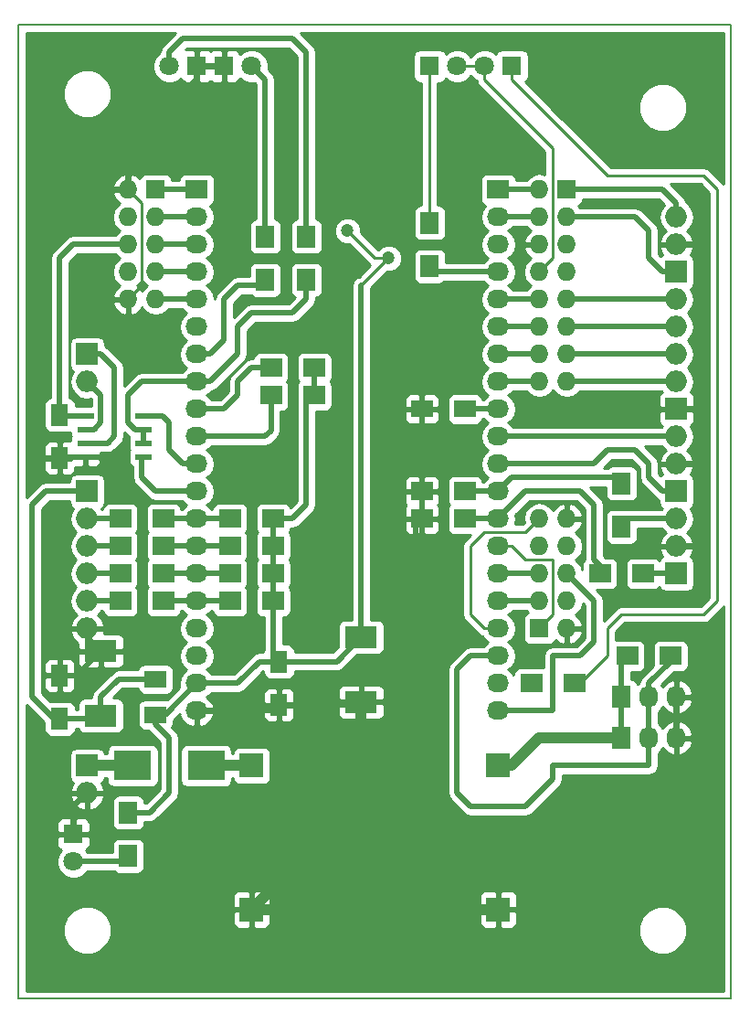
<source format=gbr>
%TF.GenerationSoftware,KiCad,Pcbnew,4.0.7*%
%TF.CreationDate,2018-04-11T17:00:31+03:00*%
%TF.ProjectId,mmnet_base_00,6D6D6E65745F626173655F30302E6B69,rev?*%
%TF.FileFunction,Copper,L2,Bot,Signal*%
%FSLAX46Y46*%
G04 Gerber Fmt 4.6, Leading zero omitted, Abs format (unit mm)*
G04 Created by KiCad (PCBNEW 4.0.7) date 04/11/18 17:00:31*
%MOMM*%
%LPD*%
G01*
G04 APERTURE LIST*
%ADD10C,0.100000*%
%ADD11C,0.150000*%
%ADD12R,1.600000X2.000000*%
%ADD13R,2.999740X1.998980*%
%ADD14R,2.000000X1.600000*%
%ADD15R,3.500000X2.700000*%
%ADD16R,2.032000X1.524000*%
%ADD17O,1.998980X1.998980*%
%ADD18R,1.998980X1.998980*%
%ADD19R,2.235200X2.235200*%
%ADD20R,1.727200X1.727200*%
%ADD21O,1.727200X1.727200*%
%ADD22R,2.032000X1.727200*%
%ADD23O,2.032000X1.727200*%
%ADD24R,1.727200X2.032000*%
%ADD25O,1.727200X2.032000*%
%ADD26R,2.000000X1.700000*%
%ADD27R,1.700000X2.000000*%
%ADD28R,1.550000X0.600000*%
%ADD29R,1.800000X1.800000*%
%ADD30C,1.800000*%
%ADD31C,1.200000*%
%ADD32C,0.250000*%
%ADD33C,0.500000*%
%ADD34C,1.000000*%
%ADD35C,0.254000*%
G04 APERTURE END LIST*
D10*
D11*
X170180000Y-41910000D02*
X170180000Y-132080000D01*
X104140000Y-41910000D02*
X104140000Y-132080000D01*
X170180000Y-132080000D02*
X104140000Y-132080000D01*
X104140000Y-41910000D02*
X170180000Y-41910000D01*
D12*
X107950000Y-78010000D03*
X107950000Y-82010000D03*
X128270000Y-100870000D03*
X128270000Y-104870000D03*
D13*
X135890000Y-98600260D03*
X135890000Y-104599740D03*
D14*
X141510000Y-77470000D03*
X145510000Y-77470000D03*
D13*
X111760000Y-105869740D03*
X111760000Y-99870260D03*
D12*
X107950000Y-102140000D03*
X107950000Y-106140000D03*
D15*
X121510000Y-110490000D03*
X114710000Y-110490000D03*
D16*
X116840000Y-102489000D03*
X116840000Y-105791000D03*
D17*
X110490000Y-113030000D03*
D18*
X110490000Y-110490000D03*
D17*
X110490000Y-74930000D03*
D18*
X110490000Y-72390000D03*
D17*
X165100000Y-59690000D03*
D18*
X165100000Y-64770000D03*
D17*
X165100000Y-62230000D03*
X165100000Y-69850000D03*
D18*
X165100000Y-77470000D03*
D17*
X165100000Y-74930000D03*
X165100000Y-72390000D03*
X165100000Y-67310000D03*
X165100000Y-80010000D03*
D18*
X165100000Y-85090000D03*
D17*
X165100000Y-82550000D03*
X165100000Y-87630000D03*
D18*
X165100000Y-92710000D03*
D17*
X165100000Y-90170000D03*
X110490000Y-92710000D03*
D18*
X110490000Y-85090000D03*
D17*
X110490000Y-87630000D03*
X110490000Y-90170000D03*
X110490000Y-95250000D03*
X110490000Y-97790000D03*
D19*
X125730000Y-110490000D03*
X125730000Y-123825000D03*
D20*
X116840000Y-57150000D03*
D21*
X114300000Y-57150000D03*
X116840000Y-59690000D03*
X114300000Y-59690000D03*
X116840000Y-62230000D03*
X114300000Y-62230000D03*
X116840000Y-64770000D03*
X114300000Y-64770000D03*
X116840000Y-67310000D03*
X114300000Y-67310000D03*
D19*
X148590000Y-110490000D03*
X148590000Y-123825000D03*
D22*
X120650000Y-57150000D03*
D23*
X120650000Y-59690000D03*
X120650000Y-62230000D03*
X120650000Y-64770000D03*
X120650000Y-67310000D03*
X120650000Y-69850000D03*
X120650000Y-72390000D03*
X120650000Y-74930000D03*
X120650000Y-77470000D03*
X120650000Y-80010000D03*
X120650000Y-82550000D03*
X120650000Y-85090000D03*
X120650000Y-87630000D03*
X120650000Y-90170000D03*
X120650000Y-92710000D03*
X120650000Y-95250000D03*
X120650000Y-97790000D03*
X120650000Y-100330000D03*
X120650000Y-102870000D03*
X120650000Y-105410000D03*
D22*
X148590000Y-57150000D03*
D23*
X148590000Y-59690000D03*
X148590000Y-62230000D03*
X148590000Y-64770000D03*
X148590000Y-67310000D03*
X148590000Y-69850000D03*
X148590000Y-72390000D03*
X148590000Y-74930000D03*
X148590000Y-77470000D03*
X148590000Y-80010000D03*
X148590000Y-82550000D03*
X148590000Y-85090000D03*
X148590000Y-87630000D03*
X148590000Y-90170000D03*
X148590000Y-92710000D03*
X148590000Y-95250000D03*
X148590000Y-97790000D03*
X148590000Y-100330000D03*
X148590000Y-102870000D03*
X148590000Y-105410000D03*
D24*
X160020000Y-104140000D03*
D25*
X162560000Y-104140000D03*
X165100000Y-104140000D03*
D24*
X160020000Y-107950000D03*
D25*
X162560000Y-107950000D03*
X165100000Y-107950000D03*
D20*
X154940000Y-57150000D03*
D21*
X152400000Y-57150000D03*
X154940000Y-59690000D03*
X152400000Y-59690000D03*
X154940000Y-62230000D03*
X152400000Y-62230000D03*
X154940000Y-64770000D03*
X152400000Y-64770000D03*
X154940000Y-67310000D03*
X152400000Y-67310000D03*
X154940000Y-69850000D03*
X152400000Y-69850000D03*
X154940000Y-72390000D03*
X152400000Y-72390000D03*
X154940000Y-74930000D03*
X152400000Y-74930000D03*
D20*
X152400000Y-97790000D03*
D21*
X154940000Y-97790000D03*
X152400000Y-95250000D03*
X154940000Y-95250000D03*
X152400000Y-92710000D03*
X154940000Y-92710000D03*
X152400000Y-90170000D03*
X154940000Y-90170000D03*
X152400000Y-87630000D03*
X154940000Y-87630000D03*
D26*
X127540000Y-73660000D03*
X131540000Y-73660000D03*
X127540000Y-76200000D03*
X131540000Y-76200000D03*
X123730000Y-87630000D03*
X127730000Y-87630000D03*
X123730000Y-90170000D03*
X127730000Y-90170000D03*
X123730000Y-92710000D03*
X127730000Y-92710000D03*
X123730000Y-95250000D03*
X127730000Y-95250000D03*
D27*
X114300000Y-118840000D03*
X114300000Y-114840000D03*
X127000000Y-61500000D03*
X127000000Y-65500000D03*
X130810000Y-61500000D03*
X130810000Y-65500000D03*
X142240000Y-60230000D03*
X142240000Y-64230000D03*
D26*
X160560000Y-100330000D03*
X164560000Y-100330000D03*
X155670000Y-102870000D03*
X151670000Y-102870000D03*
X145510000Y-85090000D03*
X141510000Y-85090000D03*
X145510000Y-87630000D03*
X141510000Y-87630000D03*
D27*
X160020000Y-88360000D03*
X160020000Y-84360000D03*
D26*
X162020000Y-92710000D03*
X158020000Y-92710000D03*
X113570000Y-87630000D03*
X117570000Y-87630000D03*
X113570000Y-90170000D03*
X117570000Y-90170000D03*
X113570000Y-92710000D03*
X117570000Y-92710000D03*
X113570000Y-95250000D03*
X117570000Y-95250000D03*
D28*
X115730000Y-78105000D03*
X115730000Y-79375000D03*
X115730000Y-80645000D03*
X115730000Y-81915000D03*
X110330000Y-81915000D03*
X110330000Y-80645000D03*
X110330000Y-79375000D03*
X110330000Y-78105000D03*
D29*
X109220000Y-116840000D03*
D30*
X109220000Y-119380000D03*
D29*
X123190000Y-45720000D03*
D30*
X125730000Y-45720000D03*
D29*
X120650000Y-45720000D03*
D30*
X118110000Y-45720000D03*
D29*
X142240000Y-45720000D03*
D30*
X144780000Y-45720000D03*
D29*
X149860000Y-45720000D03*
D30*
X147320000Y-45720000D03*
D31*
X134620000Y-60960000D03*
X138430000Y-63500000D03*
D32*
X153670000Y-53340000D02*
X147320000Y-46990000D01*
X147320000Y-46990000D02*
X147320000Y-45720000D01*
X147320000Y-45720000D02*
X144780000Y-45720000D01*
D33*
X116840000Y-105791000D02*
X116840000Y-106680000D01*
X116300000Y-114840000D02*
X114300000Y-114840000D01*
X118110000Y-113030000D02*
X116300000Y-114840000D01*
X118110000Y-107950000D02*
X118110000Y-113030000D01*
X116840000Y-106680000D02*
X118110000Y-107950000D01*
D34*
X148590000Y-110490000D02*
X149860000Y-110490000D01*
X149860000Y-110490000D02*
X152400000Y-107950000D01*
X152400000Y-107950000D02*
X160020000Y-107950000D01*
D32*
X137160000Y-63500000D02*
X138430000Y-63500000D01*
X134620000Y-60960000D02*
X137160000Y-63500000D01*
D33*
X135890000Y-66040000D02*
X135890000Y-98600260D01*
D32*
X138430000Y-63500000D02*
X135890000Y-66040000D01*
X152400000Y-64770000D02*
X153670000Y-63500000D01*
X153670000Y-54610000D02*
X153670000Y-53340000D01*
X153670000Y-63500000D02*
X153670000Y-54610000D01*
D33*
X107950000Y-78010000D02*
X107950000Y-63500000D01*
X109220000Y-62230000D02*
X114300000Y-62230000D01*
X107950000Y-63500000D02*
X109220000Y-62230000D01*
X120650000Y-102870000D02*
X124460000Y-102870000D01*
X126460000Y-100870000D02*
X128270000Y-100870000D01*
X124460000Y-102870000D02*
X126460000Y-100870000D01*
X127730000Y-95250000D02*
X127730000Y-100330000D01*
X127730000Y-100330000D02*
X128270000Y-100870000D01*
X128270000Y-100870000D02*
X133620260Y-100870000D01*
X133620260Y-100870000D02*
X135890000Y-98600260D01*
X131540000Y-73660000D02*
X131540000Y-76200000D01*
X131540000Y-76200000D02*
X130810000Y-76930000D01*
X130810000Y-76930000D02*
X130810000Y-86360000D01*
X130810000Y-86360000D02*
X129540000Y-87630000D01*
X129540000Y-87630000D02*
X127730000Y-87630000D01*
X110330000Y-78105000D02*
X108045000Y-78105000D01*
X108045000Y-78105000D02*
X107950000Y-78010000D01*
X116840000Y-105791000D02*
X117729000Y-105791000D01*
X117729000Y-105791000D02*
X120650000Y-102870000D01*
X127730000Y-87630000D02*
X127730000Y-90170000D01*
X127730000Y-90170000D02*
X127730000Y-92710000D01*
X127730000Y-92710000D02*
X127730000Y-95250000D01*
X160020000Y-104140000D02*
X160020000Y-100870000D01*
X160020000Y-100870000D02*
X160560000Y-100330000D01*
X160020000Y-107950000D02*
X160020000Y-104140000D01*
X114300000Y-57150000D02*
X114300000Y-53340000D01*
X114300000Y-53340000D02*
X120650000Y-46990000D01*
X120650000Y-46990000D02*
X120650000Y-45720000D01*
X120650000Y-45720000D02*
X123190000Y-45720000D01*
X107950000Y-82010000D02*
X106140000Y-82010000D01*
X106680000Y-57150000D02*
X114300000Y-57150000D01*
X105410000Y-58420000D02*
X106680000Y-57150000D01*
X105410000Y-81280000D02*
X105410000Y-58420000D01*
X106140000Y-82010000D02*
X105410000Y-81280000D01*
X110490000Y-97790000D02*
X110490000Y-98600260D01*
X110490000Y-98600260D02*
X111760000Y-99870260D01*
X107950000Y-102140000D02*
X109490260Y-102140000D01*
X109490260Y-102140000D02*
X111760000Y-99870260D01*
X109220000Y-116840000D02*
X109220000Y-114300000D01*
X109220000Y-114300000D02*
X110490000Y-113030000D01*
D34*
X135890000Y-104599740D02*
X135890000Y-113665000D01*
X135890000Y-113665000D02*
X125730000Y-123825000D01*
X148590000Y-123825000D02*
X125730000Y-123825000D01*
D32*
X114300000Y-67310000D02*
X115570000Y-66040000D01*
X115570000Y-66040000D02*
X115570000Y-58420000D01*
X115570000Y-58420000D02*
X114300000Y-57150000D01*
D33*
X128270000Y-104870000D02*
X135619740Y-104870000D01*
X135619740Y-104870000D02*
X135890000Y-104599740D01*
X120650000Y-105410000D02*
X127730000Y-105410000D01*
X127730000Y-105410000D02*
X128270000Y-104870000D01*
X141510000Y-77470000D02*
X141510000Y-85090000D01*
X141510000Y-85090000D02*
X141510000Y-87630000D01*
X141510000Y-87630000D02*
X140970000Y-88170000D01*
X140970000Y-88170000D02*
X140970000Y-102870000D01*
X140970000Y-102870000D02*
X139240260Y-104599740D01*
X139240260Y-104599740D02*
X135890000Y-104599740D01*
X110330000Y-81915000D02*
X108045000Y-81915000D01*
X108045000Y-81915000D02*
X107950000Y-82010000D01*
X165100000Y-107950000D02*
X165100000Y-104140000D01*
X167640000Y-77470000D02*
X167640000Y-62230000D01*
X167640000Y-62230000D02*
X165100000Y-62230000D01*
X167640000Y-82550000D02*
X167640000Y-77470000D01*
X167640000Y-77470000D02*
X165100000Y-77470000D01*
X165100000Y-90170000D02*
X167640000Y-90170000D01*
X167640000Y-90170000D02*
X167640000Y-82550000D01*
X167640000Y-82550000D02*
X165100000Y-82550000D01*
X148590000Y-77470000D02*
X145510000Y-77470000D01*
X107950000Y-106140000D02*
X107410000Y-106140000D01*
X107410000Y-106140000D02*
X105410000Y-104140000D01*
X106680000Y-85090000D02*
X110490000Y-85090000D01*
X105410000Y-86360000D02*
X106680000Y-85090000D01*
X105410000Y-104140000D02*
X105410000Y-86360000D01*
X107950000Y-106140000D02*
X111489740Y-106140000D01*
X111489740Y-106140000D02*
X111760000Y-105869740D01*
X116840000Y-102489000D02*
X113411000Y-102489000D01*
X111760000Y-104140000D02*
X111760000Y-105869740D01*
X113411000Y-102489000D02*
X111760000Y-104140000D01*
D34*
X121510000Y-110490000D02*
X125730000Y-110490000D01*
X110490000Y-110490000D02*
X114710000Y-110490000D01*
D33*
X109220000Y-119380000D02*
X113760000Y-119380000D01*
X113760000Y-119380000D02*
X114300000Y-118840000D01*
X127000000Y-61500000D02*
X127000000Y-46990000D01*
X127000000Y-46990000D02*
X125730000Y-45720000D01*
X118110000Y-45720000D02*
X118110000Y-44450000D01*
X118110000Y-44450000D02*
X119380000Y-43180000D01*
X119380000Y-43180000D02*
X128270000Y-43180000D01*
X128270000Y-43180000D02*
X129540000Y-43180000D01*
X129540000Y-43180000D02*
X130810000Y-44450000D01*
X130810000Y-44450000D02*
X130810000Y-61500000D01*
D32*
X142240000Y-45720000D02*
X142240000Y-60230000D01*
X157480000Y-54610000D02*
X158750000Y-55880000D01*
X149860000Y-45720000D02*
X149860000Y-46990000D01*
X149860000Y-46990000D02*
X157480000Y-54610000D01*
X158750000Y-55880000D02*
X167640000Y-55880000D01*
X167640000Y-55880000D02*
X168910000Y-57150000D01*
X155670000Y-102870000D02*
X156210000Y-102870000D01*
X156210000Y-102870000D02*
X158750000Y-100330000D01*
X158750000Y-100330000D02*
X158750000Y-97790000D01*
X158750000Y-97790000D02*
X160020000Y-96520000D01*
X160020000Y-96520000D02*
X167640000Y-96520000D01*
X167640000Y-96520000D02*
X168910000Y-95250000D01*
X168910000Y-95250000D02*
X168910000Y-57150000D01*
D33*
X110330000Y-79375000D02*
X111125000Y-79375000D01*
X111760000Y-76200000D02*
X110490000Y-74930000D01*
X111760000Y-78740000D02*
X111760000Y-76200000D01*
X111125000Y-79375000D02*
X111760000Y-78740000D01*
X110330000Y-80645000D02*
X112395000Y-80645000D01*
X111760000Y-72390000D02*
X110490000Y-72390000D01*
X113030000Y-73660000D02*
X111760000Y-72390000D01*
X113030000Y-80010000D02*
X113030000Y-73660000D01*
X112395000Y-80645000D02*
X113030000Y-80010000D01*
X154940000Y-57150000D02*
X163830000Y-57150000D01*
X165100000Y-58420000D02*
X165100000Y-59690000D01*
X163830000Y-57150000D02*
X165100000Y-58420000D01*
X154940000Y-59690000D02*
X161290000Y-59690000D01*
X163830000Y-64770000D02*
X165100000Y-64770000D01*
X162560000Y-63500000D02*
X163830000Y-64770000D01*
X162560000Y-60960000D02*
X162560000Y-63500000D01*
X161290000Y-59690000D02*
X162560000Y-60960000D01*
X154940000Y-69850000D02*
X165100000Y-69850000D01*
X154940000Y-74930000D02*
X165100000Y-74930000D01*
X165100000Y-72390000D02*
X154940000Y-72390000D01*
X165100000Y-67310000D02*
X154940000Y-67310000D01*
X165100000Y-80010000D02*
X148590000Y-80010000D01*
X148590000Y-82550000D02*
X157480000Y-82550000D01*
X163830000Y-85090000D02*
X165100000Y-85090000D01*
X162560000Y-83820000D02*
X163830000Y-85090000D01*
X162560000Y-82550000D02*
X162560000Y-83820000D01*
X161290000Y-81280000D02*
X162560000Y-82550000D01*
X158750000Y-81280000D02*
X161290000Y-81280000D01*
X157480000Y-82550000D02*
X158750000Y-81280000D01*
X165100000Y-87630000D02*
X160750000Y-87630000D01*
X160750000Y-87630000D02*
X160020000Y-88360000D01*
X165100000Y-92710000D02*
X162020000Y-92710000D01*
X110490000Y-92710000D02*
X113570000Y-92710000D01*
X110490000Y-87630000D02*
X113570000Y-87630000D01*
X110490000Y-90170000D02*
X113570000Y-90170000D01*
X110490000Y-95250000D02*
X113570000Y-95250000D01*
X120650000Y-57150000D02*
X116840000Y-57150000D01*
X120650000Y-80010000D02*
X127000000Y-80010000D01*
X127540000Y-79470000D02*
X127540000Y-76200000D01*
X127000000Y-80010000D02*
X127540000Y-79470000D01*
X116840000Y-59690000D02*
X120650000Y-59690000D01*
X116840000Y-62230000D02*
X120650000Y-62230000D01*
X120650000Y-77470000D02*
X123190000Y-77470000D01*
X125730000Y-73660000D02*
X127540000Y-73660000D01*
X124460000Y-74930000D02*
X125730000Y-73660000D01*
X124460000Y-76200000D02*
X124460000Y-74930000D01*
X123190000Y-77470000D02*
X124460000Y-76200000D01*
X116840000Y-64770000D02*
X120650000Y-64770000D01*
X116840000Y-67310000D02*
X120650000Y-67310000D01*
X120650000Y-72390000D02*
X121920000Y-72390000D01*
X124460000Y-66040000D02*
X126460000Y-66040000D01*
X123190000Y-67310000D02*
X124460000Y-66040000D01*
X123190000Y-71120000D02*
X123190000Y-67310000D01*
X121920000Y-72390000D02*
X123190000Y-71120000D01*
X126460000Y-66040000D02*
X127000000Y-65500000D01*
X120650000Y-74930000D02*
X121920000Y-74930000D01*
X130810000Y-67310000D02*
X130810000Y-65500000D01*
X129540000Y-68580000D02*
X130810000Y-67310000D01*
X125730000Y-68580000D02*
X129540000Y-68580000D01*
X124460000Y-69850000D02*
X125730000Y-68580000D01*
X124460000Y-72390000D02*
X124460000Y-69850000D01*
X121920000Y-74930000D02*
X124460000Y-72390000D01*
X115730000Y-79375000D02*
X114935000Y-79375000D01*
X115570000Y-74930000D02*
X120650000Y-74930000D01*
X114300000Y-76200000D02*
X115570000Y-74930000D01*
X114300000Y-78740000D02*
X114300000Y-76200000D01*
X114935000Y-79375000D02*
X114300000Y-78740000D01*
X115730000Y-80645000D02*
X115730000Y-79375000D01*
X120650000Y-82550000D02*
X119380000Y-82550000D01*
X117475000Y-78105000D02*
X115730000Y-78105000D01*
X118110000Y-78740000D02*
X117475000Y-78105000D01*
X118110000Y-81280000D02*
X118110000Y-78740000D01*
X119380000Y-82550000D02*
X118110000Y-81280000D01*
X120650000Y-85090000D02*
X116840000Y-85090000D01*
X115570000Y-83820000D02*
X115570000Y-82075000D01*
X116840000Y-85090000D02*
X115570000Y-83820000D01*
X115570000Y-82075000D02*
X115730000Y-81915000D01*
X117570000Y-87630000D02*
X120650000Y-87630000D01*
X120650000Y-87630000D02*
X123730000Y-87630000D01*
X123730000Y-90170000D02*
X120650000Y-90170000D01*
X120650000Y-90170000D02*
X117570000Y-90170000D01*
X117570000Y-92710000D02*
X120650000Y-92710000D01*
X120650000Y-92710000D02*
X123730000Y-92710000D01*
X120650000Y-95250000D02*
X117570000Y-95250000D01*
X123730000Y-95250000D02*
X120650000Y-95250000D01*
X148590000Y-64770000D02*
X142780000Y-64770000D01*
X142780000Y-64770000D02*
X142240000Y-64230000D01*
X148590000Y-72390000D02*
X152400000Y-72390000D01*
X148590000Y-74930000D02*
X152400000Y-74930000D01*
X148590000Y-85090000D02*
X145510000Y-85090000D01*
X148590000Y-85090000D02*
X149860000Y-83820000D01*
X149860000Y-83820000D02*
X159480000Y-83820000D01*
X159480000Y-83820000D02*
X160020000Y-84360000D01*
X148590000Y-87630000D02*
X145510000Y-87630000D01*
X158020000Y-92710000D02*
X158020000Y-91980000D01*
X158020000Y-91980000D02*
X157480000Y-91440000D01*
X157480000Y-91440000D02*
X157480000Y-86360000D01*
X157480000Y-86360000D02*
X156210000Y-85090000D01*
X156210000Y-85090000D02*
X151130000Y-85090000D01*
X151130000Y-85090000D02*
X148590000Y-87630000D01*
D32*
X152400000Y-97790000D02*
X153670000Y-96520000D01*
X149860000Y-90170000D02*
X148590000Y-90170000D01*
X151130000Y-91440000D02*
X149860000Y-90170000D01*
X153670000Y-91440000D02*
X151130000Y-91440000D01*
X153670000Y-96520000D02*
X153670000Y-91440000D01*
D33*
X152400000Y-92710000D02*
X148590000Y-92710000D01*
X148590000Y-95250000D02*
X152400000Y-95250000D01*
D32*
X152400000Y-87630000D02*
X151130000Y-88900000D01*
X147320000Y-97790000D02*
X148590000Y-97790000D01*
X146050000Y-96520000D02*
X147320000Y-97790000D01*
X146050000Y-90170000D02*
X146050000Y-96520000D01*
X147320000Y-88900000D02*
X146050000Y-90170000D01*
X151130000Y-88900000D02*
X147320000Y-88900000D01*
D33*
X153670000Y-110490000D02*
X153670000Y-111760000D01*
X144780000Y-113030000D02*
X144780000Y-110490000D01*
X146050000Y-114300000D02*
X144780000Y-113030000D01*
X151130000Y-114300000D02*
X146050000Y-114300000D01*
X153670000Y-111760000D02*
X151130000Y-114300000D01*
X162560000Y-107950000D02*
X162560000Y-110490000D01*
X146050000Y-100330000D02*
X148590000Y-100330000D01*
X144780000Y-110490000D02*
X144780000Y-101600000D01*
X144780000Y-101600000D02*
X146050000Y-100330000D01*
X162560000Y-110490000D02*
X153670000Y-110490000D01*
X162560000Y-104140000D02*
X162560000Y-102870000D01*
X162560000Y-102870000D02*
X164560000Y-100870000D01*
X164560000Y-100870000D02*
X164560000Y-100330000D01*
X162560000Y-107950000D02*
X162560000Y-104140000D01*
X148590000Y-105410000D02*
X153670000Y-105410000D01*
X157480000Y-95250000D02*
X154940000Y-92710000D01*
X157480000Y-99060000D02*
X157480000Y-95250000D01*
X156210000Y-100330000D02*
X157480000Y-99060000D01*
X153670000Y-100330000D02*
X156210000Y-100330000D01*
X153670000Y-105410000D02*
X153670000Y-100330000D01*
X148590000Y-57150000D02*
X152400000Y-57150000D01*
X152400000Y-59690000D02*
X148590000Y-59690000D01*
X152400000Y-67310000D02*
X148590000Y-67310000D01*
X148590000Y-69850000D02*
X152400000Y-69850000D01*
D35*
G36*
X117484210Y-43824210D02*
X117292367Y-44111325D01*
X117292367Y-44111326D01*
X117228838Y-44430701D01*
X116809449Y-44849357D01*
X116575267Y-45413330D01*
X116574735Y-46023991D01*
X116807932Y-46588371D01*
X117239357Y-47020551D01*
X117803330Y-47254733D01*
X118413991Y-47255265D01*
X118978371Y-47022068D01*
X119155841Y-46844908D01*
X119211673Y-46979699D01*
X119390302Y-47158327D01*
X119623691Y-47255000D01*
X120364250Y-47255000D01*
X120523000Y-47096250D01*
X120523000Y-45847000D01*
X120777000Y-45847000D01*
X120777000Y-47096250D01*
X120935750Y-47255000D01*
X121676309Y-47255000D01*
X121909698Y-47158327D01*
X121920000Y-47148025D01*
X121930302Y-47158327D01*
X122163691Y-47255000D01*
X122904250Y-47255000D01*
X123063000Y-47096250D01*
X123063000Y-45847000D01*
X120777000Y-45847000D01*
X120523000Y-45847000D01*
X120503000Y-45847000D01*
X120503000Y-45593000D01*
X120523000Y-45593000D01*
X120523000Y-44343750D01*
X120777000Y-44343750D01*
X120777000Y-45593000D01*
X123063000Y-45593000D01*
X123063000Y-44343750D01*
X123317000Y-44343750D01*
X123317000Y-45593000D01*
X123337000Y-45593000D01*
X123337000Y-45847000D01*
X123317000Y-45847000D01*
X123317000Y-47096250D01*
X123475750Y-47255000D01*
X124216309Y-47255000D01*
X124449698Y-47158327D01*
X124628327Y-46979699D01*
X124684119Y-46845006D01*
X124859357Y-47020551D01*
X125423330Y-47254733D01*
X126013668Y-47255247D01*
X126115000Y-47356579D01*
X126115000Y-59859146D01*
X125914683Y-59896838D01*
X125698559Y-60035910D01*
X125553569Y-60248110D01*
X125502560Y-60500000D01*
X125502560Y-62500000D01*
X125546838Y-62735317D01*
X125685910Y-62951441D01*
X125898110Y-63096431D01*
X126150000Y-63147440D01*
X127850000Y-63147440D01*
X128085317Y-63103162D01*
X128301441Y-62964090D01*
X128446431Y-62751890D01*
X128497440Y-62500000D01*
X128497440Y-60500000D01*
X128453162Y-60264683D01*
X128314090Y-60048559D01*
X128101890Y-59903569D01*
X127885000Y-59859648D01*
X127885000Y-46990005D01*
X127885001Y-46990000D01*
X127817633Y-46651325D01*
X127775569Y-46588371D01*
X127625790Y-46364210D01*
X127625787Y-46364208D01*
X127264753Y-46003174D01*
X127265265Y-45416009D01*
X127032068Y-44851629D01*
X126600643Y-44419449D01*
X126036670Y-44185267D01*
X125426009Y-44184735D01*
X124861629Y-44417932D01*
X124684159Y-44595092D01*
X124628327Y-44460301D01*
X124449698Y-44281673D01*
X124216309Y-44185000D01*
X123475750Y-44185000D01*
X123317000Y-44343750D01*
X123063000Y-44343750D01*
X122904250Y-44185000D01*
X122163691Y-44185000D01*
X121930302Y-44281673D01*
X121920000Y-44291975D01*
X121909698Y-44281673D01*
X121676309Y-44185000D01*
X120935750Y-44185000D01*
X120777000Y-44343750D01*
X120523000Y-44343750D01*
X120364250Y-44185000D01*
X119626579Y-44185000D01*
X119746579Y-44065000D01*
X129173420Y-44065000D01*
X129925000Y-44816579D01*
X129925000Y-59859146D01*
X129724683Y-59896838D01*
X129508559Y-60035910D01*
X129363569Y-60248110D01*
X129312560Y-60500000D01*
X129312560Y-62500000D01*
X129356838Y-62735317D01*
X129495910Y-62951441D01*
X129708110Y-63096431D01*
X129960000Y-63147440D01*
X131660000Y-63147440D01*
X131895317Y-63103162D01*
X132111441Y-62964090D01*
X132256431Y-62751890D01*
X132307440Y-62500000D01*
X132307440Y-60500000D01*
X132263162Y-60264683D01*
X132124090Y-60048559D01*
X131911890Y-59903569D01*
X131695000Y-59859648D01*
X131695000Y-44450005D01*
X131695001Y-44450000D01*
X131627633Y-44111325D01*
X131596680Y-44065000D01*
X131435790Y-43824210D01*
X131435787Y-43824208D01*
X130231580Y-42620000D01*
X169470000Y-42620000D01*
X169470000Y-56646421D01*
X169447401Y-56612599D01*
X168177401Y-55342599D01*
X167930839Y-55177852D01*
X167640000Y-55120000D01*
X159064802Y-55120000D01*
X153917421Y-49972619D01*
X161594613Y-49972619D01*
X161934155Y-50794372D01*
X162562321Y-51423636D01*
X163383481Y-51764611D01*
X164272619Y-51765387D01*
X165094372Y-51425845D01*
X165723636Y-50797679D01*
X166064611Y-49976519D01*
X166065387Y-49087381D01*
X165725845Y-48265628D01*
X165097679Y-47636364D01*
X164276519Y-47295389D01*
X163387381Y-47294613D01*
X162565628Y-47634155D01*
X161936364Y-48262321D01*
X161595389Y-49083481D01*
X161594613Y-49972619D01*
X153917421Y-49972619D01*
X151100366Y-47155564D01*
X151211441Y-47084090D01*
X151356431Y-46871890D01*
X151407440Y-46620000D01*
X151407440Y-44820000D01*
X151363162Y-44584683D01*
X151224090Y-44368559D01*
X151011890Y-44223569D01*
X150760000Y-44172560D01*
X148960000Y-44172560D01*
X148724683Y-44216838D01*
X148508559Y-44355910D01*
X148363569Y-44568110D01*
X148359433Y-44588534D01*
X148190643Y-44419449D01*
X147626670Y-44185267D01*
X147016009Y-44184735D01*
X146451629Y-44417932D01*
X146049677Y-44819182D01*
X145650643Y-44419449D01*
X145086670Y-44185267D01*
X144476009Y-44184735D01*
X143911629Y-44417932D01*
X143743387Y-44585880D01*
X143743162Y-44584683D01*
X143604090Y-44368559D01*
X143391890Y-44223569D01*
X143140000Y-44172560D01*
X141340000Y-44172560D01*
X141104683Y-44216838D01*
X140888559Y-44355910D01*
X140743569Y-44568110D01*
X140692560Y-44820000D01*
X140692560Y-46620000D01*
X140736838Y-46855317D01*
X140875910Y-47071441D01*
X141088110Y-47216431D01*
X141340000Y-47267440D01*
X141480000Y-47267440D01*
X141480000Y-58582560D01*
X141390000Y-58582560D01*
X141154683Y-58626838D01*
X140938559Y-58765910D01*
X140793569Y-58978110D01*
X140742560Y-59230000D01*
X140742560Y-61230000D01*
X140786838Y-61465317D01*
X140925910Y-61681441D01*
X141138110Y-61826431D01*
X141390000Y-61877440D01*
X143090000Y-61877440D01*
X143325317Y-61833162D01*
X143541441Y-61694090D01*
X143686431Y-61481890D01*
X143737440Y-61230000D01*
X143737440Y-59230000D01*
X143693162Y-58994683D01*
X143554090Y-58778559D01*
X143341890Y-58633569D01*
X143090000Y-58582560D01*
X143000000Y-58582560D01*
X143000000Y-47267440D01*
X143140000Y-47267440D01*
X143375317Y-47223162D01*
X143591441Y-47084090D01*
X143736431Y-46871890D01*
X143740567Y-46851466D01*
X143909357Y-47020551D01*
X144473330Y-47254733D01*
X145083991Y-47255265D01*
X145648371Y-47022068D01*
X146050323Y-46620818D01*
X146449357Y-47020551D01*
X146576586Y-47073381D01*
X146617852Y-47280839D01*
X146782599Y-47527401D01*
X152910000Y-53654802D01*
X152910000Y-55723486D01*
X152400000Y-55622041D01*
X151826511Y-55736115D01*
X151340330Y-56060971D01*
X151204002Y-56265000D01*
X150249413Y-56265000D01*
X150209162Y-56051083D01*
X150070090Y-55834959D01*
X149857890Y-55689969D01*
X149606000Y-55638960D01*
X147574000Y-55638960D01*
X147338683Y-55683238D01*
X147122559Y-55822310D01*
X146977569Y-56034510D01*
X146926560Y-56286400D01*
X146926560Y-58013600D01*
X146970838Y-58248917D01*
X147109910Y-58465041D01*
X147322110Y-58610031D01*
X147363439Y-58618400D01*
X147345585Y-58630330D01*
X147020729Y-59116511D01*
X146906655Y-59690000D01*
X147020729Y-60263489D01*
X147345585Y-60749670D01*
X147660366Y-60960000D01*
X147345585Y-61170330D01*
X147020729Y-61656511D01*
X146906655Y-62230000D01*
X147020729Y-62803489D01*
X147345585Y-63289670D01*
X147660366Y-63500000D01*
X147345585Y-63710330D01*
X147228874Y-63885000D01*
X143737440Y-63885000D01*
X143737440Y-63230000D01*
X143693162Y-62994683D01*
X143554090Y-62778559D01*
X143341890Y-62633569D01*
X143090000Y-62582560D01*
X141390000Y-62582560D01*
X141154683Y-62626838D01*
X140938559Y-62765910D01*
X140793569Y-62978110D01*
X140742560Y-63230000D01*
X140742560Y-65230000D01*
X140786838Y-65465317D01*
X140925910Y-65681441D01*
X141138110Y-65826431D01*
X141390000Y-65877440D01*
X143090000Y-65877440D01*
X143325317Y-65833162D01*
X143541441Y-65694090D01*
X143568150Y-65655000D01*
X147228874Y-65655000D01*
X147345585Y-65829670D01*
X147660366Y-66040000D01*
X147345585Y-66250330D01*
X147020729Y-66736511D01*
X146906655Y-67310000D01*
X147020729Y-67883489D01*
X147345585Y-68369670D01*
X147660366Y-68580000D01*
X147345585Y-68790330D01*
X147020729Y-69276511D01*
X146906655Y-69850000D01*
X147020729Y-70423489D01*
X147345585Y-70909670D01*
X147660366Y-71120000D01*
X147345585Y-71330330D01*
X147020729Y-71816511D01*
X146906655Y-72390000D01*
X147020729Y-72963489D01*
X147345585Y-73449670D01*
X147660366Y-73660000D01*
X147345585Y-73870330D01*
X147020729Y-74356511D01*
X146906655Y-74930000D01*
X147020729Y-75503489D01*
X147345585Y-75989670D01*
X147660366Y-76200000D01*
X147345585Y-76410330D01*
X147228874Y-76585000D01*
X147141446Y-76585000D01*
X147113162Y-76434683D01*
X146974090Y-76218559D01*
X146761890Y-76073569D01*
X146510000Y-76022560D01*
X144510000Y-76022560D01*
X144274683Y-76066838D01*
X144058559Y-76205910D01*
X143913569Y-76418110D01*
X143862560Y-76670000D01*
X143862560Y-78270000D01*
X143906838Y-78505317D01*
X144045910Y-78721441D01*
X144258110Y-78866431D01*
X144510000Y-78917440D01*
X146510000Y-78917440D01*
X146745317Y-78873162D01*
X146961441Y-78734090D01*
X147106431Y-78521890D01*
X147140227Y-78355000D01*
X147228874Y-78355000D01*
X147345585Y-78529670D01*
X147660366Y-78740000D01*
X147345585Y-78950330D01*
X147020729Y-79436511D01*
X146906655Y-80010000D01*
X147020729Y-80583489D01*
X147345585Y-81069670D01*
X147660366Y-81280000D01*
X147345585Y-81490330D01*
X147020729Y-81976511D01*
X146906655Y-82550000D01*
X147020729Y-83123489D01*
X147345585Y-83609670D01*
X147660366Y-83820000D01*
X147345585Y-84030330D01*
X147228874Y-84205000D01*
X147150854Y-84205000D01*
X147113162Y-84004683D01*
X146974090Y-83788559D01*
X146761890Y-83643569D01*
X146510000Y-83592560D01*
X144510000Y-83592560D01*
X144274683Y-83636838D01*
X144058559Y-83775910D01*
X143913569Y-83988110D01*
X143862560Y-84240000D01*
X143862560Y-85940000D01*
X143906838Y-86175317D01*
X144027015Y-86362077D01*
X143913569Y-86528110D01*
X143862560Y-86780000D01*
X143862560Y-88480000D01*
X143906838Y-88715317D01*
X144045910Y-88931441D01*
X144258110Y-89076431D01*
X144510000Y-89127440D01*
X146017758Y-89127440D01*
X145512599Y-89632599D01*
X145347852Y-89879161D01*
X145290000Y-90170000D01*
X145290000Y-96520000D01*
X145347852Y-96810839D01*
X145512599Y-97057401D01*
X146782599Y-98327401D01*
X147029160Y-98492148D01*
X147118581Y-98509935D01*
X147345585Y-98849670D01*
X147660366Y-99060000D01*
X147345585Y-99270330D01*
X147228874Y-99445000D01*
X146050005Y-99445000D01*
X146050000Y-99444999D01*
X145711325Y-99512367D01*
X145424210Y-99704210D01*
X145424208Y-99704213D01*
X144154210Y-100974210D01*
X143962367Y-101261325D01*
X143962367Y-101261326D01*
X143894999Y-101600000D01*
X143895000Y-101600005D01*
X143895000Y-113029995D01*
X143894999Y-113030000D01*
X143951190Y-113312484D01*
X143962367Y-113368675D01*
X144108988Y-113588110D01*
X144154210Y-113655790D01*
X145424208Y-114925787D01*
X145424210Y-114925790D01*
X145711325Y-115117633D01*
X146050000Y-115185001D01*
X146050005Y-115185000D01*
X151129995Y-115185000D01*
X151130000Y-115185001D01*
X151412484Y-115128810D01*
X151468675Y-115117633D01*
X151755790Y-114925790D01*
X151755791Y-114925789D01*
X154295787Y-112385792D01*
X154295790Y-112385790D01*
X154487633Y-112098675D01*
X154555000Y-111760000D01*
X154555000Y-111375000D01*
X162560000Y-111375000D01*
X162898675Y-111307633D01*
X163185790Y-111115790D01*
X163377633Y-110828675D01*
X163445000Y-110490000D01*
X163445000Y-109311126D01*
X163619670Y-109194415D01*
X163826461Y-108884931D01*
X164197964Y-109300732D01*
X164725209Y-109554709D01*
X164740974Y-109557358D01*
X164973000Y-109436217D01*
X164973000Y-108077000D01*
X165227000Y-108077000D01*
X165227000Y-109436217D01*
X165459026Y-109557358D01*
X165474791Y-109554709D01*
X166002036Y-109300732D01*
X166391954Y-108864320D01*
X166585184Y-108311913D01*
X166440924Y-108077000D01*
X165227000Y-108077000D01*
X164973000Y-108077000D01*
X164953000Y-108077000D01*
X164953000Y-107823000D01*
X164973000Y-107823000D01*
X164973000Y-106463783D01*
X165227000Y-106463783D01*
X165227000Y-107823000D01*
X166440924Y-107823000D01*
X166585184Y-107588087D01*
X166391954Y-107035680D01*
X166002036Y-106599268D01*
X165474791Y-106345291D01*
X165459026Y-106342642D01*
X165227000Y-106463783D01*
X164973000Y-106463783D01*
X164740974Y-106342642D01*
X164725209Y-106345291D01*
X164197964Y-106599268D01*
X163826461Y-107015069D01*
X163619670Y-106705585D01*
X163445000Y-106588874D01*
X163445000Y-105501126D01*
X163619670Y-105384415D01*
X163826461Y-105074931D01*
X164197964Y-105490732D01*
X164725209Y-105744709D01*
X164740974Y-105747358D01*
X164973000Y-105626217D01*
X164973000Y-104267000D01*
X165227000Y-104267000D01*
X165227000Y-105626217D01*
X165459026Y-105747358D01*
X165474791Y-105744709D01*
X166002036Y-105490732D01*
X166391954Y-105054320D01*
X166585184Y-104501913D01*
X166440924Y-104267000D01*
X165227000Y-104267000D01*
X164973000Y-104267000D01*
X164953000Y-104267000D01*
X164953000Y-104013000D01*
X164973000Y-104013000D01*
X164973000Y-102653783D01*
X165227000Y-102653783D01*
X165227000Y-104013000D01*
X166440924Y-104013000D01*
X166585184Y-103778087D01*
X166391954Y-103225680D01*
X166002036Y-102789268D01*
X165474791Y-102535291D01*
X165459026Y-102532642D01*
X165227000Y-102653783D01*
X164973000Y-102653783D01*
X164740974Y-102532642D01*
X164725209Y-102535291D01*
X164197964Y-102789268D01*
X163826461Y-103205069D01*
X163686290Y-102995289D01*
X164854139Y-101827440D01*
X165560000Y-101827440D01*
X165795317Y-101783162D01*
X166011441Y-101644090D01*
X166156431Y-101431890D01*
X166207440Y-101180000D01*
X166207440Y-99480000D01*
X166163162Y-99244683D01*
X166024090Y-99028559D01*
X165811890Y-98883569D01*
X165560000Y-98832560D01*
X163560000Y-98832560D01*
X163324683Y-98876838D01*
X163108559Y-99015910D01*
X162963569Y-99228110D01*
X162912560Y-99480000D01*
X162912560Y-101180000D01*
X162926157Y-101252263D01*
X161934210Y-102244210D01*
X161742367Y-102531325D01*
X161742367Y-102531326D01*
X161695904Y-102764907D01*
X161500330Y-102895585D01*
X161490757Y-102909913D01*
X161486762Y-102888683D01*
X161347690Y-102672559D01*
X161135490Y-102527569D01*
X160905000Y-102480894D01*
X160905000Y-101827440D01*
X161560000Y-101827440D01*
X161795317Y-101783162D01*
X162011441Y-101644090D01*
X162156431Y-101431890D01*
X162207440Y-101180000D01*
X162207440Y-99480000D01*
X162163162Y-99244683D01*
X162024090Y-99028559D01*
X161811890Y-98883569D01*
X161560000Y-98832560D01*
X159560000Y-98832560D01*
X159510000Y-98841968D01*
X159510000Y-98104802D01*
X160334802Y-97280000D01*
X167640000Y-97280000D01*
X167930839Y-97222148D01*
X168177401Y-97057401D01*
X169447401Y-95787401D01*
X169470000Y-95753579D01*
X169470000Y-131370000D01*
X104850000Y-131370000D01*
X104850000Y-126172619D01*
X108254613Y-126172619D01*
X108594155Y-126994372D01*
X109222321Y-127623636D01*
X110043481Y-127964611D01*
X110932619Y-127965387D01*
X111754372Y-127625845D01*
X112383636Y-126997679D01*
X112724611Y-126176519D01*
X112724614Y-126172619D01*
X161594613Y-126172619D01*
X161934155Y-126994372D01*
X162562321Y-127623636D01*
X163383481Y-127964611D01*
X164272619Y-127965387D01*
X165094372Y-127625845D01*
X165723636Y-126997679D01*
X166064611Y-126176519D01*
X166065387Y-125287381D01*
X165725845Y-124465628D01*
X165097679Y-123836364D01*
X164276519Y-123495389D01*
X163387381Y-123494613D01*
X162565628Y-123834155D01*
X161936364Y-124462321D01*
X161595389Y-125283481D01*
X161594613Y-126172619D01*
X112724614Y-126172619D01*
X112725387Y-125287381D01*
X112385845Y-124465628D01*
X112031587Y-124110750D01*
X123977400Y-124110750D01*
X123977400Y-125068910D01*
X124074073Y-125302299D01*
X124252702Y-125480927D01*
X124486091Y-125577600D01*
X125444250Y-125577600D01*
X125603000Y-125418850D01*
X125603000Y-123952000D01*
X125857000Y-123952000D01*
X125857000Y-125418850D01*
X126015750Y-125577600D01*
X126973909Y-125577600D01*
X127207298Y-125480927D01*
X127385927Y-125302299D01*
X127482600Y-125068910D01*
X127482600Y-124110750D01*
X146837400Y-124110750D01*
X146837400Y-125068910D01*
X146934073Y-125302299D01*
X147112702Y-125480927D01*
X147346091Y-125577600D01*
X148304250Y-125577600D01*
X148463000Y-125418850D01*
X148463000Y-123952000D01*
X148717000Y-123952000D01*
X148717000Y-125418850D01*
X148875750Y-125577600D01*
X149833909Y-125577600D01*
X150067298Y-125480927D01*
X150245927Y-125302299D01*
X150342600Y-125068910D01*
X150342600Y-124110750D01*
X150183850Y-123952000D01*
X148717000Y-123952000D01*
X148463000Y-123952000D01*
X146996150Y-123952000D01*
X146837400Y-124110750D01*
X127482600Y-124110750D01*
X127323850Y-123952000D01*
X125857000Y-123952000D01*
X125603000Y-123952000D01*
X124136150Y-123952000D01*
X123977400Y-124110750D01*
X112031587Y-124110750D01*
X111757679Y-123836364D01*
X110936519Y-123495389D01*
X110047381Y-123494613D01*
X109225628Y-123834155D01*
X108596364Y-124462321D01*
X108255389Y-125283481D01*
X108254613Y-126172619D01*
X104850000Y-126172619D01*
X104850000Y-122581090D01*
X123977400Y-122581090D01*
X123977400Y-123539250D01*
X124136150Y-123698000D01*
X125603000Y-123698000D01*
X125603000Y-122231150D01*
X125857000Y-122231150D01*
X125857000Y-123698000D01*
X127323850Y-123698000D01*
X127482600Y-123539250D01*
X127482600Y-122581090D01*
X146837400Y-122581090D01*
X146837400Y-123539250D01*
X146996150Y-123698000D01*
X148463000Y-123698000D01*
X148463000Y-122231150D01*
X148717000Y-122231150D01*
X148717000Y-123698000D01*
X150183850Y-123698000D01*
X150342600Y-123539250D01*
X150342600Y-122581090D01*
X150245927Y-122347701D01*
X150067298Y-122169073D01*
X149833909Y-122072400D01*
X148875750Y-122072400D01*
X148717000Y-122231150D01*
X148463000Y-122231150D01*
X148304250Y-122072400D01*
X147346091Y-122072400D01*
X147112702Y-122169073D01*
X146934073Y-122347701D01*
X146837400Y-122581090D01*
X127482600Y-122581090D01*
X127385927Y-122347701D01*
X127207298Y-122169073D01*
X126973909Y-122072400D01*
X126015750Y-122072400D01*
X125857000Y-122231150D01*
X125603000Y-122231150D01*
X125444250Y-122072400D01*
X124486091Y-122072400D01*
X124252702Y-122169073D01*
X124074073Y-122347701D01*
X123977400Y-122581090D01*
X104850000Y-122581090D01*
X104850000Y-119683991D01*
X107684735Y-119683991D01*
X107917932Y-120248371D01*
X108349357Y-120680551D01*
X108913330Y-120914733D01*
X109523991Y-120915265D01*
X110088371Y-120682068D01*
X110506169Y-120265000D01*
X112968896Y-120265000D01*
X112985910Y-120291441D01*
X113198110Y-120436431D01*
X113450000Y-120487440D01*
X115150000Y-120487440D01*
X115385317Y-120443162D01*
X115601441Y-120304090D01*
X115746431Y-120091890D01*
X115797440Y-119840000D01*
X115797440Y-117840000D01*
X115753162Y-117604683D01*
X115614090Y-117388559D01*
X115401890Y-117243569D01*
X115150000Y-117192560D01*
X113450000Y-117192560D01*
X113214683Y-117236838D01*
X112998559Y-117375910D01*
X112853569Y-117588110D01*
X112802560Y-117840000D01*
X112802560Y-118495000D01*
X110505468Y-118495000D01*
X110344908Y-118334159D01*
X110479699Y-118278327D01*
X110658327Y-118099698D01*
X110755000Y-117866309D01*
X110755000Y-117125750D01*
X110596250Y-116967000D01*
X109347000Y-116967000D01*
X109347000Y-116987000D01*
X109093000Y-116987000D01*
X109093000Y-116967000D01*
X107843750Y-116967000D01*
X107685000Y-117125750D01*
X107685000Y-117866309D01*
X107781673Y-118099698D01*
X107960301Y-118278327D01*
X108094994Y-118334119D01*
X107919449Y-118509357D01*
X107685267Y-119073330D01*
X107684735Y-119683991D01*
X104850000Y-119683991D01*
X104850000Y-115813691D01*
X107685000Y-115813691D01*
X107685000Y-116554250D01*
X107843750Y-116713000D01*
X109093000Y-116713000D01*
X109093000Y-115463750D01*
X109347000Y-115463750D01*
X109347000Y-116713000D01*
X110596250Y-116713000D01*
X110755000Y-116554250D01*
X110755000Y-115813691D01*
X110658327Y-115580302D01*
X110479699Y-115401673D01*
X110246310Y-115305000D01*
X109505750Y-115305000D01*
X109347000Y-115463750D01*
X109093000Y-115463750D01*
X108934250Y-115305000D01*
X108193690Y-115305000D01*
X107960301Y-115401673D01*
X107781673Y-115580302D01*
X107685000Y-115813691D01*
X104850000Y-115813691D01*
X104850000Y-113410355D01*
X108900373Y-113410355D01*
X109166932Y-113989726D01*
X109634916Y-114422987D01*
X110109646Y-114619619D01*
X110363000Y-114500265D01*
X110363000Y-113157000D01*
X110617000Y-113157000D01*
X110617000Y-114500265D01*
X110870354Y-114619619D01*
X111345084Y-114422987D01*
X111813068Y-113989726D01*
X112079627Y-113410355D01*
X111960807Y-113157000D01*
X110617000Y-113157000D01*
X110363000Y-113157000D01*
X109019193Y-113157000D01*
X108900373Y-113410355D01*
X104850000Y-113410355D01*
X104850000Y-109490510D01*
X108843070Y-109490510D01*
X108843070Y-111489490D01*
X108887348Y-111724807D01*
X109026420Y-111940931D01*
X109187649Y-112051094D01*
X109166932Y-112070274D01*
X108900373Y-112649645D01*
X109019193Y-112903000D01*
X110363000Y-112903000D01*
X110363000Y-112883000D01*
X110617000Y-112883000D01*
X110617000Y-112903000D01*
X111960807Y-112903000D01*
X112079627Y-112649645D01*
X111813068Y-112070274D01*
X111791137Y-112049970D01*
X111940931Y-111953580D01*
X112085921Y-111741380D01*
X112109489Y-111625000D01*
X112312560Y-111625000D01*
X112312560Y-111840000D01*
X112356838Y-112075317D01*
X112495910Y-112291441D01*
X112708110Y-112436431D01*
X112960000Y-112487440D01*
X116460000Y-112487440D01*
X116695317Y-112443162D01*
X116911441Y-112304090D01*
X117056431Y-112091890D01*
X117107440Y-111840000D01*
X117107440Y-109140000D01*
X117063162Y-108904683D01*
X116924090Y-108688559D01*
X116711890Y-108543569D01*
X116460000Y-108492560D01*
X112960000Y-108492560D01*
X112724683Y-108536838D01*
X112508559Y-108675910D01*
X112363569Y-108888110D01*
X112312560Y-109140000D01*
X112312560Y-109355000D01*
X112111432Y-109355000D01*
X112092652Y-109255193D01*
X111953580Y-109039069D01*
X111741380Y-108894079D01*
X111489490Y-108843070D01*
X109490510Y-108843070D01*
X109255193Y-108887348D01*
X109039069Y-109026420D01*
X108894079Y-109238620D01*
X108843070Y-109490510D01*
X104850000Y-109490510D01*
X104850000Y-104831580D01*
X106502560Y-106484139D01*
X106502560Y-107140000D01*
X106546838Y-107375317D01*
X106685910Y-107591441D01*
X106898110Y-107736431D01*
X107150000Y-107787440D01*
X108750000Y-107787440D01*
X108985317Y-107743162D01*
X109201441Y-107604090D01*
X109346431Y-107391890D01*
X109397440Y-107140000D01*
X109397440Y-107025000D01*
X109642000Y-107025000D01*
X109656968Y-107104547D01*
X109796040Y-107320671D01*
X110008240Y-107465661D01*
X110260130Y-107516670D01*
X113259870Y-107516670D01*
X113495187Y-107472392D01*
X113711311Y-107333320D01*
X113856301Y-107121120D01*
X113907310Y-106869230D01*
X113907310Y-104870250D01*
X113863032Y-104634933D01*
X113723960Y-104418809D01*
X113511760Y-104273819D01*
X113259870Y-104222810D01*
X112928770Y-104222810D01*
X113777579Y-103374000D01*
X115199704Y-103374000D01*
X115220838Y-103486317D01*
X115359910Y-103702441D01*
X115572110Y-103847431D01*
X115824000Y-103898440D01*
X117856000Y-103898440D01*
X118091317Y-103854162D01*
X118307441Y-103715090D01*
X118452431Y-103502890D01*
X118503440Y-103251000D01*
X118503440Y-101727000D01*
X118459162Y-101491683D01*
X118320090Y-101275559D01*
X118107890Y-101130569D01*
X117856000Y-101079560D01*
X115824000Y-101079560D01*
X115588683Y-101123838D01*
X115372559Y-101262910D01*
X115227569Y-101475110D01*
X115201468Y-101604000D01*
X113411005Y-101604000D01*
X113411000Y-101603999D01*
X113072326Y-101671366D01*
X112989064Y-101727000D01*
X112785210Y-101863210D01*
X112785208Y-101863213D01*
X111134210Y-103514210D01*
X110942367Y-103801325D01*
X110942367Y-103801326D01*
X110874999Y-104140000D01*
X110875000Y-104140005D01*
X110875000Y-104222810D01*
X110260130Y-104222810D01*
X110024813Y-104267088D01*
X109808689Y-104406160D01*
X109663699Y-104618360D01*
X109612690Y-104870250D01*
X109612690Y-105255000D01*
X109397440Y-105255000D01*
X109397440Y-105140000D01*
X109353162Y-104904683D01*
X109214090Y-104688559D01*
X109001890Y-104543569D01*
X108750000Y-104492560D01*
X107150000Y-104492560D01*
X107035655Y-104514076D01*
X106295000Y-103773420D01*
X106295000Y-102425750D01*
X106515000Y-102425750D01*
X106515000Y-103266309D01*
X106611673Y-103499698D01*
X106790301Y-103678327D01*
X107023690Y-103775000D01*
X107664250Y-103775000D01*
X107823000Y-103616250D01*
X107823000Y-102267000D01*
X108077000Y-102267000D01*
X108077000Y-103616250D01*
X108235750Y-103775000D01*
X108876310Y-103775000D01*
X109109699Y-103678327D01*
X109288327Y-103499698D01*
X109385000Y-103266309D01*
X109385000Y-102425750D01*
X109226250Y-102267000D01*
X108077000Y-102267000D01*
X107823000Y-102267000D01*
X106673750Y-102267000D01*
X106515000Y-102425750D01*
X106295000Y-102425750D01*
X106295000Y-101013691D01*
X106515000Y-101013691D01*
X106515000Y-101854250D01*
X106673750Y-102013000D01*
X107823000Y-102013000D01*
X107823000Y-100663750D01*
X108077000Y-100663750D01*
X108077000Y-102013000D01*
X109226250Y-102013000D01*
X109385000Y-101854250D01*
X109385000Y-101013691D01*
X109288327Y-100780302D01*
X109109699Y-100601673D01*
X108876310Y-100505000D01*
X108235750Y-100505000D01*
X108077000Y-100663750D01*
X107823000Y-100663750D01*
X107664250Y-100505000D01*
X107023690Y-100505000D01*
X106790301Y-100601673D01*
X106611673Y-100780302D01*
X106515000Y-101013691D01*
X106295000Y-101013691D01*
X106295000Y-100156010D01*
X109625130Y-100156010D01*
X109625130Y-100996059D01*
X109721803Y-101229448D01*
X109900431Y-101408077D01*
X110133820Y-101504750D01*
X111474250Y-101504750D01*
X111633000Y-101346000D01*
X111633000Y-99997260D01*
X111887000Y-99997260D01*
X111887000Y-101346000D01*
X112045750Y-101504750D01*
X113386180Y-101504750D01*
X113619569Y-101408077D01*
X113798197Y-101229448D01*
X113894870Y-100996059D01*
X113894870Y-100156010D01*
X113736120Y-99997260D01*
X111887000Y-99997260D01*
X111633000Y-99997260D01*
X109783880Y-99997260D01*
X109625130Y-100156010D01*
X106295000Y-100156010D01*
X106295000Y-98170355D01*
X108900373Y-98170355D01*
X109166932Y-98749726D01*
X109625130Y-99173927D01*
X109625130Y-99584510D01*
X109783880Y-99743260D01*
X111633000Y-99743260D01*
X111633000Y-99723260D01*
X111887000Y-99723260D01*
X111887000Y-99743260D01*
X113736120Y-99743260D01*
X113894870Y-99584510D01*
X113894870Y-98744461D01*
X113798197Y-98511072D01*
X113619569Y-98332443D01*
X113386180Y-98235770D01*
X112049531Y-98235770D01*
X112079627Y-98170355D01*
X111960807Y-97917000D01*
X110617000Y-97917000D01*
X110617000Y-97937000D01*
X110363000Y-97937000D01*
X110363000Y-97917000D01*
X109019193Y-97917000D01*
X108900373Y-98170355D01*
X106295000Y-98170355D01*
X106295000Y-86726580D01*
X107046579Y-85975000D01*
X108843070Y-85975000D01*
X108843070Y-86089490D01*
X108887348Y-86324807D01*
X109026420Y-86540931D01*
X109192473Y-86654390D01*
X108979928Y-86972486D01*
X108855510Y-87597978D01*
X108855510Y-87662022D01*
X108979928Y-88287514D01*
X109334241Y-88817781D01*
X109457290Y-88900000D01*
X109334241Y-88982219D01*
X108979928Y-89512486D01*
X108855510Y-90137978D01*
X108855510Y-90202022D01*
X108979928Y-90827514D01*
X109334241Y-91357781D01*
X109457290Y-91440000D01*
X109334241Y-91522219D01*
X108979928Y-92052486D01*
X108855510Y-92677978D01*
X108855510Y-92742022D01*
X108979928Y-93367514D01*
X109334241Y-93897781D01*
X109457290Y-93980000D01*
X109334241Y-94062219D01*
X108979928Y-94592486D01*
X108855510Y-95217978D01*
X108855510Y-95282022D01*
X108979928Y-95907514D01*
X109334241Y-96437781D01*
X109483300Y-96537379D01*
X109166932Y-96830274D01*
X108900373Y-97409645D01*
X109019193Y-97663000D01*
X110363000Y-97663000D01*
X110363000Y-97643000D01*
X110617000Y-97643000D01*
X110617000Y-97663000D01*
X111960807Y-97663000D01*
X112079627Y-97409645D01*
X111813068Y-96830274D01*
X111496700Y-96537379D01*
X111645759Y-96437781D01*
X111848071Y-96135000D01*
X111929146Y-96135000D01*
X111966838Y-96335317D01*
X112105910Y-96551441D01*
X112318110Y-96696431D01*
X112570000Y-96747440D01*
X114570000Y-96747440D01*
X114805317Y-96703162D01*
X115021441Y-96564090D01*
X115166431Y-96351890D01*
X115217440Y-96100000D01*
X115217440Y-94400000D01*
X115173162Y-94164683D01*
X115052985Y-93977923D01*
X115166431Y-93811890D01*
X115217440Y-93560000D01*
X115217440Y-91860000D01*
X115173162Y-91624683D01*
X115052985Y-91437923D01*
X115166431Y-91271890D01*
X115217440Y-91020000D01*
X115217440Y-89320000D01*
X115173162Y-89084683D01*
X115052985Y-88897923D01*
X115166431Y-88731890D01*
X115217440Y-88480000D01*
X115217440Y-86780000D01*
X115173162Y-86544683D01*
X115034090Y-86328559D01*
X114821890Y-86183569D01*
X114570000Y-86132560D01*
X112570000Y-86132560D01*
X112334683Y-86176838D01*
X112118559Y-86315910D01*
X111973569Y-86528110D01*
X111929648Y-86745000D01*
X111848071Y-86745000D01*
X111786547Y-86652923D01*
X111940931Y-86553580D01*
X112085921Y-86341380D01*
X112136930Y-86089490D01*
X112136930Y-84090510D01*
X112092652Y-83855193D01*
X111953580Y-83639069D01*
X111741380Y-83494079D01*
X111489490Y-83443070D01*
X109490510Y-83443070D01*
X109255193Y-83487348D01*
X109039069Y-83626420D01*
X108894079Y-83838620D01*
X108843070Y-84090510D01*
X108843070Y-84205000D01*
X106680005Y-84205000D01*
X106680000Y-84204999D01*
X106341325Y-84272367D01*
X106054210Y-84464210D01*
X106054208Y-84464213D01*
X104850000Y-85668420D01*
X104850000Y-82295750D01*
X106515000Y-82295750D01*
X106515000Y-83136309D01*
X106611673Y-83369698D01*
X106790301Y-83548327D01*
X107023690Y-83645000D01*
X107664250Y-83645000D01*
X107823000Y-83486250D01*
X107823000Y-82137000D01*
X108077000Y-82137000D01*
X108077000Y-83486250D01*
X108235750Y-83645000D01*
X108876310Y-83645000D01*
X109109699Y-83548327D01*
X109288327Y-83369698D01*
X109385000Y-83136309D01*
X109385000Y-82831903D01*
X109428691Y-82850000D01*
X110044250Y-82850000D01*
X110203000Y-82691250D01*
X110203000Y-82042000D01*
X110457000Y-82042000D01*
X110457000Y-82691250D01*
X110615750Y-82850000D01*
X111231309Y-82850000D01*
X111464698Y-82753327D01*
X111643327Y-82574699D01*
X111740000Y-82341310D01*
X111740000Y-82200750D01*
X111581250Y-82042000D01*
X110457000Y-82042000D01*
X110203000Y-82042000D01*
X109078750Y-82042000D01*
X108983750Y-82137000D01*
X108077000Y-82137000D01*
X107823000Y-82137000D01*
X106673750Y-82137000D01*
X106515000Y-82295750D01*
X104850000Y-82295750D01*
X104850000Y-80883691D01*
X106515000Y-80883691D01*
X106515000Y-81724250D01*
X106673750Y-81883000D01*
X107823000Y-81883000D01*
X107823000Y-80533750D01*
X107664250Y-80375000D01*
X107023690Y-80375000D01*
X106790301Y-80471673D01*
X106611673Y-80650302D01*
X106515000Y-80883691D01*
X104850000Y-80883691D01*
X104850000Y-77010000D01*
X106502560Y-77010000D01*
X106502560Y-79010000D01*
X106546838Y-79245317D01*
X106685910Y-79461441D01*
X106898110Y-79606431D01*
X107150000Y-79657440D01*
X108750000Y-79657440D01*
X108907560Y-79627793D01*
X108907560Y-79675000D01*
X108951838Y-79910317D01*
X109015678Y-80009528D01*
X108958569Y-80093110D01*
X108907560Y-80345000D01*
X108907560Y-80387944D01*
X108876310Y-80375000D01*
X108235750Y-80375000D01*
X108077000Y-80533750D01*
X108077000Y-81883000D01*
X109226250Y-81883000D01*
X109321250Y-81788000D01*
X110203000Y-81788000D01*
X110203000Y-81768000D01*
X110457000Y-81768000D01*
X110457000Y-81788000D01*
X111581250Y-81788000D01*
X111740000Y-81629250D01*
X111740000Y-81530000D01*
X112394995Y-81530000D01*
X112395000Y-81530001D01*
X112677484Y-81473810D01*
X112733675Y-81462633D01*
X113020790Y-81270790D01*
X113655787Y-80635792D01*
X113655790Y-80635790D01*
X113816680Y-80395000D01*
X113847634Y-80348674D01*
X113915001Y-80010000D01*
X113915000Y-80009995D01*
X113915000Y-79606580D01*
X114309208Y-80000787D01*
X114309210Y-80000790D01*
X114386405Y-80052370D01*
X114358569Y-80093110D01*
X114307560Y-80345000D01*
X114307560Y-80945000D01*
X114351838Y-81180317D01*
X114415678Y-81279528D01*
X114358569Y-81363110D01*
X114307560Y-81615000D01*
X114307560Y-82215000D01*
X114351838Y-82450317D01*
X114490910Y-82666441D01*
X114685000Y-82799057D01*
X114685000Y-83819995D01*
X114684999Y-83820000D01*
X114738808Y-84090510D01*
X114752367Y-84158675D01*
X114886887Y-84360000D01*
X114944210Y-84445790D01*
X116214208Y-85715787D01*
X116214210Y-85715790D01*
X116501325Y-85907633D01*
X116840000Y-85975001D01*
X116840005Y-85975000D01*
X119288874Y-85975000D01*
X119405585Y-86149670D01*
X119720366Y-86360000D01*
X119405585Y-86570330D01*
X119288874Y-86745000D01*
X119210854Y-86745000D01*
X119173162Y-86544683D01*
X119034090Y-86328559D01*
X118821890Y-86183569D01*
X118570000Y-86132560D01*
X116570000Y-86132560D01*
X116334683Y-86176838D01*
X116118559Y-86315910D01*
X115973569Y-86528110D01*
X115922560Y-86780000D01*
X115922560Y-88480000D01*
X115966838Y-88715317D01*
X116087015Y-88902077D01*
X115973569Y-89068110D01*
X115922560Y-89320000D01*
X115922560Y-91020000D01*
X115966838Y-91255317D01*
X116087015Y-91442077D01*
X115973569Y-91608110D01*
X115922560Y-91860000D01*
X115922560Y-93560000D01*
X115966838Y-93795317D01*
X116087015Y-93982077D01*
X115973569Y-94148110D01*
X115922560Y-94400000D01*
X115922560Y-96100000D01*
X115966838Y-96335317D01*
X116105910Y-96551441D01*
X116318110Y-96696431D01*
X116570000Y-96747440D01*
X118570000Y-96747440D01*
X118805317Y-96703162D01*
X119021441Y-96564090D01*
X119166431Y-96351890D01*
X119210352Y-96135000D01*
X119288874Y-96135000D01*
X119405585Y-96309670D01*
X119720366Y-96520000D01*
X119405585Y-96730330D01*
X119080729Y-97216511D01*
X118966655Y-97790000D01*
X119080729Y-98363489D01*
X119405585Y-98849670D01*
X119720366Y-99060000D01*
X119405585Y-99270330D01*
X119080729Y-99756511D01*
X118966655Y-100330000D01*
X119080729Y-100903489D01*
X119405585Y-101389670D01*
X119720366Y-101600000D01*
X119405585Y-101810330D01*
X119080729Y-102296511D01*
X118966655Y-102870000D01*
X119038290Y-103230131D01*
X117881663Y-104386757D01*
X117856000Y-104381560D01*
X115824000Y-104381560D01*
X115588683Y-104425838D01*
X115372559Y-104564910D01*
X115227569Y-104777110D01*
X115176560Y-105029000D01*
X115176560Y-106553000D01*
X115220838Y-106788317D01*
X115359910Y-107004441D01*
X115572110Y-107149431D01*
X115824000Y-107200440D01*
X116143818Y-107200440D01*
X116214210Y-107305790D01*
X117225000Y-108316579D01*
X117225000Y-112663421D01*
X115933420Y-113955000D01*
X115797440Y-113955000D01*
X115797440Y-113840000D01*
X115753162Y-113604683D01*
X115614090Y-113388559D01*
X115401890Y-113243569D01*
X115150000Y-113192560D01*
X113450000Y-113192560D01*
X113214683Y-113236838D01*
X112998559Y-113375910D01*
X112853569Y-113588110D01*
X112802560Y-113840000D01*
X112802560Y-115840000D01*
X112846838Y-116075317D01*
X112985910Y-116291441D01*
X113198110Y-116436431D01*
X113450000Y-116487440D01*
X115150000Y-116487440D01*
X115385317Y-116443162D01*
X115601441Y-116304090D01*
X115746431Y-116091890D01*
X115797440Y-115840000D01*
X115797440Y-115725000D01*
X116299995Y-115725000D01*
X116300000Y-115725001D01*
X116582484Y-115668810D01*
X116638675Y-115657633D01*
X116925790Y-115465790D01*
X118735787Y-113655792D01*
X118735790Y-113655790D01*
X118896680Y-113415000D01*
X118927634Y-113368674D01*
X118995001Y-113030000D01*
X118995000Y-113029995D01*
X118995000Y-109140000D01*
X119112560Y-109140000D01*
X119112560Y-111840000D01*
X119156838Y-112075317D01*
X119295910Y-112291441D01*
X119508110Y-112436431D01*
X119760000Y-112487440D01*
X123260000Y-112487440D01*
X123495317Y-112443162D01*
X123711441Y-112304090D01*
X123856431Y-112091890D01*
X123907440Y-111840000D01*
X123907440Y-111625000D01*
X123968234Y-111625000D01*
X124009238Y-111842917D01*
X124148310Y-112059041D01*
X124360510Y-112204031D01*
X124612400Y-112255040D01*
X126847600Y-112255040D01*
X127082917Y-112210762D01*
X127299041Y-112071690D01*
X127444031Y-111859490D01*
X127495040Y-111607600D01*
X127495040Y-109372400D01*
X127450762Y-109137083D01*
X127311690Y-108920959D01*
X127099490Y-108775969D01*
X126847600Y-108724960D01*
X124612400Y-108724960D01*
X124377083Y-108769238D01*
X124160959Y-108908310D01*
X124015969Y-109120510D01*
X123968484Y-109355000D01*
X123907440Y-109355000D01*
X123907440Y-109140000D01*
X123863162Y-108904683D01*
X123724090Y-108688559D01*
X123511890Y-108543569D01*
X123260000Y-108492560D01*
X119760000Y-108492560D01*
X119524683Y-108536838D01*
X119308559Y-108675910D01*
X119163569Y-108888110D01*
X119112560Y-109140000D01*
X118995000Y-109140000D01*
X118995000Y-107950005D01*
X118995001Y-107950000D01*
X118927633Y-107611325D01*
X118864387Y-107516670D01*
X118735790Y-107324210D01*
X118735787Y-107324208D01*
X118356650Y-106945071D01*
X118452431Y-106804890D01*
X118503440Y-106553000D01*
X118503440Y-106268140D01*
X119086438Y-105685142D01*
X119042642Y-105769026D01*
X119045291Y-105784791D01*
X119299268Y-106312036D01*
X119735680Y-106701954D01*
X120288087Y-106895184D01*
X120523000Y-106750924D01*
X120523000Y-105537000D01*
X120777000Y-105537000D01*
X120777000Y-106750924D01*
X121011913Y-106895184D01*
X121564320Y-106701954D01*
X122000732Y-106312036D01*
X122254709Y-105784791D01*
X122257358Y-105769026D01*
X122136217Y-105537000D01*
X120777000Y-105537000D01*
X120523000Y-105537000D01*
X120503000Y-105537000D01*
X120503000Y-105283000D01*
X120523000Y-105283000D01*
X120523000Y-105263000D01*
X120777000Y-105263000D01*
X120777000Y-105283000D01*
X122136217Y-105283000D01*
X122202654Y-105155750D01*
X126835000Y-105155750D01*
X126835000Y-105996309D01*
X126931673Y-106229698D01*
X127110301Y-106408327D01*
X127343690Y-106505000D01*
X127984250Y-106505000D01*
X128143000Y-106346250D01*
X128143000Y-104997000D01*
X128397000Y-104997000D01*
X128397000Y-106346250D01*
X128555750Y-106505000D01*
X129196310Y-106505000D01*
X129429699Y-106408327D01*
X129608327Y-106229698D01*
X129705000Y-105996309D01*
X129705000Y-105155750D01*
X129546250Y-104997000D01*
X128397000Y-104997000D01*
X128143000Y-104997000D01*
X126993750Y-104997000D01*
X126835000Y-105155750D01*
X122202654Y-105155750D01*
X122257358Y-105050974D01*
X122254709Y-105035209D01*
X122182589Y-104885490D01*
X133755130Y-104885490D01*
X133755130Y-105725539D01*
X133851803Y-105958928D01*
X134030431Y-106137557D01*
X134263820Y-106234230D01*
X135604250Y-106234230D01*
X135763000Y-106075480D01*
X135763000Y-104726740D01*
X136017000Y-104726740D01*
X136017000Y-106075480D01*
X136175750Y-106234230D01*
X137516180Y-106234230D01*
X137749569Y-106137557D01*
X137928197Y-105958928D01*
X138024870Y-105725539D01*
X138024870Y-104885490D01*
X137866120Y-104726740D01*
X136017000Y-104726740D01*
X135763000Y-104726740D01*
X133913880Y-104726740D01*
X133755130Y-104885490D01*
X122182589Y-104885490D01*
X122000732Y-104507964D01*
X121584931Y-104136461D01*
X121894415Y-103929670D01*
X122011126Y-103755000D01*
X124459995Y-103755000D01*
X124460000Y-103755001D01*
X124516857Y-103743691D01*
X126835000Y-103743691D01*
X126835000Y-104584250D01*
X126993750Y-104743000D01*
X128143000Y-104743000D01*
X128143000Y-103393750D01*
X128397000Y-103393750D01*
X128397000Y-104743000D01*
X129546250Y-104743000D01*
X129705000Y-104584250D01*
X129705000Y-103743691D01*
X129608327Y-103510302D01*
X129571967Y-103473941D01*
X133755130Y-103473941D01*
X133755130Y-104313990D01*
X133913880Y-104472740D01*
X135763000Y-104472740D01*
X135763000Y-103124000D01*
X136017000Y-103124000D01*
X136017000Y-104472740D01*
X137866120Y-104472740D01*
X138024870Y-104313990D01*
X138024870Y-103473941D01*
X137928197Y-103240552D01*
X137749569Y-103061923D01*
X137516180Y-102965250D01*
X136175750Y-102965250D01*
X136017000Y-103124000D01*
X135763000Y-103124000D01*
X135604250Y-102965250D01*
X134263820Y-102965250D01*
X134030431Y-103061923D01*
X133851803Y-103240552D01*
X133755130Y-103473941D01*
X129571967Y-103473941D01*
X129429699Y-103331673D01*
X129196310Y-103235000D01*
X128555750Y-103235000D01*
X128397000Y-103393750D01*
X128143000Y-103393750D01*
X127984250Y-103235000D01*
X127343690Y-103235000D01*
X127110301Y-103331673D01*
X126931673Y-103510302D01*
X126835000Y-103743691D01*
X124516857Y-103743691D01*
X124742484Y-103698810D01*
X124798675Y-103687633D01*
X125085790Y-103495790D01*
X125085791Y-103495789D01*
X126822560Y-101759019D01*
X126822560Y-101870000D01*
X126866838Y-102105317D01*
X127005910Y-102321441D01*
X127218110Y-102466431D01*
X127470000Y-102517440D01*
X129070000Y-102517440D01*
X129305317Y-102473162D01*
X129521441Y-102334090D01*
X129666431Y-102121890D01*
X129717440Y-101870000D01*
X129717440Y-101755000D01*
X133620255Y-101755000D01*
X133620260Y-101755001D01*
X133902744Y-101698810D01*
X133958935Y-101687633D01*
X134246050Y-101495790D01*
X134246051Y-101495789D01*
X135494649Y-100247190D01*
X137389870Y-100247190D01*
X137625187Y-100202912D01*
X137841311Y-100063840D01*
X137986301Y-99851640D01*
X138037310Y-99599750D01*
X138037310Y-97600770D01*
X137993032Y-97365453D01*
X137853960Y-97149329D01*
X137641760Y-97004339D01*
X137389870Y-96953330D01*
X136775000Y-96953330D01*
X136775000Y-87915750D01*
X139875000Y-87915750D01*
X139875000Y-88606310D01*
X139971673Y-88839699D01*
X140150302Y-89018327D01*
X140383691Y-89115000D01*
X141224250Y-89115000D01*
X141383000Y-88956250D01*
X141383000Y-87757000D01*
X141637000Y-87757000D01*
X141637000Y-88956250D01*
X141795750Y-89115000D01*
X142636309Y-89115000D01*
X142869698Y-89018327D01*
X143048327Y-88839699D01*
X143145000Y-88606310D01*
X143145000Y-87915750D01*
X142986250Y-87757000D01*
X141637000Y-87757000D01*
X141383000Y-87757000D01*
X140033750Y-87757000D01*
X139875000Y-87915750D01*
X136775000Y-87915750D01*
X136775000Y-85375750D01*
X139875000Y-85375750D01*
X139875000Y-86066310D01*
X139971673Y-86299699D01*
X140031974Y-86360000D01*
X139971673Y-86420301D01*
X139875000Y-86653690D01*
X139875000Y-87344250D01*
X140033750Y-87503000D01*
X141383000Y-87503000D01*
X141383000Y-85217000D01*
X141637000Y-85217000D01*
X141637000Y-87503000D01*
X142986250Y-87503000D01*
X143145000Y-87344250D01*
X143145000Y-86653690D01*
X143048327Y-86420301D01*
X142988026Y-86360000D01*
X143048327Y-86299699D01*
X143145000Y-86066310D01*
X143145000Y-85375750D01*
X142986250Y-85217000D01*
X141637000Y-85217000D01*
X141383000Y-85217000D01*
X140033750Y-85217000D01*
X139875000Y-85375750D01*
X136775000Y-85375750D01*
X136775000Y-84113690D01*
X139875000Y-84113690D01*
X139875000Y-84804250D01*
X140033750Y-84963000D01*
X141383000Y-84963000D01*
X141383000Y-83763750D01*
X141637000Y-83763750D01*
X141637000Y-84963000D01*
X142986250Y-84963000D01*
X143145000Y-84804250D01*
X143145000Y-84113690D01*
X143048327Y-83880301D01*
X142869698Y-83701673D01*
X142636309Y-83605000D01*
X141795750Y-83605000D01*
X141637000Y-83763750D01*
X141383000Y-83763750D01*
X141224250Y-83605000D01*
X140383691Y-83605000D01*
X140150302Y-83701673D01*
X139971673Y-83880301D01*
X139875000Y-84113690D01*
X136775000Y-84113690D01*
X136775000Y-77755750D01*
X139875000Y-77755750D01*
X139875000Y-78396310D01*
X139971673Y-78629699D01*
X140150302Y-78808327D01*
X140383691Y-78905000D01*
X141224250Y-78905000D01*
X141383000Y-78746250D01*
X141383000Y-77597000D01*
X141637000Y-77597000D01*
X141637000Y-78746250D01*
X141795750Y-78905000D01*
X142636309Y-78905000D01*
X142869698Y-78808327D01*
X143048327Y-78629699D01*
X143145000Y-78396310D01*
X143145000Y-77755750D01*
X142986250Y-77597000D01*
X141637000Y-77597000D01*
X141383000Y-77597000D01*
X140033750Y-77597000D01*
X139875000Y-77755750D01*
X136775000Y-77755750D01*
X136775000Y-76543690D01*
X139875000Y-76543690D01*
X139875000Y-77184250D01*
X140033750Y-77343000D01*
X141383000Y-77343000D01*
X141383000Y-76193750D01*
X141637000Y-76193750D01*
X141637000Y-77343000D01*
X142986250Y-77343000D01*
X143145000Y-77184250D01*
X143145000Y-76543690D01*
X143048327Y-76310301D01*
X142869698Y-76131673D01*
X142636309Y-76035000D01*
X141795750Y-76035000D01*
X141637000Y-76193750D01*
X141383000Y-76193750D01*
X141224250Y-76035000D01*
X140383691Y-76035000D01*
X140150302Y-76131673D01*
X139971673Y-76310301D01*
X139875000Y-76543690D01*
X136775000Y-76543690D01*
X136775000Y-66229802D01*
X138269941Y-64734861D01*
X138674579Y-64735214D01*
X139128657Y-64547592D01*
X139476371Y-64200485D01*
X139664785Y-63746734D01*
X139665214Y-63255421D01*
X139477592Y-62801343D01*
X139130485Y-62453629D01*
X138676734Y-62265215D01*
X138185421Y-62264786D01*
X137731343Y-62452408D01*
X137459039Y-62724237D01*
X135854861Y-61120059D01*
X135855214Y-60715421D01*
X135667592Y-60261343D01*
X135320485Y-59913629D01*
X134866734Y-59725215D01*
X134375421Y-59724786D01*
X133921343Y-59912408D01*
X133573629Y-60259515D01*
X133385215Y-60713266D01*
X133384786Y-61204579D01*
X133572408Y-61658657D01*
X133919515Y-62006371D01*
X134373266Y-62194785D01*
X134780338Y-62195140D01*
X136622599Y-64037401D01*
X136739612Y-64115586D01*
X135653069Y-65202129D01*
X135551325Y-65222367D01*
X135264210Y-65414210D01*
X135072367Y-65701325D01*
X135005000Y-66040000D01*
X135005000Y-96953330D01*
X134390130Y-96953330D01*
X134154813Y-96997608D01*
X133938689Y-97136680D01*
X133793699Y-97348880D01*
X133742690Y-97600770D01*
X133742690Y-99495990D01*
X133253680Y-99985000D01*
X129717440Y-99985000D01*
X129717440Y-99870000D01*
X129673162Y-99634683D01*
X129534090Y-99418559D01*
X129321890Y-99273569D01*
X129070000Y-99222560D01*
X128615000Y-99222560D01*
X128615000Y-96747440D01*
X128730000Y-96747440D01*
X128965317Y-96703162D01*
X129181441Y-96564090D01*
X129326431Y-96351890D01*
X129377440Y-96100000D01*
X129377440Y-94400000D01*
X129333162Y-94164683D01*
X129212985Y-93977923D01*
X129326431Y-93811890D01*
X129377440Y-93560000D01*
X129377440Y-91860000D01*
X129333162Y-91624683D01*
X129212985Y-91437923D01*
X129326431Y-91271890D01*
X129377440Y-91020000D01*
X129377440Y-89320000D01*
X129333162Y-89084683D01*
X129212985Y-88897923D01*
X129326431Y-88731890D01*
X129370352Y-88515000D01*
X129539995Y-88515000D01*
X129540000Y-88515001D01*
X129822484Y-88458810D01*
X129878675Y-88447633D01*
X130165790Y-88255790D01*
X130165791Y-88255789D01*
X131435787Y-86985792D01*
X131435790Y-86985790D01*
X131627633Y-86698675D01*
X131636581Y-86653690D01*
X131695001Y-86360000D01*
X131695000Y-86359995D01*
X131695000Y-77697440D01*
X132540000Y-77697440D01*
X132775317Y-77653162D01*
X132991441Y-77514090D01*
X133136431Y-77301890D01*
X133187440Y-77050000D01*
X133187440Y-75350000D01*
X133143162Y-75114683D01*
X133022985Y-74927923D01*
X133136431Y-74761890D01*
X133187440Y-74510000D01*
X133187440Y-72810000D01*
X133143162Y-72574683D01*
X133004090Y-72358559D01*
X132791890Y-72213569D01*
X132540000Y-72162560D01*
X130540000Y-72162560D01*
X130304683Y-72206838D01*
X130088559Y-72345910D01*
X129943569Y-72558110D01*
X129892560Y-72810000D01*
X129892560Y-74510000D01*
X129936838Y-74745317D01*
X130057015Y-74932077D01*
X129943569Y-75098110D01*
X129892560Y-75350000D01*
X129892560Y-77050000D01*
X129925000Y-77222404D01*
X129925000Y-85993421D01*
X129339588Y-86578833D01*
X129333162Y-86544683D01*
X129194090Y-86328559D01*
X128981890Y-86183569D01*
X128730000Y-86132560D01*
X126730000Y-86132560D01*
X126494683Y-86176838D01*
X126278559Y-86315910D01*
X126133569Y-86528110D01*
X126082560Y-86780000D01*
X126082560Y-88480000D01*
X126126838Y-88715317D01*
X126247015Y-88902077D01*
X126133569Y-89068110D01*
X126082560Y-89320000D01*
X126082560Y-91020000D01*
X126126838Y-91255317D01*
X126247015Y-91442077D01*
X126133569Y-91608110D01*
X126082560Y-91860000D01*
X126082560Y-93560000D01*
X126126838Y-93795317D01*
X126247015Y-93982077D01*
X126133569Y-94148110D01*
X126082560Y-94400000D01*
X126082560Y-96100000D01*
X126126838Y-96335317D01*
X126265910Y-96551441D01*
X126478110Y-96696431D01*
X126730000Y-96747440D01*
X126845000Y-96747440D01*
X126845000Y-99759188D01*
X126822560Y-99870000D01*
X126822560Y-99985000D01*
X126460005Y-99985000D01*
X126460000Y-99984999D01*
X126127237Y-100051191D01*
X126121325Y-100052367D01*
X125834210Y-100244210D01*
X125834208Y-100244213D01*
X124093420Y-101985000D01*
X122011126Y-101985000D01*
X121894415Y-101810330D01*
X121579634Y-101600000D01*
X121894415Y-101389670D01*
X122219271Y-100903489D01*
X122333345Y-100330000D01*
X122219271Y-99756511D01*
X121894415Y-99270330D01*
X121579634Y-99060000D01*
X121894415Y-98849670D01*
X122219271Y-98363489D01*
X122333345Y-97790000D01*
X122219271Y-97216511D01*
X121894415Y-96730330D01*
X121579634Y-96520000D01*
X121894415Y-96309670D01*
X122011126Y-96135000D01*
X122089146Y-96135000D01*
X122126838Y-96335317D01*
X122265910Y-96551441D01*
X122478110Y-96696431D01*
X122730000Y-96747440D01*
X124730000Y-96747440D01*
X124965317Y-96703162D01*
X125181441Y-96564090D01*
X125326431Y-96351890D01*
X125377440Y-96100000D01*
X125377440Y-94400000D01*
X125333162Y-94164683D01*
X125212985Y-93977923D01*
X125326431Y-93811890D01*
X125377440Y-93560000D01*
X125377440Y-91860000D01*
X125333162Y-91624683D01*
X125212985Y-91437923D01*
X125326431Y-91271890D01*
X125377440Y-91020000D01*
X125377440Y-89320000D01*
X125333162Y-89084683D01*
X125212985Y-88897923D01*
X125326431Y-88731890D01*
X125377440Y-88480000D01*
X125377440Y-86780000D01*
X125333162Y-86544683D01*
X125194090Y-86328559D01*
X124981890Y-86183569D01*
X124730000Y-86132560D01*
X122730000Y-86132560D01*
X122494683Y-86176838D01*
X122278559Y-86315910D01*
X122133569Y-86528110D01*
X122089648Y-86745000D01*
X122011126Y-86745000D01*
X121894415Y-86570330D01*
X121579634Y-86360000D01*
X121894415Y-86149670D01*
X122219271Y-85663489D01*
X122333345Y-85090000D01*
X122219271Y-84516511D01*
X121894415Y-84030330D01*
X121579634Y-83820000D01*
X121894415Y-83609670D01*
X122219271Y-83123489D01*
X122333345Y-82550000D01*
X122219271Y-81976511D01*
X121894415Y-81490330D01*
X121579634Y-81280000D01*
X121894415Y-81069670D01*
X122011126Y-80895000D01*
X126999995Y-80895000D01*
X127000000Y-80895001D01*
X127282484Y-80838810D01*
X127338675Y-80827633D01*
X127625790Y-80635790D01*
X127625791Y-80635789D01*
X128165787Y-80095792D01*
X128165790Y-80095790D01*
X128357633Y-79808675D01*
X128425000Y-79470000D01*
X128425000Y-77697440D01*
X128540000Y-77697440D01*
X128775317Y-77653162D01*
X128991441Y-77514090D01*
X129136431Y-77301890D01*
X129187440Y-77050000D01*
X129187440Y-75350000D01*
X129143162Y-75114683D01*
X129022985Y-74927923D01*
X129136431Y-74761890D01*
X129187440Y-74510000D01*
X129187440Y-72810000D01*
X129143162Y-72574683D01*
X129004090Y-72358559D01*
X128791890Y-72213569D01*
X128540000Y-72162560D01*
X126540000Y-72162560D01*
X126304683Y-72206838D01*
X126088559Y-72345910D01*
X125943569Y-72558110D01*
X125899648Y-72775000D01*
X125730005Y-72775000D01*
X125730000Y-72774999D01*
X125391325Y-72842367D01*
X125104210Y-73034210D01*
X125104208Y-73034213D01*
X123834210Y-74304210D01*
X123642367Y-74591325D01*
X123642367Y-74591326D01*
X123574999Y-74930000D01*
X123575000Y-74930005D01*
X123575000Y-75833421D01*
X122823420Y-76585000D01*
X122011126Y-76585000D01*
X121894415Y-76410330D01*
X121579634Y-76200000D01*
X121894415Y-75989670D01*
X122025093Y-75794096D01*
X122202484Y-75758810D01*
X122258675Y-75747633D01*
X122545790Y-75555790D01*
X125085787Y-73015792D01*
X125085790Y-73015790D01*
X125277633Y-72728675D01*
X125345000Y-72390000D01*
X125345000Y-70216580D01*
X126096579Y-69465000D01*
X129539995Y-69465000D01*
X129540000Y-69465001D01*
X129822484Y-69408810D01*
X129878675Y-69397633D01*
X130165790Y-69205790D01*
X131435787Y-67935792D01*
X131435790Y-67935790D01*
X131627633Y-67648675D01*
X131627633Y-67648674D01*
X131695001Y-67310000D01*
X131695000Y-67309995D01*
X131695000Y-67140854D01*
X131895317Y-67103162D01*
X132111441Y-66964090D01*
X132256431Y-66751890D01*
X132307440Y-66500000D01*
X132307440Y-64500000D01*
X132263162Y-64264683D01*
X132124090Y-64048559D01*
X131911890Y-63903569D01*
X131660000Y-63852560D01*
X129960000Y-63852560D01*
X129724683Y-63896838D01*
X129508559Y-64035910D01*
X129363569Y-64248110D01*
X129312560Y-64500000D01*
X129312560Y-66500000D01*
X129356838Y-66735317D01*
X129495910Y-66951441D01*
X129708110Y-67096431D01*
X129761232Y-67107189D01*
X129173420Y-67695000D01*
X125730005Y-67695000D01*
X125730000Y-67694999D01*
X125391325Y-67762367D01*
X125104210Y-67954210D01*
X125104208Y-67954213D01*
X124075000Y-68983420D01*
X124075000Y-67676580D01*
X124826579Y-66925000D01*
X125668896Y-66925000D01*
X125685910Y-66951441D01*
X125898110Y-67096431D01*
X126150000Y-67147440D01*
X127850000Y-67147440D01*
X128085317Y-67103162D01*
X128301441Y-66964090D01*
X128446431Y-66751890D01*
X128497440Y-66500000D01*
X128497440Y-64500000D01*
X128453162Y-64264683D01*
X128314090Y-64048559D01*
X128101890Y-63903569D01*
X127850000Y-63852560D01*
X126150000Y-63852560D01*
X125914683Y-63896838D01*
X125698559Y-64035910D01*
X125553569Y-64248110D01*
X125502560Y-64500000D01*
X125502560Y-65155000D01*
X124460005Y-65155000D01*
X124460000Y-65154999D01*
X124121325Y-65222367D01*
X123834210Y-65414210D01*
X123834208Y-65414213D01*
X122564210Y-66684210D01*
X122372367Y-66971325D01*
X122372367Y-66971326D01*
X122319172Y-67238748D01*
X122219271Y-66736511D01*
X121894415Y-66250330D01*
X121579634Y-66040000D01*
X121894415Y-65829670D01*
X122219271Y-65343489D01*
X122333345Y-64770000D01*
X122219271Y-64196511D01*
X121894415Y-63710330D01*
X121579634Y-63500000D01*
X121894415Y-63289670D01*
X122219271Y-62803489D01*
X122333345Y-62230000D01*
X122219271Y-61656511D01*
X121894415Y-61170330D01*
X121579634Y-60960000D01*
X121894415Y-60749670D01*
X122219271Y-60263489D01*
X122333345Y-59690000D01*
X122219271Y-59116511D01*
X121894415Y-58630330D01*
X121880087Y-58620757D01*
X121901317Y-58616762D01*
X122117441Y-58477690D01*
X122262431Y-58265490D01*
X122313440Y-58013600D01*
X122313440Y-56286400D01*
X122269162Y-56051083D01*
X122130090Y-55834959D01*
X121917890Y-55689969D01*
X121666000Y-55638960D01*
X119634000Y-55638960D01*
X119398683Y-55683238D01*
X119182559Y-55822310D01*
X119037569Y-56034510D01*
X118990894Y-56265000D01*
X118347013Y-56265000D01*
X118306762Y-56051083D01*
X118167690Y-55834959D01*
X117955490Y-55689969D01*
X117703600Y-55638960D01*
X115976400Y-55638960D01*
X115741083Y-55683238D01*
X115524959Y-55822310D01*
X115379969Y-56034510D01*
X115360961Y-56128375D01*
X115074947Y-55867312D01*
X114659026Y-55695042D01*
X114427000Y-55816183D01*
X114427000Y-57023000D01*
X114447000Y-57023000D01*
X114447000Y-57277000D01*
X114427000Y-57277000D01*
X114427000Y-57297000D01*
X114173000Y-57297000D01*
X114173000Y-57277000D01*
X112965531Y-57277000D01*
X112845032Y-57509027D01*
X113093179Y-58038490D01*
X113511161Y-58420008D01*
X113240330Y-58600971D01*
X112915474Y-59087152D01*
X112801400Y-59660641D01*
X112801400Y-59719359D01*
X112915474Y-60292848D01*
X113240330Y-60779029D01*
X113511172Y-60960000D01*
X113240330Y-61140971D01*
X113104002Y-61345000D01*
X109220005Y-61345000D01*
X109220000Y-61344999D01*
X108881325Y-61412367D01*
X108594210Y-61604210D01*
X108594208Y-61604213D01*
X107324210Y-62874210D01*
X107132367Y-63161325D01*
X107132367Y-63161326D01*
X107064999Y-63500000D01*
X107065000Y-63500005D01*
X107065000Y-76378554D01*
X106914683Y-76406838D01*
X106698559Y-76545910D01*
X106553569Y-76758110D01*
X106502560Y-77010000D01*
X104850000Y-77010000D01*
X104850000Y-56790973D01*
X112845032Y-56790973D01*
X112965531Y-57023000D01*
X114173000Y-57023000D01*
X114173000Y-55816183D01*
X113940974Y-55695042D01*
X113525053Y-55867312D01*
X113093179Y-56261510D01*
X112845032Y-56790973D01*
X104850000Y-56790973D01*
X104850000Y-48702619D01*
X108254613Y-48702619D01*
X108594155Y-49524372D01*
X109222321Y-50153636D01*
X110043481Y-50494611D01*
X110932619Y-50495387D01*
X111754372Y-50155845D01*
X112383636Y-49527679D01*
X112724611Y-48706519D01*
X112725387Y-47817381D01*
X112385845Y-46995628D01*
X111757679Y-46366364D01*
X110936519Y-46025389D01*
X110047381Y-46024613D01*
X109225628Y-46364155D01*
X108596364Y-46992321D01*
X108255389Y-47813481D01*
X108254613Y-48702619D01*
X104850000Y-48702619D01*
X104850000Y-42620000D01*
X118688421Y-42620000D01*
X117484210Y-43824210D01*
X117484210Y-43824210D01*
G37*
X117484210Y-43824210D02*
X117292367Y-44111325D01*
X117292367Y-44111326D01*
X117228838Y-44430701D01*
X116809449Y-44849357D01*
X116575267Y-45413330D01*
X116574735Y-46023991D01*
X116807932Y-46588371D01*
X117239357Y-47020551D01*
X117803330Y-47254733D01*
X118413991Y-47255265D01*
X118978371Y-47022068D01*
X119155841Y-46844908D01*
X119211673Y-46979699D01*
X119390302Y-47158327D01*
X119623691Y-47255000D01*
X120364250Y-47255000D01*
X120523000Y-47096250D01*
X120523000Y-45847000D01*
X120777000Y-45847000D01*
X120777000Y-47096250D01*
X120935750Y-47255000D01*
X121676309Y-47255000D01*
X121909698Y-47158327D01*
X121920000Y-47148025D01*
X121930302Y-47158327D01*
X122163691Y-47255000D01*
X122904250Y-47255000D01*
X123063000Y-47096250D01*
X123063000Y-45847000D01*
X120777000Y-45847000D01*
X120523000Y-45847000D01*
X120503000Y-45847000D01*
X120503000Y-45593000D01*
X120523000Y-45593000D01*
X120523000Y-44343750D01*
X120777000Y-44343750D01*
X120777000Y-45593000D01*
X123063000Y-45593000D01*
X123063000Y-44343750D01*
X123317000Y-44343750D01*
X123317000Y-45593000D01*
X123337000Y-45593000D01*
X123337000Y-45847000D01*
X123317000Y-45847000D01*
X123317000Y-47096250D01*
X123475750Y-47255000D01*
X124216309Y-47255000D01*
X124449698Y-47158327D01*
X124628327Y-46979699D01*
X124684119Y-46845006D01*
X124859357Y-47020551D01*
X125423330Y-47254733D01*
X126013668Y-47255247D01*
X126115000Y-47356579D01*
X126115000Y-59859146D01*
X125914683Y-59896838D01*
X125698559Y-60035910D01*
X125553569Y-60248110D01*
X125502560Y-60500000D01*
X125502560Y-62500000D01*
X125546838Y-62735317D01*
X125685910Y-62951441D01*
X125898110Y-63096431D01*
X126150000Y-63147440D01*
X127850000Y-63147440D01*
X128085317Y-63103162D01*
X128301441Y-62964090D01*
X128446431Y-62751890D01*
X128497440Y-62500000D01*
X128497440Y-60500000D01*
X128453162Y-60264683D01*
X128314090Y-60048559D01*
X128101890Y-59903569D01*
X127885000Y-59859648D01*
X127885000Y-46990005D01*
X127885001Y-46990000D01*
X127817633Y-46651325D01*
X127775569Y-46588371D01*
X127625790Y-46364210D01*
X127625787Y-46364208D01*
X127264753Y-46003174D01*
X127265265Y-45416009D01*
X127032068Y-44851629D01*
X126600643Y-44419449D01*
X126036670Y-44185267D01*
X125426009Y-44184735D01*
X124861629Y-44417932D01*
X124684159Y-44595092D01*
X124628327Y-44460301D01*
X124449698Y-44281673D01*
X124216309Y-44185000D01*
X123475750Y-44185000D01*
X123317000Y-44343750D01*
X123063000Y-44343750D01*
X122904250Y-44185000D01*
X122163691Y-44185000D01*
X121930302Y-44281673D01*
X121920000Y-44291975D01*
X121909698Y-44281673D01*
X121676309Y-44185000D01*
X120935750Y-44185000D01*
X120777000Y-44343750D01*
X120523000Y-44343750D01*
X120364250Y-44185000D01*
X119626579Y-44185000D01*
X119746579Y-44065000D01*
X129173420Y-44065000D01*
X129925000Y-44816579D01*
X129925000Y-59859146D01*
X129724683Y-59896838D01*
X129508559Y-60035910D01*
X129363569Y-60248110D01*
X129312560Y-60500000D01*
X129312560Y-62500000D01*
X129356838Y-62735317D01*
X129495910Y-62951441D01*
X129708110Y-63096431D01*
X129960000Y-63147440D01*
X131660000Y-63147440D01*
X131895317Y-63103162D01*
X132111441Y-62964090D01*
X132256431Y-62751890D01*
X132307440Y-62500000D01*
X132307440Y-60500000D01*
X132263162Y-60264683D01*
X132124090Y-60048559D01*
X131911890Y-59903569D01*
X131695000Y-59859648D01*
X131695000Y-44450005D01*
X131695001Y-44450000D01*
X131627633Y-44111325D01*
X131596680Y-44065000D01*
X131435790Y-43824210D01*
X131435787Y-43824208D01*
X130231580Y-42620000D01*
X169470000Y-42620000D01*
X169470000Y-56646421D01*
X169447401Y-56612599D01*
X168177401Y-55342599D01*
X167930839Y-55177852D01*
X167640000Y-55120000D01*
X159064802Y-55120000D01*
X153917421Y-49972619D01*
X161594613Y-49972619D01*
X161934155Y-50794372D01*
X162562321Y-51423636D01*
X163383481Y-51764611D01*
X164272619Y-51765387D01*
X165094372Y-51425845D01*
X165723636Y-50797679D01*
X166064611Y-49976519D01*
X166065387Y-49087381D01*
X165725845Y-48265628D01*
X165097679Y-47636364D01*
X164276519Y-47295389D01*
X163387381Y-47294613D01*
X162565628Y-47634155D01*
X161936364Y-48262321D01*
X161595389Y-49083481D01*
X161594613Y-49972619D01*
X153917421Y-49972619D01*
X151100366Y-47155564D01*
X151211441Y-47084090D01*
X151356431Y-46871890D01*
X151407440Y-46620000D01*
X151407440Y-44820000D01*
X151363162Y-44584683D01*
X151224090Y-44368559D01*
X151011890Y-44223569D01*
X150760000Y-44172560D01*
X148960000Y-44172560D01*
X148724683Y-44216838D01*
X148508559Y-44355910D01*
X148363569Y-44568110D01*
X148359433Y-44588534D01*
X148190643Y-44419449D01*
X147626670Y-44185267D01*
X147016009Y-44184735D01*
X146451629Y-44417932D01*
X146049677Y-44819182D01*
X145650643Y-44419449D01*
X145086670Y-44185267D01*
X144476009Y-44184735D01*
X143911629Y-44417932D01*
X143743387Y-44585880D01*
X143743162Y-44584683D01*
X143604090Y-44368559D01*
X143391890Y-44223569D01*
X143140000Y-44172560D01*
X141340000Y-44172560D01*
X141104683Y-44216838D01*
X140888559Y-44355910D01*
X140743569Y-44568110D01*
X140692560Y-44820000D01*
X140692560Y-46620000D01*
X140736838Y-46855317D01*
X140875910Y-47071441D01*
X141088110Y-47216431D01*
X141340000Y-47267440D01*
X141480000Y-47267440D01*
X141480000Y-58582560D01*
X141390000Y-58582560D01*
X141154683Y-58626838D01*
X140938559Y-58765910D01*
X140793569Y-58978110D01*
X140742560Y-59230000D01*
X140742560Y-61230000D01*
X140786838Y-61465317D01*
X140925910Y-61681441D01*
X141138110Y-61826431D01*
X141390000Y-61877440D01*
X143090000Y-61877440D01*
X143325317Y-61833162D01*
X143541441Y-61694090D01*
X143686431Y-61481890D01*
X143737440Y-61230000D01*
X143737440Y-59230000D01*
X143693162Y-58994683D01*
X143554090Y-58778559D01*
X143341890Y-58633569D01*
X143090000Y-58582560D01*
X143000000Y-58582560D01*
X143000000Y-47267440D01*
X143140000Y-47267440D01*
X143375317Y-47223162D01*
X143591441Y-47084090D01*
X143736431Y-46871890D01*
X143740567Y-46851466D01*
X143909357Y-47020551D01*
X144473330Y-47254733D01*
X145083991Y-47255265D01*
X145648371Y-47022068D01*
X146050323Y-46620818D01*
X146449357Y-47020551D01*
X146576586Y-47073381D01*
X146617852Y-47280839D01*
X146782599Y-47527401D01*
X152910000Y-53654802D01*
X152910000Y-55723486D01*
X152400000Y-55622041D01*
X151826511Y-55736115D01*
X151340330Y-56060971D01*
X151204002Y-56265000D01*
X150249413Y-56265000D01*
X150209162Y-56051083D01*
X150070090Y-55834959D01*
X149857890Y-55689969D01*
X149606000Y-55638960D01*
X147574000Y-55638960D01*
X147338683Y-55683238D01*
X147122559Y-55822310D01*
X146977569Y-56034510D01*
X146926560Y-56286400D01*
X146926560Y-58013600D01*
X146970838Y-58248917D01*
X147109910Y-58465041D01*
X147322110Y-58610031D01*
X147363439Y-58618400D01*
X147345585Y-58630330D01*
X147020729Y-59116511D01*
X146906655Y-59690000D01*
X147020729Y-60263489D01*
X147345585Y-60749670D01*
X147660366Y-60960000D01*
X147345585Y-61170330D01*
X147020729Y-61656511D01*
X146906655Y-62230000D01*
X147020729Y-62803489D01*
X147345585Y-63289670D01*
X147660366Y-63500000D01*
X147345585Y-63710330D01*
X147228874Y-63885000D01*
X143737440Y-63885000D01*
X143737440Y-63230000D01*
X143693162Y-62994683D01*
X143554090Y-62778559D01*
X143341890Y-62633569D01*
X143090000Y-62582560D01*
X141390000Y-62582560D01*
X141154683Y-62626838D01*
X140938559Y-62765910D01*
X140793569Y-62978110D01*
X140742560Y-63230000D01*
X140742560Y-65230000D01*
X140786838Y-65465317D01*
X140925910Y-65681441D01*
X141138110Y-65826431D01*
X141390000Y-65877440D01*
X143090000Y-65877440D01*
X143325317Y-65833162D01*
X143541441Y-65694090D01*
X143568150Y-65655000D01*
X147228874Y-65655000D01*
X147345585Y-65829670D01*
X147660366Y-66040000D01*
X147345585Y-66250330D01*
X147020729Y-66736511D01*
X146906655Y-67310000D01*
X147020729Y-67883489D01*
X147345585Y-68369670D01*
X147660366Y-68580000D01*
X147345585Y-68790330D01*
X147020729Y-69276511D01*
X146906655Y-69850000D01*
X147020729Y-70423489D01*
X147345585Y-70909670D01*
X147660366Y-71120000D01*
X147345585Y-71330330D01*
X147020729Y-71816511D01*
X146906655Y-72390000D01*
X147020729Y-72963489D01*
X147345585Y-73449670D01*
X147660366Y-73660000D01*
X147345585Y-73870330D01*
X147020729Y-74356511D01*
X146906655Y-74930000D01*
X147020729Y-75503489D01*
X147345585Y-75989670D01*
X147660366Y-76200000D01*
X147345585Y-76410330D01*
X147228874Y-76585000D01*
X147141446Y-76585000D01*
X147113162Y-76434683D01*
X146974090Y-76218559D01*
X146761890Y-76073569D01*
X146510000Y-76022560D01*
X144510000Y-76022560D01*
X144274683Y-76066838D01*
X144058559Y-76205910D01*
X143913569Y-76418110D01*
X143862560Y-76670000D01*
X143862560Y-78270000D01*
X143906838Y-78505317D01*
X144045910Y-78721441D01*
X144258110Y-78866431D01*
X144510000Y-78917440D01*
X146510000Y-78917440D01*
X146745317Y-78873162D01*
X146961441Y-78734090D01*
X147106431Y-78521890D01*
X147140227Y-78355000D01*
X147228874Y-78355000D01*
X147345585Y-78529670D01*
X147660366Y-78740000D01*
X147345585Y-78950330D01*
X147020729Y-79436511D01*
X146906655Y-80010000D01*
X147020729Y-80583489D01*
X147345585Y-81069670D01*
X147660366Y-81280000D01*
X147345585Y-81490330D01*
X147020729Y-81976511D01*
X146906655Y-82550000D01*
X147020729Y-83123489D01*
X147345585Y-83609670D01*
X147660366Y-83820000D01*
X147345585Y-84030330D01*
X147228874Y-84205000D01*
X147150854Y-84205000D01*
X147113162Y-84004683D01*
X146974090Y-83788559D01*
X146761890Y-83643569D01*
X146510000Y-83592560D01*
X144510000Y-83592560D01*
X144274683Y-83636838D01*
X144058559Y-83775910D01*
X143913569Y-83988110D01*
X143862560Y-84240000D01*
X143862560Y-85940000D01*
X143906838Y-86175317D01*
X144027015Y-86362077D01*
X143913569Y-86528110D01*
X143862560Y-86780000D01*
X143862560Y-88480000D01*
X143906838Y-88715317D01*
X144045910Y-88931441D01*
X144258110Y-89076431D01*
X144510000Y-89127440D01*
X146017758Y-89127440D01*
X145512599Y-89632599D01*
X145347852Y-89879161D01*
X145290000Y-90170000D01*
X145290000Y-96520000D01*
X145347852Y-96810839D01*
X145512599Y-97057401D01*
X146782599Y-98327401D01*
X147029160Y-98492148D01*
X147118581Y-98509935D01*
X147345585Y-98849670D01*
X147660366Y-99060000D01*
X147345585Y-99270330D01*
X147228874Y-99445000D01*
X146050005Y-99445000D01*
X146050000Y-99444999D01*
X145711325Y-99512367D01*
X145424210Y-99704210D01*
X145424208Y-99704213D01*
X144154210Y-100974210D01*
X143962367Y-101261325D01*
X143962367Y-101261326D01*
X143894999Y-101600000D01*
X143895000Y-101600005D01*
X143895000Y-113029995D01*
X143894999Y-113030000D01*
X143951190Y-113312484D01*
X143962367Y-113368675D01*
X144108988Y-113588110D01*
X144154210Y-113655790D01*
X145424208Y-114925787D01*
X145424210Y-114925790D01*
X145711325Y-115117633D01*
X146050000Y-115185001D01*
X146050005Y-115185000D01*
X151129995Y-115185000D01*
X151130000Y-115185001D01*
X151412484Y-115128810D01*
X151468675Y-115117633D01*
X151755790Y-114925790D01*
X151755791Y-114925789D01*
X154295787Y-112385792D01*
X154295790Y-112385790D01*
X154487633Y-112098675D01*
X154555000Y-111760000D01*
X154555000Y-111375000D01*
X162560000Y-111375000D01*
X162898675Y-111307633D01*
X163185790Y-111115790D01*
X163377633Y-110828675D01*
X163445000Y-110490000D01*
X163445000Y-109311126D01*
X163619670Y-109194415D01*
X163826461Y-108884931D01*
X164197964Y-109300732D01*
X164725209Y-109554709D01*
X164740974Y-109557358D01*
X164973000Y-109436217D01*
X164973000Y-108077000D01*
X165227000Y-108077000D01*
X165227000Y-109436217D01*
X165459026Y-109557358D01*
X165474791Y-109554709D01*
X166002036Y-109300732D01*
X166391954Y-108864320D01*
X166585184Y-108311913D01*
X166440924Y-108077000D01*
X165227000Y-108077000D01*
X164973000Y-108077000D01*
X164953000Y-108077000D01*
X164953000Y-107823000D01*
X164973000Y-107823000D01*
X164973000Y-106463783D01*
X165227000Y-106463783D01*
X165227000Y-107823000D01*
X166440924Y-107823000D01*
X166585184Y-107588087D01*
X166391954Y-107035680D01*
X166002036Y-106599268D01*
X165474791Y-106345291D01*
X165459026Y-106342642D01*
X165227000Y-106463783D01*
X164973000Y-106463783D01*
X164740974Y-106342642D01*
X164725209Y-106345291D01*
X164197964Y-106599268D01*
X163826461Y-107015069D01*
X163619670Y-106705585D01*
X163445000Y-106588874D01*
X163445000Y-105501126D01*
X163619670Y-105384415D01*
X163826461Y-105074931D01*
X164197964Y-105490732D01*
X164725209Y-105744709D01*
X164740974Y-105747358D01*
X164973000Y-105626217D01*
X164973000Y-104267000D01*
X165227000Y-104267000D01*
X165227000Y-105626217D01*
X165459026Y-105747358D01*
X165474791Y-105744709D01*
X166002036Y-105490732D01*
X166391954Y-105054320D01*
X166585184Y-104501913D01*
X166440924Y-104267000D01*
X165227000Y-104267000D01*
X164973000Y-104267000D01*
X164953000Y-104267000D01*
X164953000Y-104013000D01*
X164973000Y-104013000D01*
X164973000Y-102653783D01*
X165227000Y-102653783D01*
X165227000Y-104013000D01*
X166440924Y-104013000D01*
X166585184Y-103778087D01*
X166391954Y-103225680D01*
X166002036Y-102789268D01*
X165474791Y-102535291D01*
X165459026Y-102532642D01*
X165227000Y-102653783D01*
X164973000Y-102653783D01*
X164740974Y-102532642D01*
X164725209Y-102535291D01*
X164197964Y-102789268D01*
X163826461Y-103205069D01*
X163686290Y-102995289D01*
X164854139Y-101827440D01*
X165560000Y-101827440D01*
X165795317Y-101783162D01*
X166011441Y-101644090D01*
X166156431Y-101431890D01*
X166207440Y-101180000D01*
X166207440Y-99480000D01*
X166163162Y-99244683D01*
X166024090Y-99028559D01*
X165811890Y-98883569D01*
X165560000Y-98832560D01*
X163560000Y-98832560D01*
X163324683Y-98876838D01*
X163108559Y-99015910D01*
X162963569Y-99228110D01*
X162912560Y-99480000D01*
X162912560Y-101180000D01*
X162926157Y-101252263D01*
X161934210Y-102244210D01*
X161742367Y-102531325D01*
X161742367Y-102531326D01*
X161695904Y-102764907D01*
X161500330Y-102895585D01*
X161490757Y-102909913D01*
X161486762Y-102888683D01*
X161347690Y-102672559D01*
X161135490Y-102527569D01*
X160905000Y-102480894D01*
X160905000Y-101827440D01*
X161560000Y-101827440D01*
X161795317Y-101783162D01*
X162011441Y-101644090D01*
X162156431Y-101431890D01*
X162207440Y-101180000D01*
X162207440Y-99480000D01*
X162163162Y-99244683D01*
X162024090Y-99028559D01*
X161811890Y-98883569D01*
X161560000Y-98832560D01*
X159560000Y-98832560D01*
X159510000Y-98841968D01*
X159510000Y-98104802D01*
X160334802Y-97280000D01*
X167640000Y-97280000D01*
X167930839Y-97222148D01*
X168177401Y-97057401D01*
X169447401Y-95787401D01*
X169470000Y-95753579D01*
X169470000Y-131370000D01*
X104850000Y-131370000D01*
X104850000Y-126172619D01*
X108254613Y-126172619D01*
X108594155Y-126994372D01*
X109222321Y-127623636D01*
X110043481Y-127964611D01*
X110932619Y-127965387D01*
X111754372Y-127625845D01*
X112383636Y-126997679D01*
X112724611Y-126176519D01*
X112724614Y-126172619D01*
X161594613Y-126172619D01*
X161934155Y-126994372D01*
X162562321Y-127623636D01*
X163383481Y-127964611D01*
X164272619Y-127965387D01*
X165094372Y-127625845D01*
X165723636Y-126997679D01*
X166064611Y-126176519D01*
X166065387Y-125287381D01*
X165725845Y-124465628D01*
X165097679Y-123836364D01*
X164276519Y-123495389D01*
X163387381Y-123494613D01*
X162565628Y-123834155D01*
X161936364Y-124462321D01*
X161595389Y-125283481D01*
X161594613Y-126172619D01*
X112724614Y-126172619D01*
X112725387Y-125287381D01*
X112385845Y-124465628D01*
X112031587Y-124110750D01*
X123977400Y-124110750D01*
X123977400Y-125068910D01*
X124074073Y-125302299D01*
X124252702Y-125480927D01*
X124486091Y-125577600D01*
X125444250Y-125577600D01*
X125603000Y-125418850D01*
X125603000Y-123952000D01*
X125857000Y-123952000D01*
X125857000Y-125418850D01*
X126015750Y-125577600D01*
X126973909Y-125577600D01*
X127207298Y-125480927D01*
X127385927Y-125302299D01*
X127482600Y-125068910D01*
X127482600Y-124110750D01*
X146837400Y-124110750D01*
X146837400Y-125068910D01*
X146934073Y-125302299D01*
X147112702Y-125480927D01*
X147346091Y-125577600D01*
X148304250Y-125577600D01*
X148463000Y-125418850D01*
X148463000Y-123952000D01*
X148717000Y-123952000D01*
X148717000Y-125418850D01*
X148875750Y-125577600D01*
X149833909Y-125577600D01*
X150067298Y-125480927D01*
X150245927Y-125302299D01*
X150342600Y-125068910D01*
X150342600Y-124110750D01*
X150183850Y-123952000D01*
X148717000Y-123952000D01*
X148463000Y-123952000D01*
X146996150Y-123952000D01*
X146837400Y-124110750D01*
X127482600Y-124110750D01*
X127323850Y-123952000D01*
X125857000Y-123952000D01*
X125603000Y-123952000D01*
X124136150Y-123952000D01*
X123977400Y-124110750D01*
X112031587Y-124110750D01*
X111757679Y-123836364D01*
X110936519Y-123495389D01*
X110047381Y-123494613D01*
X109225628Y-123834155D01*
X108596364Y-124462321D01*
X108255389Y-125283481D01*
X108254613Y-126172619D01*
X104850000Y-126172619D01*
X104850000Y-122581090D01*
X123977400Y-122581090D01*
X123977400Y-123539250D01*
X124136150Y-123698000D01*
X125603000Y-123698000D01*
X125603000Y-122231150D01*
X125857000Y-122231150D01*
X125857000Y-123698000D01*
X127323850Y-123698000D01*
X127482600Y-123539250D01*
X127482600Y-122581090D01*
X146837400Y-122581090D01*
X146837400Y-123539250D01*
X146996150Y-123698000D01*
X148463000Y-123698000D01*
X148463000Y-122231150D01*
X148717000Y-122231150D01*
X148717000Y-123698000D01*
X150183850Y-123698000D01*
X150342600Y-123539250D01*
X150342600Y-122581090D01*
X150245927Y-122347701D01*
X150067298Y-122169073D01*
X149833909Y-122072400D01*
X148875750Y-122072400D01*
X148717000Y-122231150D01*
X148463000Y-122231150D01*
X148304250Y-122072400D01*
X147346091Y-122072400D01*
X147112702Y-122169073D01*
X146934073Y-122347701D01*
X146837400Y-122581090D01*
X127482600Y-122581090D01*
X127385927Y-122347701D01*
X127207298Y-122169073D01*
X126973909Y-122072400D01*
X126015750Y-122072400D01*
X125857000Y-122231150D01*
X125603000Y-122231150D01*
X125444250Y-122072400D01*
X124486091Y-122072400D01*
X124252702Y-122169073D01*
X124074073Y-122347701D01*
X123977400Y-122581090D01*
X104850000Y-122581090D01*
X104850000Y-119683991D01*
X107684735Y-119683991D01*
X107917932Y-120248371D01*
X108349357Y-120680551D01*
X108913330Y-120914733D01*
X109523991Y-120915265D01*
X110088371Y-120682068D01*
X110506169Y-120265000D01*
X112968896Y-120265000D01*
X112985910Y-120291441D01*
X113198110Y-120436431D01*
X113450000Y-120487440D01*
X115150000Y-120487440D01*
X115385317Y-120443162D01*
X115601441Y-120304090D01*
X115746431Y-120091890D01*
X115797440Y-119840000D01*
X115797440Y-117840000D01*
X115753162Y-117604683D01*
X115614090Y-117388559D01*
X115401890Y-117243569D01*
X115150000Y-117192560D01*
X113450000Y-117192560D01*
X113214683Y-117236838D01*
X112998559Y-117375910D01*
X112853569Y-117588110D01*
X112802560Y-117840000D01*
X112802560Y-118495000D01*
X110505468Y-118495000D01*
X110344908Y-118334159D01*
X110479699Y-118278327D01*
X110658327Y-118099698D01*
X110755000Y-117866309D01*
X110755000Y-117125750D01*
X110596250Y-116967000D01*
X109347000Y-116967000D01*
X109347000Y-116987000D01*
X109093000Y-116987000D01*
X109093000Y-116967000D01*
X107843750Y-116967000D01*
X107685000Y-117125750D01*
X107685000Y-117866309D01*
X107781673Y-118099698D01*
X107960301Y-118278327D01*
X108094994Y-118334119D01*
X107919449Y-118509357D01*
X107685267Y-119073330D01*
X107684735Y-119683991D01*
X104850000Y-119683991D01*
X104850000Y-115813691D01*
X107685000Y-115813691D01*
X107685000Y-116554250D01*
X107843750Y-116713000D01*
X109093000Y-116713000D01*
X109093000Y-115463750D01*
X109347000Y-115463750D01*
X109347000Y-116713000D01*
X110596250Y-116713000D01*
X110755000Y-116554250D01*
X110755000Y-115813691D01*
X110658327Y-115580302D01*
X110479699Y-115401673D01*
X110246310Y-115305000D01*
X109505750Y-115305000D01*
X109347000Y-115463750D01*
X109093000Y-115463750D01*
X108934250Y-115305000D01*
X108193690Y-115305000D01*
X107960301Y-115401673D01*
X107781673Y-115580302D01*
X107685000Y-115813691D01*
X104850000Y-115813691D01*
X104850000Y-113410355D01*
X108900373Y-113410355D01*
X109166932Y-113989726D01*
X109634916Y-114422987D01*
X110109646Y-114619619D01*
X110363000Y-114500265D01*
X110363000Y-113157000D01*
X110617000Y-113157000D01*
X110617000Y-114500265D01*
X110870354Y-114619619D01*
X111345084Y-114422987D01*
X111813068Y-113989726D01*
X112079627Y-113410355D01*
X111960807Y-113157000D01*
X110617000Y-113157000D01*
X110363000Y-113157000D01*
X109019193Y-113157000D01*
X108900373Y-113410355D01*
X104850000Y-113410355D01*
X104850000Y-109490510D01*
X108843070Y-109490510D01*
X108843070Y-111489490D01*
X108887348Y-111724807D01*
X109026420Y-111940931D01*
X109187649Y-112051094D01*
X109166932Y-112070274D01*
X108900373Y-112649645D01*
X109019193Y-112903000D01*
X110363000Y-112903000D01*
X110363000Y-112883000D01*
X110617000Y-112883000D01*
X110617000Y-112903000D01*
X111960807Y-112903000D01*
X112079627Y-112649645D01*
X111813068Y-112070274D01*
X111791137Y-112049970D01*
X111940931Y-111953580D01*
X112085921Y-111741380D01*
X112109489Y-111625000D01*
X112312560Y-111625000D01*
X112312560Y-111840000D01*
X112356838Y-112075317D01*
X112495910Y-112291441D01*
X112708110Y-112436431D01*
X112960000Y-112487440D01*
X116460000Y-112487440D01*
X116695317Y-112443162D01*
X116911441Y-112304090D01*
X117056431Y-112091890D01*
X117107440Y-111840000D01*
X117107440Y-109140000D01*
X117063162Y-108904683D01*
X116924090Y-108688559D01*
X116711890Y-108543569D01*
X116460000Y-108492560D01*
X112960000Y-108492560D01*
X112724683Y-108536838D01*
X112508559Y-108675910D01*
X112363569Y-108888110D01*
X112312560Y-109140000D01*
X112312560Y-109355000D01*
X112111432Y-109355000D01*
X112092652Y-109255193D01*
X111953580Y-109039069D01*
X111741380Y-108894079D01*
X111489490Y-108843070D01*
X109490510Y-108843070D01*
X109255193Y-108887348D01*
X109039069Y-109026420D01*
X108894079Y-109238620D01*
X108843070Y-109490510D01*
X104850000Y-109490510D01*
X104850000Y-104831580D01*
X106502560Y-106484139D01*
X106502560Y-107140000D01*
X106546838Y-107375317D01*
X106685910Y-107591441D01*
X106898110Y-107736431D01*
X107150000Y-107787440D01*
X108750000Y-107787440D01*
X108985317Y-107743162D01*
X109201441Y-107604090D01*
X109346431Y-107391890D01*
X109397440Y-107140000D01*
X109397440Y-107025000D01*
X109642000Y-107025000D01*
X109656968Y-107104547D01*
X109796040Y-107320671D01*
X110008240Y-107465661D01*
X110260130Y-107516670D01*
X113259870Y-107516670D01*
X113495187Y-107472392D01*
X113711311Y-107333320D01*
X113856301Y-107121120D01*
X113907310Y-106869230D01*
X113907310Y-104870250D01*
X113863032Y-104634933D01*
X113723960Y-104418809D01*
X113511760Y-104273819D01*
X113259870Y-104222810D01*
X112928770Y-104222810D01*
X113777579Y-103374000D01*
X115199704Y-103374000D01*
X115220838Y-103486317D01*
X115359910Y-103702441D01*
X115572110Y-103847431D01*
X115824000Y-103898440D01*
X117856000Y-103898440D01*
X118091317Y-103854162D01*
X118307441Y-103715090D01*
X118452431Y-103502890D01*
X118503440Y-103251000D01*
X118503440Y-101727000D01*
X118459162Y-101491683D01*
X118320090Y-101275559D01*
X118107890Y-101130569D01*
X117856000Y-101079560D01*
X115824000Y-101079560D01*
X115588683Y-101123838D01*
X115372559Y-101262910D01*
X115227569Y-101475110D01*
X115201468Y-101604000D01*
X113411005Y-101604000D01*
X113411000Y-101603999D01*
X113072326Y-101671366D01*
X112989064Y-101727000D01*
X112785210Y-101863210D01*
X112785208Y-101863213D01*
X111134210Y-103514210D01*
X110942367Y-103801325D01*
X110942367Y-103801326D01*
X110874999Y-104140000D01*
X110875000Y-104140005D01*
X110875000Y-104222810D01*
X110260130Y-104222810D01*
X110024813Y-104267088D01*
X109808689Y-104406160D01*
X109663699Y-104618360D01*
X109612690Y-104870250D01*
X109612690Y-105255000D01*
X109397440Y-105255000D01*
X109397440Y-105140000D01*
X109353162Y-104904683D01*
X109214090Y-104688559D01*
X109001890Y-104543569D01*
X108750000Y-104492560D01*
X107150000Y-104492560D01*
X107035655Y-104514076D01*
X106295000Y-103773420D01*
X106295000Y-102425750D01*
X106515000Y-102425750D01*
X106515000Y-103266309D01*
X106611673Y-103499698D01*
X106790301Y-103678327D01*
X107023690Y-103775000D01*
X107664250Y-103775000D01*
X107823000Y-103616250D01*
X107823000Y-102267000D01*
X108077000Y-102267000D01*
X108077000Y-103616250D01*
X108235750Y-103775000D01*
X108876310Y-103775000D01*
X109109699Y-103678327D01*
X109288327Y-103499698D01*
X109385000Y-103266309D01*
X109385000Y-102425750D01*
X109226250Y-102267000D01*
X108077000Y-102267000D01*
X107823000Y-102267000D01*
X106673750Y-102267000D01*
X106515000Y-102425750D01*
X106295000Y-102425750D01*
X106295000Y-101013691D01*
X106515000Y-101013691D01*
X106515000Y-101854250D01*
X106673750Y-102013000D01*
X107823000Y-102013000D01*
X107823000Y-100663750D01*
X108077000Y-100663750D01*
X108077000Y-102013000D01*
X109226250Y-102013000D01*
X109385000Y-101854250D01*
X109385000Y-101013691D01*
X109288327Y-100780302D01*
X109109699Y-100601673D01*
X108876310Y-100505000D01*
X108235750Y-100505000D01*
X108077000Y-100663750D01*
X107823000Y-100663750D01*
X107664250Y-100505000D01*
X107023690Y-100505000D01*
X106790301Y-100601673D01*
X106611673Y-100780302D01*
X106515000Y-101013691D01*
X106295000Y-101013691D01*
X106295000Y-100156010D01*
X109625130Y-100156010D01*
X109625130Y-100996059D01*
X109721803Y-101229448D01*
X109900431Y-101408077D01*
X110133820Y-101504750D01*
X111474250Y-101504750D01*
X111633000Y-101346000D01*
X111633000Y-99997260D01*
X111887000Y-99997260D01*
X111887000Y-101346000D01*
X112045750Y-101504750D01*
X113386180Y-101504750D01*
X113619569Y-101408077D01*
X113798197Y-101229448D01*
X113894870Y-100996059D01*
X113894870Y-100156010D01*
X113736120Y-99997260D01*
X111887000Y-99997260D01*
X111633000Y-99997260D01*
X109783880Y-99997260D01*
X109625130Y-100156010D01*
X106295000Y-100156010D01*
X106295000Y-98170355D01*
X108900373Y-98170355D01*
X109166932Y-98749726D01*
X109625130Y-99173927D01*
X109625130Y-99584510D01*
X109783880Y-99743260D01*
X111633000Y-99743260D01*
X111633000Y-99723260D01*
X111887000Y-99723260D01*
X111887000Y-99743260D01*
X113736120Y-99743260D01*
X113894870Y-99584510D01*
X113894870Y-98744461D01*
X113798197Y-98511072D01*
X113619569Y-98332443D01*
X113386180Y-98235770D01*
X112049531Y-98235770D01*
X112079627Y-98170355D01*
X111960807Y-97917000D01*
X110617000Y-97917000D01*
X110617000Y-97937000D01*
X110363000Y-97937000D01*
X110363000Y-97917000D01*
X109019193Y-97917000D01*
X108900373Y-98170355D01*
X106295000Y-98170355D01*
X106295000Y-86726580D01*
X107046579Y-85975000D01*
X108843070Y-85975000D01*
X108843070Y-86089490D01*
X108887348Y-86324807D01*
X109026420Y-86540931D01*
X109192473Y-86654390D01*
X108979928Y-86972486D01*
X108855510Y-87597978D01*
X108855510Y-87662022D01*
X108979928Y-88287514D01*
X109334241Y-88817781D01*
X109457290Y-88900000D01*
X109334241Y-88982219D01*
X108979928Y-89512486D01*
X108855510Y-90137978D01*
X108855510Y-90202022D01*
X108979928Y-90827514D01*
X109334241Y-91357781D01*
X109457290Y-91440000D01*
X109334241Y-91522219D01*
X108979928Y-92052486D01*
X108855510Y-92677978D01*
X108855510Y-92742022D01*
X108979928Y-93367514D01*
X109334241Y-93897781D01*
X109457290Y-93980000D01*
X109334241Y-94062219D01*
X108979928Y-94592486D01*
X108855510Y-95217978D01*
X108855510Y-95282022D01*
X108979928Y-95907514D01*
X109334241Y-96437781D01*
X109483300Y-96537379D01*
X109166932Y-96830274D01*
X108900373Y-97409645D01*
X109019193Y-97663000D01*
X110363000Y-97663000D01*
X110363000Y-97643000D01*
X110617000Y-97643000D01*
X110617000Y-97663000D01*
X111960807Y-97663000D01*
X112079627Y-97409645D01*
X111813068Y-96830274D01*
X111496700Y-96537379D01*
X111645759Y-96437781D01*
X111848071Y-96135000D01*
X111929146Y-96135000D01*
X111966838Y-96335317D01*
X112105910Y-96551441D01*
X112318110Y-96696431D01*
X112570000Y-96747440D01*
X114570000Y-96747440D01*
X114805317Y-96703162D01*
X115021441Y-96564090D01*
X115166431Y-96351890D01*
X115217440Y-96100000D01*
X115217440Y-94400000D01*
X115173162Y-94164683D01*
X115052985Y-93977923D01*
X115166431Y-93811890D01*
X115217440Y-93560000D01*
X115217440Y-91860000D01*
X115173162Y-91624683D01*
X115052985Y-91437923D01*
X115166431Y-91271890D01*
X115217440Y-91020000D01*
X115217440Y-89320000D01*
X115173162Y-89084683D01*
X115052985Y-88897923D01*
X115166431Y-88731890D01*
X115217440Y-88480000D01*
X115217440Y-86780000D01*
X115173162Y-86544683D01*
X115034090Y-86328559D01*
X114821890Y-86183569D01*
X114570000Y-86132560D01*
X112570000Y-86132560D01*
X112334683Y-86176838D01*
X112118559Y-86315910D01*
X111973569Y-86528110D01*
X111929648Y-86745000D01*
X111848071Y-86745000D01*
X111786547Y-86652923D01*
X111940931Y-86553580D01*
X112085921Y-86341380D01*
X112136930Y-86089490D01*
X112136930Y-84090510D01*
X112092652Y-83855193D01*
X111953580Y-83639069D01*
X111741380Y-83494079D01*
X111489490Y-83443070D01*
X109490510Y-83443070D01*
X109255193Y-83487348D01*
X109039069Y-83626420D01*
X108894079Y-83838620D01*
X108843070Y-84090510D01*
X108843070Y-84205000D01*
X106680005Y-84205000D01*
X106680000Y-84204999D01*
X106341325Y-84272367D01*
X106054210Y-84464210D01*
X106054208Y-84464213D01*
X104850000Y-85668420D01*
X104850000Y-82295750D01*
X106515000Y-82295750D01*
X106515000Y-83136309D01*
X106611673Y-83369698D01*
X106790301Y-83548327D01*
X107023690Y-83645000D01*
X107664250Y-83645000D01*
X107823000Y-83486250D01*
X107823000Y-82137000D01*
X108077000Y-82137000D01*
X108077000Y-83486250D01*
X108235750Y-83645000D01*
X108876310Y-83645000D01*
X109109699Y-83548327D01*
X109288327Y-83369698D01*
X109385000Y-83136309D01*
X109385000Y-82831903D01*
X109428691Y-82850000D01*
X110044250Y-82850000D01*
X110203000Y-82691250D01*
X110203000Y-82042000D01*
X110457000Y-82042000D01*
X110457000Y-82691250D01*
X110615750Y-82850000D01*
X111231309Y-82850000D01*
X111464698Y-82753327D01*
X111643327Y-82574699D01*
X111740000Y-82341310D01*
X111740000Y-82200750D01*
X111581250Y-82042000D01*
X110457000Y-82042000D01*
X110203000Y-82042000D01*
X109078750Y-82042000D01*
X108983750Y-82137000D01*
X108077000Y-82137000D01*
X107823000Y-82137000D01*
X106673750Y-82137000D01*
X106515000Y-82295750D01*
X104850000Y-82295750D01*
X104850000Y-80883691D01*
X106515000Y-80883691D01*
X106515000Y-81724250D01*
X106673750Y-81883000D01*
X107823000Y-81883000D01*
X107823000Y-80533750D01*
X107664250Y-80375000D01*
X107023690Y-80375000D01*
X106790301Y-80471673D01*
X106611673Y-80650302D01*
X106515000Y-80883691D01*
X104850000Y-80883691D01*
X104850000Y-77010000D01*
X106502560Y-77010000D01*
X106502560Y-79010000D01*
X106546838Y-79245317D01*
X106685910Y-79461441D01*
X106898110Y-79606431D01*
X107150000Y-79657440D01*
X108750000Y-79657440D01*
X108907560Y-79627793D01*
X108907560Y-79675000D01*
X108951838Y-79910317D01*
X109015678Y-80009528D01*
X108958569Y-80093110D01*
X108907560Y-80345000D01*
X108907560Y-80387944D01*
X108876310Y-80375000D01*
X108235750Y-80375000D01*
X108077000Y-80533750D01*
X108077000Y-81883000D01*
X109226250Y-81883000D01*
X109321250Y-81788000D01*
X110203000Y-81788000D01*
X110203000Y-81768000D01*
X110457000Y-81768000D01*
X110457000Y-81788000D01*
X111581250Y-81788000D01*
X111740000Y-81629250D01*
X111740000Y-81530000D01*
X112394995Y-81530000D01*
X112395000Y-81530001D01*
X112677484Y-81473810D01*
X112733675Y-81462633D01*
X113020790Y-81270790D01*
X113655787Y-80635792D01*
X113655790Y-80635790D01*
X113816680Y-80395000D01*
X113847634Y-80348674D01*
X113915001Y-80010000D01*
X113915000Y-80009995D01*
X113915000Y-79606580D01*
X114309208Y-80000787D01*
X114309210Y-80000790D01*
X114386405Y-80052370D01*
X114358569Y-80093110D01*
X114307560Y-80345000D01*
X114307560Y-80945000D01*
X114351838Y-81180317D01*
X114415678Y-81279528D01*
X114358569Y-81363110D01*
X114307560Y-81615000D01*
X114307560Y-82215000D01*
X114351838Y-82450317D01*
X114490910Y-82666441D01*
X114685000Y-82799057D01*
X114685000Y-83819995D01*
X114684999Y-83820000D01*
X114738808Y-84090510D01*
X114752367Y-84158675D01*
X114886887Y-84360000D01*
X114944210Y-84445790D01*
X116214208Y-85715787D01*
X116214210Y-85715790D01*
X116501325Y-85907633D01*
X116840000Y-85975001D01*
X116840005Y-85975000D01*
X119288874Y-85975000D01*
X119405585Y-86149670D01*
X119720366Y-86360000D01*
X119405585Y-86570330D01*
X119288874Y-86745000D01*
X119210854Y-86745000D01*
X119173162Y-86544683D01*
X119034090Y-86328559D01*
X118821890Y-86183569D01*
X118570000Y-86132560D01*
X116570000Y-86132560D01*
X116334683Y-86176838D01*
X116118559Y-86315910D01*
X115973569Y-86528110D01*
X115922560Y-86780000D01*
X115922560Y-88480000D01*
X115966838Y-88715317D01*
X116087015Y-88902077D01*
X115973569Y-89068110D01*
X115922560Y-89320000D01*
X115922560Y-91020000D01*
X115966838Y-91255317D01*
X116087015Y-91442077D01*
X115973569Y-91608110D01*
X115922560Y-91860000D01*
X115922560Y-93560000D01*
X115966838Y-93795317D01*
X116087015Y-93982077D01*
X115973569Y-94148110D01*
X115922560Y-94400000D01*
X115922560Y-96100000D01*
X115966838Y-96335317D01*
X116105910Y-96551441D01*
X116318110Y-96696431D01*
X116570000Y-96747440D01*
X118570000Y-96747440D01*
X118805317Y-96703162D01*
X119021441Y-96564090D01*
X119166431Y-96351890D01*
X119210352Y-96135000D01*
X119288874Y-96135000D01*
X119405585Y-96309670D01*
X119720366Y-96520000D01*
X119405585Y-96730330D01*
X119080729Y-97216511D01*
X118966655Y-97790000D01*
X119080729Y-98363489D01*
X119405585Y-98849670D01*
X119720366Y-99060000D01*
X119405585Y-99270330D01*
X119080729Y-99756511D01*
X118966655Y-100330000D01*
X119080729Y-100903489D01*
X119405585Y-101389670D01*
X119720366Y-101600000D01*
X119405585Y-101810330D01*
X119080729Y-102296511D01*
X118966655Y-102870000D01*
X119038290Y-103230131D01*
X117881663Y-104386757D01*
X117856000Y-104381560D01*
X115824000Y-104381560D01*
X115588683Y-104425838D01*
X115372559Y-104564910D01*
X115227569Y-104777110D01*
X115176560Y-105029000D01*
X115176560Y-106553000D01*
X115220838Y-106788317D01*
X115359910Y-107004441D01*
X115572110Y-107149431D01*
X115824000Y-107200440D01*
X116143818Y-107200440D01*
X116214210Y-107305790D01*
X117225000Y-108316579D01*
X117225000Y-112663421D01*
X115933420Y-113955000D01*
X115797440Y-113955000D01*
X115797440Y-113840000D01*
X115753162Y-113604683D01*
X115614090Y-113388559D01*
X115401890Y-113243569D01*
X115150000Y-113192560D01*
X113450000Y-113192560D01*
X113214683Y-113236838D01*
X112998559Y-113375910D01*
X112853569Y-113588110D01*
X112802560Y-113840000D01*
X112802560Y-115840000D01*
X112846838Y-116075317D01*
X112985910Y-116291441D01*
X113198110Y-116436431D01*
X113450000Y-116487440D01*
X115150000Y-116487440D01*
X115385317Y-116443162D01*
X115601441Y-116304090D01*
X115746431Y-116091890D01*
X115797440Y-115840000D01*
X115797440Y-115725000D01*
X116299995Y-115725000D01*
X116300000Y-115725001D01*
X116582484Y-115668810D01*
X116638675Y-115657633D01*
X116925790Y-115465790D01*
X118735787Y-113655792D01*
X118735790Y-113655790D01*
X118896680Y-113415000D01*
X118927634Y-113368674D01*
X118995001Y-113030000D01*
X118995000Y-113029995D01*
X118995000Y-109140000D01*
X119112560Y-109140000D01*
X119112560Y-111840000D01*
X119156838Y-112075317D01*
X119295910Y-112291441D01*
X119508110Y-112436431D01*
X119760000Y-112487440D01*
X123260000Y-112487440D01*
X123495317Y-112443162D01*
X123711441Y-112304090D01*
X123856431Y-112091890D01*
X123907440Y-111840000D01*
X123907440Y-111625000D01*
X123968234Y-111625000D01*
X124009238Y-111842917D01*
X124148310Y-112059041D01*
X124360510Y-112204031D01*
X124612400Y-112255040D01*
X126847600Y-112255040D01*
X127082917Y-112210762D01*
X127299041Y-112071690D01*
X127444031Y-111859490D01*
X127495040Y-111607600D01*
X127495040Y-109372400D01*
X127450762Y-109137083D01*
X127311690Y-108920959D01*
X127099490Y-108775969D01*
X126847600Y-108724960D01*
X124612400Y-108724960D01*
X124377083Y-108769238D01*
X124160959Y-108908310D01*
X124015969Y-109120510D01*
X123968484Y-109355000D01*
X123907440Y-109355000D01*
X123907440Y-109140000D01*
X123863162Y-108904683D01*
X123724090Y-108688559D01*
X123511890Y-108543569D01*
X123260000Y-108492560D01*
X119760000Y-108492560D01*
X119524683Y-108536838D01*
X119308559Y-108675910D01*
X119163569Y-108888110D01*
X119112560Y-109140000D01*
X118995000Y-109140000D01*
X118995000Y-107950005D01*
X118995001Y-107950000D01*
X118927633Y-107611325D01*
X118864387Y-107516670D01*
X118735790Y-107324210D01*
X118735787Y-107324208D01*
X118356650Y-106945071D01*
X118452431Y-106804890D01*
X118503440Y-106553000D01*
X118503440Y-106268140D01*
X119086438Y-105685142D01*
X119042642Y-105769026D01*
X119045291Y-105784791D01*
X119299268Y-106312036D01*
X119735680Y-106701954D01*
X120288087Y-106895184D01*
X120523000Y-106750924D01*
X120523000Y-105537000D01*
X120777000Y-105537000D01*
X120777000Y-106750924D01*
X121011913Y-106895184D01*
X121564320Y-106701954D01*
X122000732Y-106312036D01*
X122254709Y-105784791D01*
X122257358Y-105769026D01*
X122136217Y-105537000D01*
X120777000Y-105537000D01*
X120523000Y-105537000D01*
X120503000Y-105537000D01*
X120503000Y-105283000D01*
X120523000Y-105283000D01*
X120523000Y-105263000D01*
X120777000Y-105263000D01*
X120777000Y-105283000D01*
X122136217Y-105283000D01*
X122202654Y-105155750D01*
X126835000Y-105155750D01*
X126835000Y-105996309D01*
X126931673Y-106229698D01*
X127110301Y-106408327D01*
X127343690Y-106505000D01*
X127984250Y-106505000D01*
X128143000Y-106346250D01*
X128143000Y-104997000D01*
X128397000Y-104997000D01*
X128397000Y-106346250D01*
X128555750Y-106505000D01*
X129196310Y-106505000D01*
X129429699Y-106408327D01*
X129608327Y-106229698D01*
X129705000Y-105996309D01*
X129705000Y-105155750D01*
X129546250Y-104997000D01*
X128397000Y-104997000D01*
X128143000Y-104997000D01*
X126993750Y-104997000D01*
X126835000Y-105155750D01*
X122202654Y-105155750D01*
X122257358Y-105050974D01*
X122254709Y-105035209D01*
X122182589Y-104885490D01*
X133755130Y-104885490D01*
X133755130Y-105725539D01*
X133851803Y-105958928D01*
X134030431Y-106137557D01*
X134263820Y-106234230D01*
X135604250Y-106234230D01*
X135763000Y-106075480D01*
X135763000Y-104726740D01*
X136017000Y-104726740D01*
X136017000Y-106075480D01*
X136175750Y-106234230D01*
X137516180Y-106234230D01*
X137749569Y-106137557D01*
X137928197Y-105958928D01*
X138024870Y-105725539D01*
X138024870Y-104885490D01*
X137866120Y-104726740D01*
X136017000Y-104726740D01*
X135763000Y-104726740D01*
X133913880Y-104726740D01*
X133755130Y-104885490D01*
X122182589Y-104885490D01*
X122000732Y-104507964D01*
X121584931Y-104136461D01*
X121894415Y-103929670D01*
X122011126Y-103755000D01*
X124459995Y-103755000D01*
X124460000Y-103755001D01*
X124516857Y-103743691D01*
X126835000Y-103743691D01*
X126835000Y-104584250D01*
X126993750Y-104743000D01*
X128143000Y-104743000D01*
X128143000Y-103393750D01*
X128397000Y-103393750D01*
X128397000Y-104743000D01*
X129546250Y-104743000D01*
X129705000Y-104584250D01*
X129705000Y-103743691D01*
X129608327Y-103510302D01*
X129571967Y-103473941D01*
X133755130Y-103473941D01*
X133755130Y-104313990D01*
X133913880Y-104472740D01*
X135763000Y-104472740D01*
X135763000Y-103124000D01*
X136017000Y-103124000D01*
X136017000Y-104472740D01*
X137866120Y-104472740D01*
X138024870Y-104313990D01*
X138024870Y-103473941D01*
X137928197Y-103240552D01*
X137749569Y-103061923D01*
X137516180Y-102965250D01*
X136175750Y-102965250D01*
X136017000Y-103124000D01*
X135763000Y-103124000D01*
X135604250Y-102965250D01*
X134263820Y-102965250D01*
X134030431Y-103061923D01*
X133851803Y-103240552D01*
X133755130Y-103473941D01*
X129571967Y-103473941D01*
X129429699Y-103331673D01*
X129196310Y-103235000D01*
X128555750Y-103235000D01*
X128397000Y-103393750D01*
X128143000Y-103393750D01*
X127984250Y-103235000D01*
X127343690Y-103235000D01*
X127110301Y-103331673D01*
X126931673Y-103510302D01*
X126835000Y-103743691D01*
X124516857Y-103743691D01*
X124742484Y-103698810D01*
X124798675Y-103687633D01*
X125085790Y-103495790D01*
X125085791Y-103495789D01*
X126822560Y-101759019D01*
X126822560Y-101870000D01*
X126866838Y-102105317D01*
X127005910Y-102321441D01*
X127218110Y-102466431D01*
X127470000Y-102517440D01*
X129070000Y-102517440D01*
X129305317Y-102473162D01*
X129521441Y-102334090D01*
X129666431Y-102121890D01*
X129717440Y-101870000D01*
X129717440Y-101755000D01*
X133620255Y-101755000D01*
X133620260Y-101755001D01*
X133902744Y-101698810D01*
X133958935Y-101687633D01*
X134246050Y-101495790D01*
X134246051Y-101495789D01*
X135494649Y-100247190D01*
X137389870Y-100247190D01*
X137625187Y-100202912D01*
X137841311Y-100063840D01*
X137986301Y-99851640D01*
X138037310Y-99599750D01*
X138037310Y-97600770D01*
X137993032Y-97365453D01*
X137853960Y-97149329D01*
X137641760Y-97004339D01*
X137389870Y-96953330D01*
X136775000Y-96953330D01*
X136775000Y-87915750D01*
X139875000Y-87915750D01*
X139875000Y-88606310D01*
X139971673Y-88839699D01*
X140150302Y-89018327D01*
X140383691Y-89115000D01*
X141224250Y-89115000D01*
X141383000Y-88956250D01*
X141383000Y-87757000D01*
X141637000Y-87757000D01*
X141637000Y-88956250D01*
X141795750Y-89115000D01*
X142636309Y-89115000D01*
X142869698Y-89018327D01*
X143048327Y-88839699D01*
X143145000Y-88606310D01*
X143145000Y-87915750D01*
X142986250Y-87757000D01*
X141637000Y-87757000D01*
X141383000Y-87757000D01*
X140033750Y-87757000D01*
X139875000Y-87915750D01*
X136775000Y-87915750D01*
X136775000Y-85375750D01*
X139875000Y-85375750D01*
X139875000Y-86066310D01*
X139971673Y-86299699D01*
X140031974Y-86360000D01*
X139971673Y-86420301D01*
X139875000Y-86653690D01*
X139875000Y-87344250D01*
X140033750Y-87503000D01*
X141383000Y-87503000D01*
X141383000Y-85217000D01*
X141637000Y-85217000D01*
X141637000Y-87503000D01*
X142986250Y-87503000D01*
X143145000Y-87344250D01*
X143145000Y-86653690D01*
X143048327Y-86420301D01*
X142988026Y-86360000D01*
X143048327Y-86299699D01*
X143145000Y-86066310D01*
X143145000Y-85375750D01*
X142986250Y-85217000D01*
X141637000Y-85217000D01*
X141383000Y-85217000D01*
X140033750Y-85217000D01*
X139875000Y-85375750D01*
X136775000Y-85375750D01*
X136775000Y-84113690D01*
X139875000Y-84113690D01*
X139875000Y-84804250D01*
X140033750Y-84963000D01*
X141383000Y-84963000D01*
X141383000Y-83763750D01*
X141637000Y-83763750D01*
X141637000Y-84963000D01*
X142986250Y-84963000D01*
X143145000Y-84804250D01*
X143145000Y-84113690D01*
X143048327Y-83880301D01*
X142869698Y-83701673D01*
X142636309Y-83605000D01*
X141795750Y-83605000D01*
X141637000Y-83763750D01*
X141383000Y-83763750D01*
X141224250Y-83605000D01*
X140383691Y-83605000D01*
X140150302Y-83701673D01*
X139971673Y-83880301D01*
X139875000Y-84113690D01*
X136775000Y-84113690D01*
X136775000Y-77755750D01*
X139875000Y-77755750D01*
X139875000Y-78396310D01*
X139971673Y-78629699D01*
X140150302Y-78808327D01*
X140383691Y-78905000D01*
X141224250Y-78905000D01*
X141383000Y-78746250D01*
X141383000Y-77597000D01*
X141637000Y-77597000D01*
X141637000Y-78746250D01*
X141795750Y-78905000D01*
X142636309Y-78905000D01*
X142869698Y-78808327D01*
X143048327Y-78629699D01*
X143145000Y-78396310D01*
X143145000Y-77755750D01*
X142986250Y-77597000D01*
X141637000Y-77597000D01*
X141383000Y-77597000D01*
X140033750Y-77597000D01*
X139875000Y-77755750D01*
X136775000Y-77755750D01*
X136775000Y-76543690D01*
X139875000Y-76543690D01*
X139875000Y-77184250D01*
X140033750Y-77343000D01*
X141383000Y-77343000D01*
X141383000Y-76193750D01*
X141637000Y-76193750D01*
X141637000Y-77343000D01*
X142986250Y-77343000D01*
X143145000Y-77184250D01*
X143145000Y-76543690D01*
X143048327Y-76310301D01*
X142869698Y-76131673D01*
X142636309Y-76035000D01*
X141795750Y-76035000D01*
X141637000Y-76193750D01*
X141383000Y-76193750D01*
X141224250Y-76035000D01*
X140383691Y-76035000D01*
X140150302Y-76131673D01*
X139971673Y-76310301D01*
X139875000Y-76543690D01*
X136775000Y-76543690D01*
X136775000Y-66229802D01*
X138269941Y-64734861D01*
X138674579Y-64735214D01*
X139128657Y-64547592D01*
X139476371Y-64200485D01*
X139664785Y-63746734D01*
X139665214Y-63255421D01*
X139477592Y-62801343D01*
X139130485Y-62453629D01*
X138676734Y-62265215D01*
X138185421Y-62264786D01*
X137731343Y-62452408D01*
X137459039Y-62724237D01*
X135854861Y-61120059D01*
X135855214Y-60715421D01*
X135667592Y-60261343D01*
X135320485Y-59913629D01*
X134866734Y-59725215D01*
X134375421Y-59724786D01*
X133921343Y-59912408D01*
X133573629Y-60259515D01*
X133385215Y-60713266D01*
X133384786Y-61204579D01*
X133572408Y-61658657D01*
X133919515Y-62006371D01*
X134373266Y-62194785D01*
X134780338Y-62195140D01*
X136622599Y-64037401D01*
X136739612Y-64115586D01*
X135653069Y-65202129D01*
X135551325Y-65222367D01*
X135264210Y-65414210D01*
X135072367Y-65701325D01*
X135005000Y-66040000D01*
X135005000Y-96953330D01*
X134390130Y-96953330D01*
X134154813Y-96997608D01*
X133938689Y-97136680D01*
X133793699Y-97348880D01*
X133742690Y-97600770D01*
X133742690Y-99495990D01*
X133253680Y-99985000D01*
X129717440Y-99985000D01*
X129717440Y-99870000D01*
X129673162Y-99634683D01*
X129534090Y-99418559D01*
X129321890Y-99273569D01*
X129070000Y-99222560D01*
X128615000Y-99222560D01*
X128615000Y-96747440D01*
X128730000Y-96747440D01*
X128965317Y-96703162D01*
X129181441Y-96564090D01*
X129326431Y-96351890D01*
X129377440Y-96100000D01*
X129377440Y-94400000D01*
X129333162Y-94164683D01*
X129212985Y-93977923D01*
X129326431Y-93811890D01*
X129377440Y-93560000D01*
X129377440Y-91860000D01*
X129333162Y-91624683D01*
X129212985Y-91437923D01*
X129326431Y-91271890D01*
X129377440Y-91020000D01*
X129377440Y-89320000D01*
X129333162Y-89084683D01*
X129212985Y-88897923D01*
X129326431Y-88731890D01*
X129370352Y-88515000D01*
X129539995Y-88515000D01*
X129540000Y-88515001D01*
X129822484Y-88458810D01*
X129878675Y-88447633D01*
X130165790Y-88255790D01*
X130165791Y-88255789D01*
X131435787Y-86985792D01*
X131435790Y-86985790D01*
X131627633Y-86698675D01*
X131636581Y-86653690D01*
X131695001Y-86360000D01*
X131695000Y-86359995D01*
X131695000Y-77697440D01*
X132540000Y-77697440D01*
X132775317Y-77653162D01*
X132991441Y-77514090D01*
X133136431Y-77301890D01*
X133187440Y-77050000D01*
X133187440Y-75350000D01*
X133143162Y-75114683D01*
X133022985Y-74927923D01*
X133136431Y-74761890D01*
X133187440Y-74510000D01*
X133187440Y-72810000D01*
X133143162Y-72574683D01*
X133004090Y-72358559D01*
X132791890Y-72213569D01*
X132540000Y-72162560D01*
X130540000Y-72162560D01*
X130304683Y-72206838D01*
X130088559Y-72345910D01*
X129943569Y-72558110D01*
X129892560Y-72810000D01*
X129892560Y-74510000D01*
X129936838Y-74745317D01*
X130057015Y-74932077D01*
X129943569Y-75098110D01*
X129892560Y-75350000D01*
X129892560Y-77050000D01*
X129925000Y-77222404D01*
X129925000Y-85993421D01*
X129339588Y-86578833D01*
X129333162Y-86544683D01*
X129194090Y-86328559D01*
X128981890Y-86183569D01*
X128730000Y-86132560D01*
X126730000Y-86132560D01*
X126494683Y-86176838D01*
X126278559Y-86315910D01*
X126133569Y-86528110D01*
X126082560Y-86780000D01*
X126082560Y-88480000D01*
X126126838Y-88715317D01*
X126247015Y-88902077D01*
X126133569Y-89068110D01*
X126082560Y-89320000D01*
X126082560Y-91020000D01*
X126126838Y-91255317D01*
X126247015Y-91442077D01*
X126133569Y-91608110D01*
X126082560Y-91860000D01*
X126082560Y-93560000D01*
X126126838Y-93795317D01*
X126247015Y-93982077D01*
X126133569Y-94148110D01*
X126082560Y-94400000D01*
X126082560Y-96100000D01*
X126126838Y-96335317D01*
X126265910Y-96551441D01*
X126478110Y-96696431D01*
X126730000Y-96747440D01*
X126845000Y-96747440D01*
X126845000Y-99759188D01*
X126822560Y-99870000D01*
X126822560Y-99985000D01*
X126460005Y-99985000D01*
X126460000Y-99984999D01*
X126127237Y-100051191D01*
X126121325Y-100052367D01*
X125834210Y-100244210D01*
X125834208Y-100244213D01*
X124093420Y-101985000D01*
X122011126Y-101985000D01*
X121894415Y-101810330D01*
X121579634Y-101600000D01*
X121894415Y-101389670D01*
X122219271Y-100903489D01*
X122333345Y-100330000D01*
X122219271Y-99756511D01*
X121894415Y-99270330D01*
X121579634Y-99060000D01*
X121894415Y-98849670D01*
X122219271Y-98363489D01*
X122333345Y-97790000D01*
X122219271Y-97216511D01*
X121894415Y-96730330D01*
X121579634Y-96520000D01*
X121894415Y-96309670D01*
X122011126Y-96135000D01*
X122089146Y-96135000D01*
X122126838Y-96335317D01*
X122265910Y-96551441D01*
X122478110Y-96696431D01*
X122730000Y-96747440D01*
X124730000Y-96747440D01*
X124965317Y-96703162D01*
X125181441Y-96564090D01*
X125326431Y-96351890D01*
X125377440Y-96100000D01*
X125377440Y-94400000D01*
X125333162Y-94164683D01*
X125212985Y-93977923D01*
X125326431Y-93811890D01*
X125377440Y-93560000D01*
X125377440Y-91860000D01*
X125333162Y-91624683D01*
X125212985Y-91437923D01*
X125326431Y-91271890D01*
X125377440Y-91020000D01*
X125377440Y-89320000D01*
X125333162Y-89084683D01*
X125212985Y-88897923D01*
X125326431Y-88731890D01*
X125377440Y-88480000D01*
X125377440Y-86780000D01*
X125333162Y-86544683D01*
X125194090Y-86328559D01*
X124981890Y-86183569D01*
X124730000Y-86132560D01*
X122730000Y-86132560D01*
X122494683Y-86176838D01*
X122278559Y-86315910D01*
X122133569Y-86528110D01*
X122089648Y-86745000D01*
X122011126Y-86745000D01*
X121894415Y-86570330D01*
X121579634Y-86360000D01*
X121894415Y-86149670D01*
X122219271Y-85663489D01*
X122333345Y-85090000D01*
X122219271Y-84516511D01*
X121894415Y-84030330D01*
X121579634Y-83820000D01*
X121894415Y-83609670D01*
X122219271Y-83123489D01*
X122333345Y-82550000D01*
X122219271Y-81976511D01*
X121894415Y-81490330D01*
X121579634Y-81280000D01*
X121894415Y-81069670D01*
X122011126Y-80895000D01*
X126999995Y-80895000D01*
X127000000Y-80895001D01*
X127282484Y-80838810D01*
X127338675Y-80827633D01*
X127625790Y-80635790D01*
X127625791Y-80635789D01*
X128165787Y-80095792D01*
X128165790Y-80095790D01*
X128357633Y-79808675D01*
X128425000Y-79470000D01*
X128425000Y-77697440D01*
X128540000Y-77697440D01*
X128775317Y-77653162D01*
X128991441Y-77514090D01*
X129136431Y-77301890D01*
X129187440Y-77050000D01*
X129187440Y-75350000D01*
X129143162Y-75114683D01*
X129022985Y-74927923D01*
X129136431Y-74761890D01*
X129187440Y-74510000D01*
X129187440Y-72810000D01*
X129143162Y-72574683D01*
X129004090Y-72358559D01*
X128791890Y-72213569D01*
X128540000Y-72162560D01*
X126540000Y-72162560D01*
X126304683Y-72206838D01*
X126088559Y-72345910D01*
X125943569Y-72558110D01*
X125899648Y-72775000D01*
X125730005Y-72775000D01*
X125730000Y-72774999D01*
X125391325Y-72842367D01*
X125104210Y-73034210D01*
X125104208Y-73034213D01*
X123834210Y-74304210D01*
X123642367Y-74591325D01*
X123642367Y-74591326D01*
X123574999Y-74930000D01*
X123575000Y-74930005D01*
X123575000Y-75833421D01*
X122823420Y-76585000D01*
X122011126Y-76585000D01*
X121894415Y-76410330D01*
X121579634Y-76200000D01*
X121894415Y-75989670D01*
X122025093Y-75794096D01*
X122202484Y-75758810D01*
X122258675Y-75747633D01*
X122545790Y-75555790D01*
X125085787Y-73015792D01*
X125085790Y-73015790D01*
X125277633Y-72728675D01*
X125345000Y-72390000D01*
X125345000Y-70216580D01*
X126096579Y-69465000D01*
X129539995Y-69465000D01*
X129540000Y-69465001D01*
X129822484Y-69408810D01*
X129878675Y-69397633D01*
X130165790Y-69205790D01*
X131435787Y-67935792D01*
X131435790Y-67935790D01*
X131627633Y-67648675D01*
X131627633Y-67648674D01*
X131695001Y-67310000D01*
X131695000Y-67309995D01*
X131695000Y-67140854D01*
X131895317Y-67103162D01*
X132111441Y-66964090D01*
X132256431Y-66751890D01*
X132307440Y-66500000D01*
X132307440Y-64500000D01*
X132263162Y-64264683D01*
X132124090Y-64048559D01*
X131911890Y-63903569D01*
X131660000Y-63852560D01*
X129960000Y-63852560D01*
X129724683Y-63896838D01*
X129508559Y-64035910D01*
X129363569Y-64248110D01*
X129312560Y-64500000D01*
X129312560Y-66500000D01*
X129356838Y-66735317D01*
X129495910Y-66951441D01*
X129708110Y-67096431D01*
X129761232Y-67107189D01*
X129173420Y-67695000D01*
X125730005Y-67695000D01*
X125730000Y-67694999D01*
X125391325Y-67762367D01*
X125104210Y-67954210D01*
X125104208Y-67954213D01*
X124075000Y-68983420D01*
X124075000Y-67676580D01*
X124826579Y-66925000D01*
X125668896Y-66925000D01*
X125685910Y-66951441D01*
X125898110Y-67096431D01*
X126150000Y-67147440D01*
X127850000Y-67147440D01*
X128085317Y-67103162D01*
X128301441Y-66964090D01*
X128446431Y-66751890D01*
X128497440Y-66500000D01*
X128497440Y-64500000D01*
X128453162Y-64264683D01*
X128314090Y-64048559D01*
X128101890Y-63903569D01*
X127850000Y-63852560D01*
X126150000Y-63852560D01*
X125914683Y-63896838D01*
X125698559Y-64035910D01*
X125553569Y-64248110D01*
X125502560Y-64500000D01*
X125502560Y-65155000D01*
X124460005Y-65155000D01*
X124460000Y-65154999D01*
X124121325Y-65222367D01*
X123834210Y-65414210D01*
X123834208Y-65414213D01*
X122564210Y-66684210D01*
X122372367Y-66971325D01*
X122372367Y-66971326D01*
X122319172Y-67238748D01*
X122219271Y-66736511D01*
X121894415Y-66250330D01*
X121579634Y-66040000D01*
X121894415Y-65829670D01*
X122219271Y-65343489D01*
X122333345Y-64770000D01*
X122219271Y-64196511D01*
X121894415Y-63710330D01*
X121579634Y-63500000D01*
X121894415Y-63289670D01*
X122219271Y-62803489D01*
X122333345Y-62230000D01*
X122219271Y-61656511D01*
X121894415Y-61170330D01*
X121579634Y-60960000D01*
X121894415Y-60749670D01*
X122219271Y-60263489D01*
X122333345Y-59690000D01*
X122219271Y-59116511D01*
X121894415Y-58630330D01*
X121880087Y-58620757D01*
X121901317Y-58616762D01*
X122117441Y-58477690D01*
X122262431Y-58265490D01*
X122313440Y-58013600D01*
X122313440Y-56286400D01*
X122269162Y-56051083D01*
X122130090Y-55834959D01*
X121917890Y-55689969D01*
X121666000Y-55638960D01*
X119634000Y-55638960D01*
X119398683Y-55683238D01*
X119182559Y-55822310D01*
X119037569Y-56034510D01*
X118990894Y-56265000D01*
X118347013Y-56265000D01*
X118306762Y-56051083D01*
X118167690Y-55834959D01*
X117955490Y-55689969D01*
X117703600Y-55638960D01*
X115976400Y-55638960D01*
X115741083Y-55683238D01*
X115524959Y-55822310D01*
X115379969Y-56034510D01*
X115360961Y-56128375D01*
X115074947Y-55867312D01*
X114659026Y-55695042D01*
X114427000Y-55816183D01*
X114427000Y-57023000D01*
X114447000Y-57023000D01*
X114447000Y-57277000D01*
X114427000Y-57277000D01*
X114427000Y-57297000D01*
X114173000Y-57297000D01*
X114173000Y-57277000D01*
X112965531Y-57277000D01*
X112845032Y-57509027D01*
X113093179Y-58038490D01*
X113511161Y-58420008D01*
X113240330Y-58600971D01*
X112915474Y-59087152D01*
X112801400Y-59660641D01*
X112801400Y-59719359D01*
X112915474Y-60292848D01*
X113240330Y-60779029D01*
X113511172Y-60960000D01*
X113240330Y-61140971D01*
X113104002Y-61345000D01*
X109220005Y-61345000D01*
X109220000Y-61344999D01*
X108881325Y-61412367D01*
X108594210Y-61604210D01*
X108594208Y-61604213D01*
X107324210Y-62874210D01*
X107132367Y-63161325D01*
X107132367Y-63161326D01*
X107064999Y-63500000D01*
X107065000Y-63500005D01*
X107065000Y-76378554D01*
X106914683Y-76406838D01*
X106698559Y-76545910D01*
X106553569Y-76758110D01*
X106502560Y-77010000D01*
X104850000Y-77010000D01*
X104850000Y-56790973D01*
X112845032Y-56790973D01*
X112965531Y-57023000D01*
X114173000Y-57023000D01*
X114173000Y-55816183D01*
X113940974Y-55695042D01*
X113525053Y-55867312D01*
X113093179Y-56261510D01*
X112845032Y-56790973D01*
X104850000Y-56790973D01*
X104850000Y-48702619D01*
X108254613Y-48702619D01*
X108594155Y-49524372D01*
X109222321Y-50153636D01*
X110043481Y-50494611D01*
X110932619Y-50495387D01*
X111754372Y-50155845D01*
X112383636Y-49527679D01*
X112724611Y-48706519D01*
X112725387Y-47817381D01*
X112385845Y-46995628D01*
X111757679Y-46366364D01*
X110936519Y-46025389D01*
X110047381Y-46024613D01*
X109225628Y-46364155D01*
X108596364Y-46992321D01*
X108255389Y-47813481D01*
X108254613Y-48702619D01*
X104850000Y-48702619D01*
X104850000Y-42620000D01*
X118688421Y-42620000D01*
X117484210Y-43824210D01*
G36*
X113240330Y-63319029D02*
X113511172Y-63500000D01*
X113240330Y-63680971D01*
X112915474Y-64167152D01*
X112801400Y-64740641D01*
X112801400Y-64799359D01*
X112915474Y-65372848D01*
X113240330Y-65859029D01*
X113511161Y-66039992D01*
X113093179Y-66421510D01*
X112845032Y-66950973D01*
X112965531Y-67183000D01*
X114173000Y-67183000D01*
X114173000Y-67163000D01*
X114427000Y-67163000D01*
X114427000Y-67183000D01*
X114447000Y-67183000D01*
X114447000Y-67437000D01*
X114427000Y-67437000D01*
X114427000Y-68643817D01*
X114659026Y-68764958D01*
X115074947Y-68592688D01*
X115506821Y-68198490D01*
X115564336Y-68075772D01*
X115780330Y-68399029D01*
X116266511Y-68723885D01*
X116840000Y-68837959D01*
X117413489Y-68723885D01*
X117899670Y-68399029D01*
X118035998Y-68195000D01*
X119288874Y-68195000D01*
X119405585Y-68369670D01*
X119720366Y-68580000D01*
X119405585Y-68790330D01*
X119080729Y-69276511D01*
X118966655Y-69850000D01*
X119080729Y-70423489D01*
X119405585Y-70909670D01*
X119720366Y-71120000D01*
X119405585Y-71330330D01*
X119080729Y-71816511D01*
X118966655Y-72390000D01*
X119080729Y-72963489D01*
X119405585Y-73449670D01*
X119720366Y-73660000D01*
X119405585Y-73870330D01*
X119288874Y-74045000D01*
X115570005Y-74045000D01*
X115570000Y-74044999D01*
X115231325Y-74112367D01*
X114944210Y-74304210D01*
X114944208Y-74304213D01*
X113915000Y-75333420D01*
X113915000Y-73660005D01*
X113915001Y-73660000D01*
X113847633Y-73321325D01*
X113808988Y-73263488D01*
X113655790Y-73034210D01*
X113655787Y-73034208D01*
X112385790Y-71764210D01*
X112338311Y-71732486D01*
X112136930Y-71597928D01*
X112136930Y-71390510D01*
X112092652Y-71155193D01*
X111953580Y-70939069D01*
X111741380Y-70794079D01*
X111489490Y-70743070D01*
X109490510Y-70743070D01*
X109255193Y-70787348D01*
X109039069Y-70926420D01*
X108894079Y-71138620D01*
X108843070Y-71390510D01*
X108843070Y-73389490D01*
X108887348Y-73624807D01*
X109026420Y-73840931D01*
X109192473Y-73954390D01*
X108979928Y-74272486D01*
X108855510Y-74897978D01*
X108855510Y-74962022D01*
X108979928Y-75587514D01*
X109334241Y-76117781D01*
X109864508Y-76472094D01*
X110490000Y-76596512D01*
X110836091Y-76527670D01*
X110875000Y-76566579D01*
X110875000Y-77157560D01*
X109555000Y-77157560D01*
X109397440Y-77187207D01*
X109397440Y-77010000D01*
X109353162Y-76774683D01*
X109214090Y-76558559D01*
X109001890Y-76413569D01*
X108835000Y-76379773D01*
X108835000Y-67669027D01*
X112845032Y-67669027D01*
X113093179Y-68198490D01*
X113525053Y-68592688D01*
X113940974Y-68764958D01*
X114173000Y-68643817D01*
X114173000Y-67437000D01*
X112965531Y-67437000D01*
X112845032Y-67669027D01*
X108835000Y-67669027D01*
X108835000Y-63866580D01*
X109586579Y-63115000D01*
X113104002Y-63115000D01*
X113240330Y-63319029D01*
X113240330Y-63319029D01*
G37*
X113240330Y-63319029D02*
X113511172Y-63500000D01*
X113240330Y-63680971D01*
X112915474Y-64167152D01*
X112801400Y-64740641D01*
X112801400Y-64799359D01*
X112915474Y-65372848D01*
X113240330Y-65859029D01*
X113511161Y-66039992D01*
X113093179Y-66421510D01*
X112845032Y-66950973D01*
X112965531Y-67183000D01*
X114173000Y-67183000D01*
X114173000Y-67163000D01*
X114427000Y-67163000D01*
X114427000Y-67183000D01*
X114447000Y-67183000D01*
X114447000Y-67437000D01*
X114427000Y-67437000D01*
X114427000Y-68643817D01*
X114659026Y-68764958D01*
X115074947Y-68592688D01*
X115506821Y-68198490D01*
X115564336Y-68075772D01*
X115780330Y-68399029D01*
X116266511Y-68723885D01*
X116840000Y-68837959D01*
X117413489Y-68723885D01*
X117899670Y-68399029D01*
X118035998Y-68195000D01*
X119288874Y-68195000D01*
X119405585Y-68369670D01*
X119720366Y-68580000D01*
X119405585Y-68790330D01*
X119080729Y-69276511D01*
X118966655Y-69850000D01*
X119080729Y-70423489D01*
X119405585Y-70909670D01*
X119720366Y-71120000D01*
X119405585Y-71330330D01*
X119080729Y-71816511D01*
X118966655Y-72390000D01*
X119080729Y-72963489D01*
X119405585Y-73449670D01*
X119720366Y-73660000D01*
X119405585Y-73870330D01*
X119288874Y-74045000D01*
X115570005Y-74045000D01*
X115570000Y-74044999D01*
X115231325Y-74112367D01*
X114944210Y-74304210D01*
X114944208Y-74304213D01*
X113915000Y-75333420D01*
X113915000Y-73660005D01*
X113915001Y-73660000D01*
X113847633Y-73321325D01*
X113808988Y-73263488D01*
X113655790Y-73034210D01*
X113655787Y-73034208D01*
X112385790Y-71764210D01*
X112338311Y-71732486D01*
X112136930Y-71597928D01*
X112136930Y-71390510D01*
X112092652Y-71155193D01*
X111953580Y-70939069D01*
X111741380Y-70794079D01*
X111489490Y-70743070D01*
X109490510Y-70743070D01*
X109255193Y-70787348D01*
X109039069Y-70926420D01*
X108894079Y-71138620D01*
X108843070Y-71390510D01*
X108843070Y-73389490D01*
X108887348Y-73624807D01*
X109026420Y-73840931D01*
X109192473Y-73954390D01*
X108979928Y-74272486D01*
X108855510Y-74897978D01*
X108855510Y-74962022D01*
X108979928Y-75587514D01*
X109334241Y-76117781D01*
X109864508Y-76472094D01*
X110490000Y-76596512D01*
X110836091Y-76527670D01*
X110875000Y-76566579D01*
X110875000Y-77157560D01*
X109555000Y-77157560D01*
X109397440Y-77187207D01*
X109397440Y-77010000D01*
X109353162Y-76774683D01*
X109214090Y-76558559D01*
X109001890Y-76413569D01*
X108835000Y-76379773D01*
X108835000Y-67669027D01*
X112845032Y-67669027D01*
X113093179Y-68198490D01*
X113525053Y-68592688D01*
X113940974Y-68764958D01*
X114173000Y-68643817D01*
X114173000Y-67437000D01*
X112965531Y-67437000D01*
X112845032Y-67669027D01*
X108835000Y-67669027D01*
X108835000Y-63866580D01*
X109586579Y-63115000D01*
X113104002Y-63115000D01*
X113240330Y-63319029D01*
G36*
X115780330Y-65859029D02*
X116051172Y-66040000D01*
X115780330Y-66220971D01*
X115564336Y-66544228D01*
X115506821Y-66421510D01*
X115088839Y-66039992D01*
X115359670Y-65859029D01*
X115570000Y-65544248D01*
X115780330Y-65859029D01*
X115780330Y-65859029D01*
G37*
X115780330Y-65859029D02*
X116051172Y-66040000D01*
X115780330Y-66220971D01*
X115564336Y-66544228D01*
X115506821Y-66421510D01*
X115088839Y-66039992D01*
X115359670Y-65859029D01*
X115570000Y-65544248D01*
X115780330Y-65859029D01*
G36*
X156595000Y-95616579D02*
X156595000Y-98693421D01*
X155843420Y-99445000D01*
X153670000Y-99445000D01*
X153331325Y-99512367D01*
X153044210Y-99704210D01*
X152852367Y-99991325D01*
X152785000Y-100330000D01*
X152785000Y-101395848D01*
X152670000Y-101372560D01*
X150670000Y-101372560D01*
X150434683Y-101416838D01*
X150218559Y-101555910D01*
X150073569Y-101768110D01*
X150022560Y-102020000D01*
X150022560Y-102091909D01*
X149834415Y-101810330D01*
X149519634Y-101600000D01*
X149834415Y-101389670D01*
X150159271Y-100903489D01*
X150273345Y-100330000D01*
X150159271Y-99756511D01*
X149834415Y-99270330D01*
X149519634Y-99060000D01*
X149834415Y-98849670D01*
X150159271Y-98363489D01*
X150273345Y-97790000D01*
X150159271Y-97216511D01*
X149834415Y-96730330D01*
X149519634Y-96520000D01*
X149834415Y-96309670D01*
X149951126Y-96135000D01*
X151204002Y-96135000D01*
X151326574Y-96318442D01*
X151301083Y-96323238D01*
X151084959Y-96462310D01*
X150939969Y-96674510D01*
X150888960Y-96926400D01*
X150888960Y-98653600D01*
X150933238Y-98888917D01*
X151072310Y-99105041D01*
X151284510Y-99250031D01*
X151536400Y-99301040D01*
X153263600Y-99301040D01*
X153498917Y-99256762D01*
X153715041Y-99117690D01*
X153860031Y-98905490D01*
X153879039Y-98811625D01*
X154165053Y-99072688D01*
X154580974Y-99244958D01*
X154813000Y-99123817D01*
X154813000Y-97917000D01*
X155067000Y-97917000D01*
X155067000Y-99123817D01*
X155299026Y-99244958D01*
X155714947Y-99072688D01*
X156146821Y-98678490D01*
X156394968Y-98149027D01*
X156274469Y-97917000D01*
X155067000Y-97917000D01*
X154813000Y-97917000D01*
X154793000Y-97917000D01*
X154793000Y-97663000D01*
X154813000Y-97663000D01*
X154813000Y-97643000D01*
X155067000Y-97643000D01*
X155067000Y-97663000D01*
X156274469Y-97663000D01*
X156394968Y-97430973D01*
X156146821Y-96901510D01*
X155728839Y-96519992D01*
X155999670Y-96339029D01*
X156324526Y-95852848D01*
X156408600Y-95430179D01*
X156595000Y-95616579D01*
X156595000Y-95616579D01*
G37*
X156595000Y-95616579D02*
X156595000Y-98693421D01*
X155843420Y-99445000D01*
X153670000Y-99445000D01*
X153331325Y-99512367D01*
X153044210Y-99704210D01*
X152852367Y-99991325D01*
X152785000Y-100330000D01*
X152785000Y-101395848D01*
X152670000Y-101372560D01*
X150670000Y-101372560D01*
X150434683Y-101416838D01*
X150218559Y-101555910D01*
X150073569Y-101768110D01*
X150022560Y-102020000D01*
X150022560Y-102091909D01*
X149834415Y-101810330D01*
X149519634Y-101600000D01*
X149834415Y-101389670D01*
X150159271Y-100903489D01*
X150273345Y-100330000D01*
X150159271Y-99756511D01*
X149834415Y-99270330D01*
X149519634Y-99060000D01*
X149834415Y-98849670D01*
X150159271Y-98363489D01*
X150273345Y-97790000D01*
X150159271Y-97216511D01*
X149834415Y-96730330D01*
X149519634Y-96520000D01*
X149834415Y-96309670D01*
X149951126Y-96135000D01*
X151204002Y-96135000D01*
X151326574Y-96318442D01*
X151301083Y-96323238D01*
X151084959Y-96462310D01*
X150939969Y-96674510D01*
X150888960Y-96926400D01*
X150888960Y-98653600D01*
X150933238Y-98888917D01*
X151072310Y-99105041D01*
X151284510Y-99250031D01*
X151536400Y-99301040D01*
X153263600Y-99301040D01*
X153498917Y-99256762D01*
X153715041Y-99117690D01*
X153860031Y-98905490D01*
X153879039Y-98811625D01*
X154165053Y-99072688D01*
X154580974Y-99244958D01*
X154813000Y-99123817D01*
X154813000Y-97917000D01*
X155067000Y-97917000D01*
X155067000Y-99123817D01*
X155299026Y-99244958D01*
X155714947Y-99072688D01*
X156146821Y-98678490D01*
X156394968Y-98149027D01*
X156274469Y-97917000D01*
X155067000Y-97917000D01*
X154813000Y-97917000D01*
X154793000Y-97917000D01*
X154793000Y-97663000D01*
X154813000Y-97663000D01*
X154813000Y-97643000D01*
X155067000Y-97643000D01*
X155067000Y-97663000D01*
X156274469Y-97663000D01*
X156394968Y-97430973D01*
X156146821Y-96901510D01*
X155728839Y-96519992D01*
X155999670Y-96339029D01*
X156324526Y-95852848D01*
X156408600Y-95430179D01*
X156595000Y-95616579D01*
G36*
X168150000Y-57464802D02*
X168150000Y-94935198D01*
X167325198Y-95760000D01*
X160020000Y-95760000D01*
X159729160Y-95817852D01*
X159482599Y-95982599D01*
X158365000Y-97100198D01*
X158365000Y-95250000D01*
X158297633Y-94911325D01*
X158105790Y-94624210D01*
X158105787Y-94624208D01*
X157689019Y-94207440D01*
X159020000Y-94207440D01*
X159255317Y-94163162D01*
X159471441Y-94024090D01*
X159616431Y-93811890D01*
X159667440Y-93560000D01*
X159667440Y-91860000D01*
X160372560Y-91860000D01*
X160372560Y-93560000D01*
X160416838Y-93795317D01*
X160555910Y-94011441D01*
X160768110Y-94156431D01*
X161020000Y-94207440D01*
X163020000Y-94207440D01*
X163255317Y-94163162D01*
X163471441Y-94024090D01*
X163511057Y-93966111D01*
X163636420Y-94160931D01*
X163848620Y-94305921D01*
X164100510Y-94356930D01*
X166099490Y-94356930D01*
X166334807Y-94312652D01*
X166550931Y-94173580D01*
X166695921Y-93961380D01*
X166746930Y-93709490D01*
X166746930Y-91710510D01*
X166702652Y-91475193D01*
X166563580Y-91259069D01*
X166402351Y-91148906D01*
X166423068Y-91129726D01*
X166689627Y-90550355D01*
X166570807Y-90297000D01*
X165227000Y-90297000D01*
X165227000Y-90317000D01*
X164973000Y-90317000D01*
X164973000Y-90297000D01*
X163629193Y-90297000D01*
X163510373Y-90550355D01*
X163776932Y-91129726D01*
X163798863Y-91150030D01*
X163649069Y-91246420D01*
X163510374Y-91449406D01*
X163484090Y-91408559D01*
X163271890Y-91263569D01*
X163020000Y-91212560D01*
X161020000Y-91212560D01*
X160784683Y-91256838D01*
X160568559Y-91395910D01*
X160423569Y-91608110D01*
X160372560Y-91860000D01*
X159667440Y-91860000D01*
X159623162Y-91624683D01*
X159484090Y-91408559D01*
X159271890Y-91263569D01*
X159020000Y-91212560D01*
X158504139Y-91212560D01*
X158365000Y-91073420D01*
X158365000Y-86360005D01*
X158365001Y-86360000D01*
X158297633Y-86021325D01*
X158254272Y-85956431D01*
X158105790Y-85734210D01*
X158105787Y-85734208D01*
X157076580Y-84705000D01*
X158522560Y-84705000D01*
X158522560Y-85360000D01*
X158566838Y-85595317D01*
X158705910Y-85811441D01*
X158918110Y-85956431D01*
X159170000Y-86007440D01*
X160870000Y-86007440D01*
X161105317Y-85963162D01*
X161321441Y-85824090D01*
X161466431Y-85611890D01*
X161517440Y-85360000D01*
X161517440Y-83360000D01*
X161473162Y-83124683D01*
X161334090Y-82908559D01*
X161121890Y-82763569D01*
X160870000Y-82712560D01*
X159170000Y-82712560D01*
X158934683Y-82756838D01*
X158718559Y-82895910D01*
X158691850Y-82935000D01*
X158346580Y-82935000D01*
X159116579Y-82165000D01*
X160923420Y-82165000D01*
X161675000Y-82916579D01*
X161675000Y-83819995D01*
X161674999Y-83820000D01*
X161728808Y-84090510D01*
X161742367Y-84158675D01*
X161876887Y-84360000D01*
X161934210Y-84445790D01*
X163204208Y-85715787D01*
X163204210Y-85715790D01*
X163453070Y-85882072D01*
X163453070Y-86089490D01*
X163497348Y-86324807D01*
X163636420Y-86540931D01*
X163802473Y-86654390D01*
X163741929Y-86745000D01*
X161030194Y-86745000D01*
X160870000Y-86712560D01*
X159170000Y-86712560D01*
X158934683Y-86756838D01*
X158718559Y-86895910D01*
X158573569Y-87108110D01*
X158522560Y-87360000D01*
X158522560Y-89360000D01*
X158566838Y-89595317D01*
X158705910Y-89811441D01*
X158918110Y-89956431D01*
X159170000Y-90007440D01*
X160870000Y-90007440D01*
X161105317Y-89963162D01*
X161321441Y-89824090D01*
X161466431Y-89611890D01*
X161517440Y-89360000D01*
X161517440Y-88515000D01*
X163741929Y-88515000D01*
X163944241Y-88817781D01*
X164093300Y-88917379D01*
X163776932Y-89210274D01*
X163510373Y-89789645D01*
X163629193Y-90043000D01*
X164973000Y-90043000D01*
X164973000Y-90023000D01*
X165227000Y-90023000D01*
X165227000Y-90043000D01*
X166570807Y-90043000D01*
X166689627Y-89789645D01*
X166423068Y-89210274D01*
X166106700Y-88917379D01*
X166255759Y-88817781D01*
X166610072Y-88287514D01*
X166734490Y-87662022D01*
X166734490Y-87597978D01*
X166610072Y-86972486D01*
X166396547Y-86652923D01*
X166550931Y-86553580D01*
X166695921Y-86341380D01*
X166746930Y-86089490D01*
X166746930Y-84090510D01*
X166702652Y-83855193D01*
X166563580Y-83639069D01*
X166402351Y-83528906D01*
X166423068Y-83509726D01*
X166689627Y-82930355D01*
X166570807Y-82677000D01*
X165227000Y-82677000D01*
X165227000Y-82697000D01*
X164973000Y-82697000D01*
X164973000Y-82677000D01*
X163629193Y-82677000D01*
X163510373Y-82930355D01*
X163776932Y-83509726D01*
X163798863Y-83530030D01*
X163649069Y-83626420D01*
X163636457Y-83644878D01*
X163445000Y-83453420D01*
X163445000Y-82550005D01*
X163445001Y-82550000D01*
X163377633Y-82211325D01*
X163327971Y-82137000D01*
X163185790Y-81924210D01*
X163185787Y-81924208D01*
X162156580Y-80895000D01*
X163741929Y-80895000D01*
X163944241Y-81197781D01*
X164093300Y-81297379D01*
X163776932Y-81590274D01*
X163510373Y-82169645D01*
X163629193Y-82423000D01*
X164973000Y-82423000D01*
X164973000Y-82403000D01*
X165227000Y-82403000D01*
X165227000Y-82423000D01*
X166570807Y-82423000D01*
X166689627Y-82169645D01*
X166423068Y-81590274D01*
X166106700Y-81297379D01*
X166255759Y-81197781D01*
X166610072Y-80667514D01*
X166734490Y-80042022D01*
X166734490Y-79977978D01*
X166610072Y-79352486D01*
X166396987Y-79033582D01*
X166459189Y-79007817D01*
X166637817Y-78829188D01*
X166734490Y-78595799D01*
X166734490Y-77755750D01*
X166575740Y-77597000D01*
X165227000Y-77597000D01*
X165227000Y-77617000D01*
X164973000Y-77617000D01*
X164973000Y-77597000D01*
X163624260Y-77597000D01*
X163465510Y-77755750D01*
X163465510Y-78595799D01*
X163562183Y-78829188D01*
X163740811Y-79007817D01*
X163803013Y-79033582D01*
X163741929Y-79125000D01*
X149951126Y-79125000D01*
X149834415Y-78950330D01*
X149519634Y-78740000D01*
X149834415Y-78529670D01*
X150159271Y-78043489D01*
X150273345Y-77470000D01*
X150159271Y-76896511D01*
X149834415Y-76410330D01*
X149519634Y-76200000D01*
X149834415Y-75989670D01*
X149951126Y-75815000D01*
X151204002Y-75815000D01*
X151340330Y-76019029D01*
X151826511Y-76343885D01*
X152400000Y-76457959D01*
X152973489Y-76343885D01*
X153459670Y-76019029D01*
X153670000Y-75704248D01*
X153880330Y-76019029D01*
X154366511Y-76343885D01*
X154940000Y-76457959D01*
X155513489Y-76343885D01*
X155999670Y-76019029D01*
X156135998Y-75815000D01*
X163741929Y-75815000D01*
X163803013Y-75906418D01*
X163740811Y-75932183D01*
X163562183Y-76110812D01*
X163465510Y-76344201D01*
X163465510Y-77184250D01*
X163624260Y-77343000D01*
X164973000Y-77343000D01*
X164973000Y-77323000D01*
X165227000Y-77323000D01*
X165227000Y-77343000D01*
X166575740Y-77343000D01*
X166734490Y-77184250D01*
X166734490Y-76344201D01*
X166637817Y-76110812D01*
X166459189Y-75932183D01*
X166396987Y-75906418D01*
X166610072Y-75587514D01*
X166734490Y-74962022D01*
X166734490Y-74897978D01*
X166610072Y-74272486D01*
X166255759Y-73742219D01*
X166132710Y-73660000D01*
X166255759Y-73577781D01*
X166610072Y-73047514D01*
X166734490Y-72422022D01*
X166734490Y-72357978D01*
X166610072Y-71732486D01*
X166255759Y-71202219D01*
X166132710Y-71120000D01*
X166255759Y-71037781D01*
X166610072Y-70507514D01*
X166734490Y-69882022D01*
X166734490Y-69817978D01*
X166610072Y-69192486D01*
X166255759Y-68662219D01*
X166132710Y-68580000D01*
X166255759Y-68497781D01*
X166610072Y-67967514D01*
X166734490Y-67342022D01*
X166734490Y-67277978D01*
X166610072Y-66652486D01*
X166396547Y-66332923D01*
X166550931Y-66233580D01*
X166695921Y-66021380D01*
X166746930Y-65769490D01*
X166746930Y-63770510D01*
X166702652Y-63535193D01*
X166563580Y-63319069D01*
X166402351Y-63208906D01*
X166423068Y-63189726D01*
X166689627Y-62610355D01*
X166570807Y-62357000D01*
X165227000Y-62357000D01*
X165227000Y-62377000D01*
X164973000Y-62377000D01*
X164973000Y-62357000D01*
X163629193Y-62357000D01*
X163510373Y-62610355D01*
X163776932Y-63189726D01*
X163798863Y-63210030D01*
X163649069Y-63306420D01*
X163636457Y-63324878D01*
X163445000Y-63133420D01*
X163445000Y-60960005D01*
X163445001Y-60960000D01*
X163377633Y-60621325D01*
X163346680Y-60575000D01*
X163185790Y-60334210D01*
X163185787Y-60334208D01*
X161915790Y-59064210D01*
X161786931Y-58978110D01*
X161628675Y-58872367D01*
X161572484Y-58861190D01*
X161290000Y-58804999D01*
X161289995Y-58805000D01*
X156135998Y-58805000D01*
X156013426Y-58621558D01*
X156038917Y-58616762D01*
X156255041Y-58477690D01*
X156400031Y-58265490D01*
X156446706Y-58035000D01*
X163463420Y-58035000D01*
X163938793Y-58510372D01*
X163589928Y-59032486D01*
X163465510Y-59657978D01*
X163465510Y-59722022D01*
X163589928Y-60347514D01*
X163944241Y-60877781D01*
X164093300Y-60977379D01*
X163776932Y-61270274D01*
X163510373Y-61849645D01*
X163629193Y-62103000D01*
X164973000Y-62103000D01*
X164973000Y-62083000D01*
X165227000Y-62083000D01*
X165227000Y-62103000D01*
X166570807Y-62103000D01*
X166689627Y-61849645D01*
X166423068Y-61270274D01*
X166106700Y-60977379D01*
X166255759Y-60877781D01*
X166610072Y-60347514D01*
X166734490Y-59722022D01*
X166734490Y-59657978D01*
X166610072Y-59032486D01*
X166255759Y-58502219D01*
X165962359Y-58306176D01*
X165917633Y-58081325D01*
X165872381Y-58013600D01*
X165725790Y-57794210D01*
X165725787Y-57794208D01*
X164571580Y-56640000D01*
X167325198Y-56640000D01*
X168150000Y-57464802D01*
X168150000Y-57464802D01*
G37*
X168150000Y-57464802D02*
X168150000Y-94935198D01*
X167325198Y-95760000D01*
X160020000Y-95760000D01*
X159729160Y-95817852D01*
X159482599Y-95982599D01*
X158365000Y-97100198D01*
X158365000Y-95250000D01*
X158297633Y-94911325D01*
X158105790Y-94624210D01*
X158105787Y-94624208D01*
X157689019Y-94207440D01*
X159020000Y-94207440D01*
X159255317Y-94163162D01*
X159471441Y-94024090D01*
X159616431Y-93811890D01*
X159667440Y-93560000D01*
X159667440Y-91860000D01*
X160372560Y-91860000D01*
X160372560Y-93560000D01*
X160416838Y-93795317D01*
X160555910Y-94011441D01*
X160768110Y-94156431D01*
X161020000Y-94207440D01*
X163020000Y-94207440D01*
X163255317Y-94163162D01*
X163471441Y-94024090D01*
X163511057Y-93966111D01*
X163636420Y-94160931D01*
X163848620Y-94305921D01*
X164100510Y-94356930D01*
X166099490Y-94356930D01*
X166334807Y-94312652D01*
X166550931Y-94173580D01*
X166695921Y-93961380D01*
X166746930Y-93709490D01*
X166746930Y-91710510D01*
X166702652Y-91475193D01*
X166563580Y-91259069D01*
X166402351Y-91148906D01*
X166423068Y-91129726D01*
X166689627Y-90550355D01*
X166570807Y-90297000D01*
X165227000Y-90297000D01*
X165227000Y-90317000D01*
X164973000Y-90317000D01*
X164973000Y-90297000D01*
X163629193Y-90297000D01*
X163510373Y-90550355D01*
X163776932Y-91129726D01*
X163798863Y-91150030D01*
X163649069Y-91246420D01*
X163510374Y-91449406D01*
X163484090Y-91408559D01*
X163271890Y-91263569D01*
X163020000Y-91212560D01*
X161020000Y-91212560D01*
X160784683Y-91256838D01*
X160568559Y-91395910D01*
X160423569Y-91608110D01*
X160372560Y-91860000D01*
X159667440Y-91860000D01*
X159623162Y-91624683D01*
X159484090Y-91408559D01*
X159271890Y-91263569D01*
X159020000Y-91212560D01*
X158504139Y-91212560D01*
X158365000Y-91073420D01*
X158365000Y-86360005D01*
X158365001Y-86360000D01*
X158297633Y-86021325D01*
X158254272Y-85956431D01*
X158105790Y-85734210D01*
X158105787Y-85734208D01*
X157076580Y-84705000D01*
X158522560Y-84705000D01*
X158522560Y-85360000D01*
X158566838Y-85595317D01*
X158705910Y-85811441D01*
X158918110Y-85956431D01*
X159170000Y-86007440D01*
X160870000Y-86007440D01*
X161105317Y-85963162D01*
X161321441Y-85824090D01*
X161466431Y-85611890D01*
X161517440Y-85360000D01*
X161517440Y-83360000D01*
X161473162Y-83124683D01*
X161334090Y-82908559D01*
X161121890Y-82763569D01*
X160870000Y-82712560D01*
X159170000Y-82712560D01*
X158934683Y-82756838D01*
X158718559Y-82895910D01*
X158691850Y-82935000D01*
X158346580Y-82935000D01*
X159116579Y-82165000D01*
X160923420Y-82165000D01*
X161675000Y-82916579D01*
X161675000Y-83819995D01*
X161674999Y-83820000D01*
X161728808Y-84090510D01*
X161742367Y-84158675D01*
X161876887Y-84360000D01*
X161934210Y-84445790D01*
X163204208Y-85715787D01*
X163204210Y-85715790D01*
X163453070Y-85882072D01*
X163453070Y-86089490D01*
X163497348Y-86324807D01*
X163636420Y-86540931D01*
X163802473Y-86654390D01*
X163741929Y-86745000D01*
X161030194Y-86745000D01*
X160870000Y-86712560D01*
X159170000Y-86712560D01*
X158934683Y-86756838D01*
X158718559Y-86895910D01*
X158573569Y-87108110D01*
X158522560Y-87360000D01*
X158522560Y-89360000D01*
X158566838Y-89595317D01*
X158705910Y-89811441D01*
X158918110Y-89956431D01*
X159170000Y-90007440D01*
X160870000Y-90007440D01*
X161105317Y-89963162D01*
X161321441Y-89824090D01*
X161466431Y-89611890D01*
X161517440Y-89360000D01*
X161517440Y-88515000D01*
X163741929Y-88515000D01*
X163944241Y-88817781D01*
X164093300Y-88917379D01*
X163776932Y-89210274D01*
X163510373Y-89789645D01*
X163629193Y-90043000D01*
X164973000Y-90043000D01*
X164973000Y-90023000D01*
X165227000Y-90023000D01*
X165227000Y-90043000D01*
X166570807Y-90043000D01*
X166689627Y-89789645D01*
X166423068Y-89210274D01*
X166106700Y-88917379D01*
X166255759Y-88817781D01*
X166610072Y-88287514D01*
X166734490Y-87662022D01*
X166734490Y-87597978D01*
X166610072Y-86972486D01*
X166396547Y-86652923D01*
X166550931Y-86553580D01*
X166695921Y-86341380D01*
X166746930Y-86089490D01*
X166746930Y-84090510D01*
X166702652Y-83855193D01*
X166563580Y-83639069D01*
X166402351Y-83528906D01*
X166423068Y-83509726D01*
X166689627Y-82930355D01*
X166570807Y-82677000D01*
X165227000Y-82677000D01*
X165227000Y-82697000D01*
X164973000Y-82697000D01*
X164973000Y-82677000D01*
X163629193Y-82677000D01*
X163510373Y-82930355D01*
X163776932Y-83509726D01*
X163798863Y-83530030D01*
X163649069Y-83626420D01*
X163636457Y-83644878D01*
X163445000Y-83453420D01*
X163445000Y-82550005D01*
X163445001Y-82550000D01*
X163377633Y-82211325D01*
X163327971Y-82137000D01*
X163185790Y-81924210D01*
X163185787Y-81924208D01*
X162156580Y-80895000D01*
X163741929Y-80895000D01*
X163944241Y-81197781D01*
X164093300Y-81297379D01*
X163776932Y-81590274D01*
X163510373Y-82169645D01*
X163629193Y-82423000D01*
X164973000Y-82423000D01*
X164973000Y-82403000D01*
X165227000Y-82403000D01*
X165227000Y-82423000D01*
X166570807Y-82423000D01*
X166689627Y-82169645D01*
X166423068Y-81590274D01*
X166106700Y-81297379D01*
X166255759Y-81197781D01*
X166610072Y-80667514D01*
X166734490Y-80042022D01*
X166734490Y-79977978D01*
X166610072Y-79352486D01*
X166396987Y-79033582D01*
X166459189Y-79007817D01*
X166637817Y-78829188D01*
X166734490Y-78595799D01*
X166734490Y-77755750D01*
X166575740Y-77597000D01*
X165227000Y-77597000D01*
X165227000Y-77617000D01*
X164973000Y-77617000D01*
X164973000Y-77597000D01*
X163624260Y-77597000D01*
X163465510Y-77755750D01*
X163465510Y-78595799D01*
X163562183Y-78829188D01*
X163740811Y-79007817D01*
X163803013Y-79033582D01*
X163741929Y-79125000D01*
X149951126Y-79125000D01*
X149834415Y-78950330D01*
X149519634Y-78740000D01*
X149834415Y-78529670D01*
X150159271Y-78043489D01*
X150273345Y-77470000D01*
X150159271Y-76896511D01*
X149834415Y-76410330D01*
X149519634Y-76200000D01*
X149834415Y-75989670D01*
X149951126Y-75815000D01*
X151204002Y-75815000D01*
X151340330Y-76019029D01*
X151826511Y-76343885D01*
X152400000Y-76457959D01*
X152973489Y-76343885D01*
X153459670Y-76019029D01*
X153670000Y-75704248D01*
X153880330Y-76019029D01*
X154366511Y-76343885D01*
X154940000Y-76457959D01*
X155513489Y-76343885D01*
X155999670Y-76019029D01*
X156135998Y-75815000D01*
X163741929Y-75815000D01*
X163803013Y-75906418D01*
X163740811Y-75932183D01*
X163562183Y-76110812D01*
X163465510Y-76344201D01*
X163465510Y-77184250D01*
X163624260Y-77343000D01*
X164973000Y-77343000D01*
X164973000Y-77323000D01*
X165227000Y-77323000D01*
X165227000Y-77343000D01*
X166575740Y-77343000D01*
X166734490Y-77184250D01*
X166734490Y-76344201D01*
X166637817Y-76110812D01*
X166459189Y-75932183D01*
X166396987Y-75906418D01*
X166610072Y-75587514D01*
X166734490Y-74962022D01*
X166734490Y-74897978D01*
X166610072Y-74272486D01*
X166255759Y-73742219D01*
X166132710Y-73660000D01*
X166255759Y-73577781D01*
X166610072Y-73047514D01*
X166734490Y-72422022D01*
X166734490Y-72357978D01*
X166610072Y-71732486D01*
X166255759Y-71202219D01*
X166132710Y-71120000D01*
X166255759Y-71037781D01*
X166610072Y-70507514D01*
X166734490Y-69882022D01*
X166734490Y-69817978D01*
X166610072Y-69192486D01*
X166255759Y-68662219D01*
X166132710Y-68580000D01*
X166255759Y-68497781D01*
X166610072Y-67967514D01*
X166734490Y-67342022D01*
X166734490Y-67277978D01*
X166610072Y-66652486D01*
X166396547Y-66332923D01*
X166550931Y-66233580D01*
X166695921Y-66021380D01*
X166746930Y-65769490D01*
X166746930Y-63770510D01*
X166702652Y-63535193D01*
X166563580Y-63319069D01*
X166402351Y-63208906D01*
X166423068Y-63189726D01*
X166689627Y-62610355D01*
X166570807Y-62357000D01*
X165227000Y-62357000D01*
X165227000Y-62377000D01*
X164973000Y-62377000D01*
X164973000Y-62357000D01*
X163629193Y-62357000D01*
X163510373Y-62610355D01*
X163776932Y-63189726D01*
X163798863Y-63210030D01*
X163649069Y-63306420D01*
X163636457Y-63324878D01*
X163445000Y-63133420D01*
X163445000Y-60960005D01*
X163445001Y-60960000D01*
X163377633Y-60621325D01*
X163346680Y-60575000D01*
X163185790Y-60334210D01*
X163185787Y-60334208D01*
X161915790Y-59064210D01*
X161786931Y-58978110D01*
X161628675Y-58872367D01*
X161572484Y-58861190D01*
X161290000Y-58804999D01*
X161289995Y-58805000D01*
X156135998Y-58805000D01*
X156013426Y-58621558D01*
X156038917Y-58616762D01*
X156255041Y-58477690D01*
X156400031Y-58265490D01*
X156446706Y-58035000D01*
X163463420Y-58035000D01*
X163938793Y-58510372D01*
X163589928Y-59032486D01*
X163465510Y-59657978D01*
X163465510Y-59722022D01*
X163589928Y-60347514D01*
X163944241Y-60877781D01*
X164093300Y-60977379D01*
X163776932Y-61270274D01*
X163510373Y-61849645D01*
X163629193Y-62103000D01*
X164973000Y-62103000D01*
X164973000Y-62083000D01*
X165227000Y-62083000D01*
X165227000Y-62103000D01*
X166570807Y-62103000D01*
X166689627Y-61849645D01*
X166423068Y-61270274D01*
X166106700Y-60977379D01*
X166255759Y-60877781D01*
X166610072Y-60347514D01*
X166734490Y-59722022D01*
X166734490Y-59657978D01*
X166610072Y-59032486D01*
X166255759Y-58502219D01*
X165962359Y-58306176D01*
X165917633Y-58081325D01*
X165872381Y-58013600D01*
X165725790Y-57794210D01*
X165725787Y-57794208D01*
X164571580Y-56640000D01*
X167325198Y-56640000D01*
X168150000Y-57464802D01*
G36*
X156595000Y-86726579D02*
X156595000Y-91378896D01*
X156568559Y-91395910D01*
X156423569Y-91608110D01*
X156372560Y-91860000D01*
X156372560Y-92348635D01*
X156324526Y-92107152D01*
X155999670Y-91620971D01*
X155728828Y-91440000D01*
X155999670Y-91259029D01*
X156324526Y-90772848D01*
X156438600Y-90199359D01*
X156438600Y-90140641D01*
X156324526Y-89567152D01*
X155999670Y-89080971D01*
X155728839Y-88900008D01*
X156146821Y-88518490D01*
X156394968Y-87989027D01*
X156274469Y-87757000D01*
X155067000Y-87757000D01*
X155067000Y-87777000D01*
X154813000Y-87777000D01*
X154813000Y-87757000D01*
X154793000Y-87757000D01*
X154793000Y-87503000D01*
X154813000Y-87503000D01*
X154813000Y-86296183D01*
X155067000Y-86296183D01*
X155067000Y-87503000D01*
X156274469Y-87503000D01*
X156394968Y-87270973D01*
X156146821Y-86741510D01*
X155714947Y-86347312D01*
X155299026Y-86175042D01*
X155067000Y-86296183D01*
X154813000Y-86296183D01*
X154580974Y-86175042D01*
X154165053Y-86347312D01*
X153733179Y-86741510D01*
X153675664Y-86864228D01*
X153459670Y-86540971D01*
X152973489Y-86216115D01*
X152400000Y-86102041D01*
X151826511Y-86216115D01*
X151340330Y-86540971D01*
X151015474Y-87027152D01*
X150901400Y-87600641D01*
X150901400Y-87659359D01*
X150966842Y-87988356D01*
X150815198Y-88140000D01*
X150171900Y-88140000D01*
X150273345Y-87630000D01*
X150201711Y-87269869D01*
X151496579Y-85975000D01*
X155843420Y-85975000D01*
X156595000Y-86726579D01*
X156595000Y-86726579D01*
G37*
X156595000Y-86726579D02*
X156595000Y-91378896D01*
X156568559Y-91395910D01*
X156423569Y-91608110D01*
X156372560Y-91860000D01*
X156372560Y-92348635D01*
X156324526Y-92107152D01*
X155999670Y-91620971D01*
X155728828Y-91440000D01*
X155999670Y-91259029D01*
X156324526Y-90772848D01*
X156438600Y-90199359D01*
X156438600Y-90140641D01*
X156324526Y-89567152D01*
X155999670Y-89080971D01*
X155728839Y-88900008D01*
X156146821Y-88518490D01*
X156394968Y-87989027D01*
X156274469Y-87757000D01*
X155067000Y-87757000D01*
X155067000Y-87777000D01*
X154813000Y-87777000D01*
X154813000Y-87757000D01*
X154793000Y-87757000D01*
X154793000Y-87503000D01*
X154813000Y-87503000D01*
X154813000Y-86296183D01*
X155067000Y-86296183D01*
X155067000Y-87503000D01*
X156274469Y-87503000D01*
X156394968Y-87270973D01*
X156146821Y-86741510D01*
X155714947Y-86347312D01*
X155299026Y-86175042D01*
X155067000Y-86296183D01*
X154813000Y-86296183D01*
X154580974Y-86175042D01*
X154165053Y-86347312D01*
X153733179Y-86741510D01*
X153675664Y-86864228D01*
X153459670Y-86540971D01*
X152973489Y-86216115D01*
X152400000Y-86102041D01*
X151826511Y-86216115D01*
X151340330Y-86540971D01*
X151015474Y-87027152D01*
X150901400Y-87600641D01*
X150901400Y-87659359D01*
X150966842Y-87988356D01*
X150815198Y-88140000D01*
X150171900Y-88140000D01*
X150273345Y-87630000D01*
X150201711Y-87269869D01*
X151496579Y-85975000D01*
X155843420Y-85975000D01*
X156595000Y-86726579D01*
G36*
X151340330Y-60779029D02*
X151611161Y-60959992D01*
X151193179Y-61341510D01*
X150945032Y-61870973D01*
X151065531Y-62103000D01*
X152273000Y-62103000D01*
X152273000Y-62083000D01*
X152527000Y-62083000D01*
X152527000Y-62103000D01*
X152547000Y-62103000D01*
X152547000Y-62357000D01*
X152527000Y-62357000D01*
X152527000Y-62377000D01*
X152273000Y-62377000D01*
X152273000Y-62357000D01*
X151065531Y-62357000D01*
X150945032Y-62589027D01*
X151193179Y-63118490D01*
X151611161Y-63500008D01*
X151340330Y-63680971D01*
X151015474Y-64167152D01*
X150901400Y-64740641D01*
X150901400Y-64799359D01*
X151015474Y-65372848D01*
X151340330Y-65859029D01*
X151611172Y-66040000D01*
X151340330Y-66220971D01*
X151204002Y-66425000D01*
X149951126Y-66425000D01*
X149834415Y-66250330D01*
X149519634Y-66040000D01*
X149834415Y-65829670D01*
X150159271Y-65343489D01*
X150273345Y-64770000D01*
X150159271Y-64196511D01*
X149834415Y-63710330D01*
X149519634Y-63500000D01*
X149834415Y-63289670D01*
X150159271Y-62803489D01*
X150273345Y-62230000D01*
X150159271Y-61656511D01*
X149834415Y-61170330D01*
X149519634Y-60960000D01*
X149834415Y-60749670D01*
X149951126Y-60575000D01*
X151204002Y-60575000D01*
X151340330Y-60779029D01*
X151340330Y-60779029D01*
G37*
X151340330Y-60779029D02*
X151611161Y-60959992D01*
X151193179Y-61341510D01*
X150945032Y-61870973D01*
X151065531Y-62103000D01*
X152273000Y-62103000D01*
X152273000Y-62083000D01*
X152527000Y-62083000D01*
X152527000Y-62103000D01*
X152547000Y-62103000D01*
X152547000Y-62357000D01*
X152527000Y-62357000D01*
X152527000Y-62377000D01*
X152273000Y-62377000D01*
X152273000Y-62357000D01*
X151065531Y-62357000D01*
X150945032Y-62589027D01*
X151193179Y-63118490D01*
X151611161Y-63500008D01*
X151340330Y-63680971D01*
X151015474Y-64167152D01*
X150901400Y-64740641D01*
X150901400Y-64799359D01*
X151015474Y-65372848D01*
X151340330Y-65859029D01*
X151611172Y-66040000D01*
X151340330Y-66220971D01*
X151204002Y-66425000D01*
X149951126Y-66425000D01*
X149834415Y-66250330D01*
X149519634Y-66040000D01*
X149834415Y-65829670D01*
X150159271Y-65343489D01*
X150273345Y-64770000D01*
X150159271Y-64196511D01*
X149834415Y-63710330D01*
X149519634Y-63500000D01*
X149834415Y-63289670D01*
X150159271Y-62803489D01*
X150273345Y-62230000D01*
X150159271Y-61656511D01*
X149834415Y-61170330D01*
X149519634Y-60960000D01*
X149834415Y-60749670D01*
X149951126Y-60575000D01*
X151204002Y-60575000D01*
X151340330Y-60779029D01*
M02*

</source>
